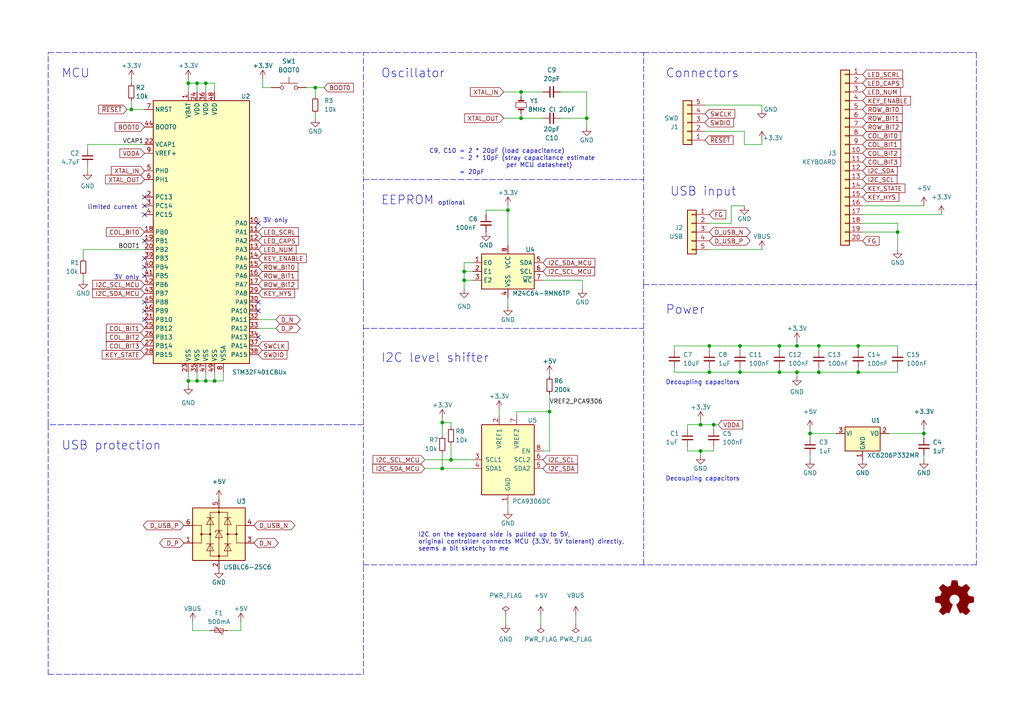
<source format=kicad_sch>
(kicad_sch (version 20211123) (generator eeschema)

  (uuid 3c7f716a-ef14-43e1-9875-4495ece27a97)

  (paper "A4")

  (title_block
    (title "Leopold FC980C Replacement Controller")
    (rev "1")
    (company "Wilhelm Schuster")
    (comment 1 "Licensed under CERN-OHL-S V2")
  )

  (lib_symbols
    (symbol "Connector_Generic:Conn_01x05" (pin_names (offset 1.016) hide) (in_bom yes) (on_board yes)
      (property "Reference" "J" (id 0) (at 0 7.62 0)
        (effects (font (size 1.27 1.27)))
      )
      (property "Value" "Conn_01x05" (id 1) (at 0 -7.62 0)
        (effects (font (size 1.27 1.27)))
      )
      (property "Footprint" "" (id 2) (at 0 0 0)
        (effects (font (size 1.27 1.27)) hide)
      )
      (property "Datasheet" "~" (id 3) (at 0 0 0)
        (effects (font (size 1.27 1.27)) hide)
      )
      (property "ki_keywords" "connector" (id 4) (at 0 0 0)
        (effects (font (size 1.27 1.27)) hide)
      )
      (property "ki_description" "Generic connector, single row, 01x05, script generated (kicad-library-utils/schlib/autogen/connector/)" (id 5) (at 0 0 0)
        (effects (font (size 1.27 1.27)) hide)
      )
      (property "ki_fp_filters" "Connector*:*_1x??_*" (id 6) (at 0 0 0)
        (effects (font (size 1.27 1.27)) hide)
      )
      (symbol "Conn_01x05_1_1"
        (rectangle (start -1.27 -4.953) (end 0 -5.207)
          (stroke (width 0.1524) (type default) (color 0 0 0 0))
          (fill (type none))
        )
        (rectangle (start -1.27 -2.413) (end 0 -2.667)
          (stroke (width 0.1524) (type default) (color 0 0 0 0))
          (fill (type none))
        )
        (rectangle (start -1.27 0.127) (end 0 -0.127)
          (stroke (width 0.1524) (type default) (color 0 0 0 0))
          (fill (type none))
        )
        (rectangle (start -1.27 2.667) (end 0 2.413)
          (stroke (width 0.1524) (type default) (color 0 0 0 0))
          (fill (type none))
        )
        (rectangle (start -1.27 5.207) (end 0 4.953)
          (stroke (width 0.1524) (type default) (color 0 0 0 0))
          (fill (type none))
        )
        (rectangle (start -1.27 6.35) (end 1.27 -6.35)
          (stroke (width 0.254) (type default) (color 0 0 0 0))
          (fill (type background))
        )
        (pin passive line (at -5.08 5.08 0) (length 3.81)
          (name "Pin_1" (effects (font (size 1.27 1.27))))
          (number "1" (effects (font (size 1.27 1.27))))
        )
        (pin passive line (at -5.08 2.54 0) (length 3.81)
          (name "Pin_2" (effects (font (size 1.27 1.27))))
          (number "2" (effects (font (size 1.27 1.27))))
        )
        (pin passive line (at -5.08 0 0) (length 3.81)
          (name "Pin_3" (effects (font (size 1.27 1.27))))
          (number "3" (effects (font (size 1.27 1.27))))
        )
        (pin passive line (at -5.08 -2.54 0) (length 3.81)
          (name "Pin_4" (effects (font (size 1.27 1.27))))
          (number "4" (effects (font (size 1.27 1.27))))
        )
        (pin passive line (at -5.08 -5.08 0) (length 3.81)
          (name "Pin_5" (effects (font (size 1.27 1.27))))
          (number "5" (effects (font (size 1.27 1.27))))
        )
      )
    )
    (symbol "Connector_Generic:Conn_01x20" (pin_names (offset 1.016) hide) (in_bom yes) (on_board yes)
      (property "Reference" "J" (id 0) (at 0 25.4 0)
        (effects (font (size 1.27 1.27)))
      )
      (property "Value" "Conn_01x20" (id 1) (at 0 -27.94 0)
        (effects (font (size 1.27 1.27)))
      )
      (property "Footprint" "" (id 2) (at 0 0 0)
        (effects (font (size 1.27 1.27)) hide)
      )
      (property "Datasheet" "~" (id 3) (at 0 0 0)
        (effects (font (size 1.27 1.27)) hide)
      )
      (property "ki_keywords" "connector" (id 4) (at 0 0 0)
        (effects (font (size 1.27 1.27)) hide)
      )
      (property "ki_description" "Generic connector, single row, 01x20, script generated (kicad-library-utils/schlib/autogen/connector/)" (id 5) (at 0 0 0)
        (effects (font (size 1.27 1.27)) hide)
      )
      (property "ki_fp_filters" "Connector*:*_1x??_*" (id 6) (at 0 0 0)
        (effects (font (size 1.27 1.27)) hide)
      )
      (symbol "Conn_01x20_1_1"
        (rectangle (start -1.27 -25.273) (end 0 -25.527)
          (stroke (width 0.1524) (type default) (color 0 0 0 0))
          (fill (type none))
        )
        (rectangle (start -1.27 -22.733) (end 0 -22.987)
          (stroke (width 0.1524) (type default) (color 0 0 0 0))
          (fill (type none))
        )
        (rectangle (start -1.27 -20.193) (end 0 -20.447)
          (stroke (width 0.1524) (type default) (color 0 0 0 0))
          (fill (type none))
        )
        (rectangle (start -1.27 -17.653) (end 0 -17.907)
          (stroke (width 0.1524) (type default) (color 0 0 0 0))
          (fill (type none))
        )
        (rectangle (start -1.27 -15.113) (end 0 -15.367)
          (stroke (width 0.1524) (type default) (color 0 0 0 0))
          (fill (type none))
        )
        (rectangle (start -1.27 -12.573) (end 0 -12.827)
          (stroke (width 0.1524) (type default) (color 0 0 0 0))
          (fill (type none))
        )
        (rectangle (start -1.27 -10.033) (end 0 -10.287)
          (stroke (width 0.1524) (type default) (color 0 0 0 0))
          (fill (type none))
        )
        (rectangle (start -1.27 -7.493) (end 0 -7.747)
          (stroke (width 0.1524) (type default) (color 0 0 0 0))
          (fill (type none))
        )
        (rectangle (start -1.27 -4.953) (end 0 -5.207)
          (stroke (width 0.1524) (type default) (color 0 0 0 0))
          (fill (type none))
        )
        (rectangle (start -1.27 -2.413) (end 0 -2.667)
          (stroke (width 0.1524) (type default) (color 0 0 0 0))
          (fill (type none))
        )
        (rectangle (start -1.27 0.127) (end 0 -0.127)
          (stroke (width 0.1524) (type default) (color 0 0 0 0))
          (fill (type none))
        )
        (rectangle (start -1.27 2.667) (end 0 2.413)
          (stroke (width 0.1524) (type default) (color 0 0 0 0))
          (fill (type none))
        )
        (rectangle (start -1.27 5.207) (end 0 4.953)
          (stroke (width 0.1524) (type default) (color 0 0 0 0))
          (fill (type none))
        )
        (rectangle (start -1.27 7.747) (end 0 7.493)
          (stroke (width 0.1524) (type default) (color 0 0 0 0))
          (fill (type none))
        )
        (rectangle (start -1.27 10.287) (end 0 10.033)
          (stroke (width 0.1524) (type default) (color 0 0 0 0))
          (fill (type none))
        )
        (rectangle (start -1.27 12.827) (end 0 12.573)
          (stroke (width 0.1524) (type default) (color 0 0 0 0))
          (fill (type none))
        )
        (rectangle (start -1.27 15.367) (end 0 15.113)
          (stroke (width 0.1524) (type default) (color 0 0 0 0))
          (fill (type none))
        )
        (rectangle (start -1.27 17.907) (end 0 17.653)
          (stroke (width 0.1524) (type default) (color 0 0 0 0))
          (fill (type none))
        )
        (rectangle (start -1.27 20.447) (end 0 20.193)
          (stroke (width 0.1524) (type default) (color 0 0 0 0))
          (fill (type none))
        )
        (rectangle (start -1.27 22.987) (end 0 22.733)
          (stroke (width 0.1524) (type default) (color 0 0 0 0))
          (fill (type none))
        )
        (rectangle (start -1.27 24.13) (end 1.27 -26.67)
          (stroke (width 0.254) (type default) (color 0 0 0 0))
          (fill (type background))
        )
        (pin passive line (at -5.08 22.86 0) (length 3.81)
          (name "Pin_1" (effects (font (size 1.27 1.27))))
          (number "1" (effects (font (size 1.27 1.27))))
        )
        (pin passive line (at -5.08 0 0) (length 3.81)
          (name "Pin_10" (effects (font (size 1.27 1.27))))
          (number "10" (effects (font (size 1.27 1.27))))
        )
        (pin passive line (at -5.08 -2.54 0) (length 3.81)
          (name "Pin_11" (effects (font (size 1.27 1.27))))
          (number "11" (effects (font (size 1.27 1.27))))
        )
        (pin passive line (at -5.08 -5.08 0) (length 3.81)
          (name "Pin_12" (effects (font (size 1.27 1.27))))
          (number "12" (effects (font (size 1.27 1.27))))
        )
        (pin passive line (at -5.08 -7.62 0) (length 3.81)
          (name "Pin_13" (effects (font (size 1.27 1.27))))
          (number "13" (effects (font (size 1.27 1.27))))
        )
        (pin passive line (at -5.08 -10.16 0) (length 3.81)
          (name "Pin_14" (effects (font (size 1.27 1.27))))
          (number "14" (effects (font (size 1.27 1.27))))
        )
        (pin passive line (at -5.08 -12.7 0) (length 3.81)
          (name "Pin_15" (effects (font (size 1.27 1.27))))
          (number "15" (effects (font (size 1.27 1.27))))
        )
        (pin passive line (at -5.08 -15.24 0) (length 3.81)
          (name "Pin_16" (effects (font (size 1.27 1.27))))
          (number "16" (effects (font (size 1.27 1.27))))
        )
        (pin passive line (at -5.08 -17.78 0) (length 3.81)
          (name "Pin_17" (effects (font (size 1.27 1.27))))
          (number "17" (effects (font (size 1.27 1.27))))
        )
        (pin passive line (at -5.08 -20.32 0) (length 3.81)
          (name "Pin_18" (effects (font (size 1.27 1.27))))
          (number "18" (effects (font (size 1.27 1.27))))
        )
        (pin passive line (at -5.08 -22.86 0) (length 3.81)
          (name "Pin_19" (effects (font (size 1.27 1.27))))
          (number "19" (effects (font (size 1.27 1.27))))
        )
        (pin passive line (at -5.08 20.32 0) (length 3.81)
          (name "Pin_2" (effects (font (size 1.27 1.27))))
          (number "2" (effects (font (size 1.27 1.27))))
        )
        (pin passive line (at -5.08 -25.4 0) (length 3.81)
          (name "Pin_20" (effects (font (size 1.27 1.27))))
          (number "20" (effects (font (size 1.27 1.27))))
        )
        (pin passive line (at -5.08 17.78 0) (length 3.81)
          (name "Pin_3" (effects (font (size 1.27 1.27))))
          (number "3" (effects (font (size 1.27 1.27))))
        )
        (pin passive line (at -5.08 15.24 0) (length 3.81)
          (name "Pin_4" (effects (font (size 1.27 1.27))))
          (number "4" (effects (font (size 1.27 1.27))))
        )
        (pin passive line (at -5.08 12.7 0) (length 3.81)
          (name "Pin_5" (effects (font (size 1.27 1.27))))
          (number "5" (effects (font (size 1.27 1.27))))
        )
        (pin passive line (at -5.08 10.16 0) (length 3.81)
          (name "Pin_6" (effects (font (size 1.27 1.27))))
          (number "6" (effects (font (size 1.27 1.27))))
        )
        (pin passive line (at -5.08 7.62 0) (length 3.81)
          (name "Pin_7" (effects (font (size 1.27 1.27))))
          (number "7" (effects (font (size 1.27 1.27))))
        )
        (pin passive line (at -5.08 5.08 0) (length 3.81)
          (name "Pin_8" (effects (font (size 1.27 1.27))))
          (number "8" (effects (font (size 1.27 1.27))))
        )
        (pin passive line (at -5.08 2.54 0) (length 3.81)
          (name "Pin_9" (effects (font (size 1.27 1.27))))
          (number "9" (effects (font (size 1.27 1.27))))
        )
      )
    )
    (symbol "Device:C_Small" (pin_numbers hide) (pin_names (offset 0.254) hide) (in_bom yes) (on_board yes)
      (property "Reference" "C" (id 0) (at 0.254 1.778 0)
        (effects (font (size 1.27 1.27)) (justify left))
      )
      (property "Value" "C_Small" (id 1) (at 0.254 -2.032 0)
        (effects (font (size 1.27 1.27)) (justify left))
      )
      (property "Footprint" "" (id 2) (at 0 0 0)
        (effects (font (size 1.27 1.27)) hide)
      )
      (property "Datasheet" "~" (id 3) (at 0 0 0)
        (effects (font (size 1.27 1.27)) hide)
      )
      (property "ki_keywords" "capacitor cap" (id 4) (at 0 0 0)
        (effects (font (size 1.27 1.27)) hide)
      )
      (property "ki_description" "Unpolarized capacitor, small symbol" (id 5) (at 0 0 0)
        (effects (font (size 1.27 1.27)) hide)
      )
      (property "ki_fp_filters" "C_*" (id 6) (at 0 0 0)
        (effects (font (size 1.27 1.27)) hide)
      )
      (symbol "C_Small_0_1"
        (polyline
          (pts
            (xy -1.524 -0.508)
            (xy 1.524 -0.508)
          )
          (stroke (width 0.3302) (type default) (color 0 0 0 0))
          (fill (type none))
        )
        (polyline
          (pts
            (xy -1.524 0.508)
            (xy 1.524 0.508)
          )
          (stroke (width 0.3048) (type default) (color 0 0 0 0))
          (fill (type none))
        )
      )
      (symbol "C_Small_1_1"
        (pin passive line (at 0 2.54 270) (length 2.032)
          (name "~" (effects (font (size 1.27 1.27))))
          (number "1" (effects (font (size 1.27 1.27))))
        )
        (pin passive line (at 0 -2.54 90) (length 2.032)
          (name "~" (effects (font (size 1.27 1.27))))
          (number "2" (effects (font (size 1.27 1.27))))
        )
      )
    )
    (symbol "Device:Crystal_Small" (pin_numbers hide) (pin_names (offset 1.016) hide) (in_bom yes) (on_board yes)
      (property "Reference" "Y" (id 0) (at 0 2.54 0)
        (effects (font (size 1.27 1.27)))
      )
      (property "Value" "Crystal_Small" (id 1) (at 0 -2.54 0)
        (effects (font (size 1.27 1.27)))
      )
      (property "Footprint" "" (id 2) (at 0 0 0)
        (effects (font (size 1.27 1.27)) hide)
      )
      (property "Datasheet" "~" (id 3) (at 0 0 0)
        (effects (font (size 1.27 1.27)) hide)
      )
      (property "ki_keywords" "quartz ceramic resonator oscillator" (id 4) (at 0 0 0)
        (effects (font (size 1.27 1.27)) hide)
      )
      (property "ki_description" "Two pin crystal, small symbol" (id 5) (at 0 0 0)
        (effects (font (size 1.27 1.27)) hide)
      )
      (property "ki_fp_filters" "Crystal*" (id 6) (at 0 0 0)
        (effects (font (size 1.27 1.27)) hide)
      )
      (symbol "Crystal_Small_0_1"
        (rectangle (start -0.762 -1.524) (end 0.762 1.524)
          (stroke (width 0) (type default) (color 0 0 0 0))
          (fill (type none))
        )
        (polyline
          (pts
            (xy -1.27 -0.762)
            (xy -1.27 0.762)
          )
          (stroke (width 0.381) (type default) (color 0 0 0 0))
          (fill (type none))
        )
        (polyline
          (pts
            (xy 1.27 -0.762)
            (xy 1.27 0.762)
          )
          (stroke (width 0.381) (type default) (color 0 0 0 0))
          (fill (type none))
        )
      )
      (symbol "Crystal_Small_1_1"
        (pin passive line (at -2.54 0 0) (length 1.27)
          (name "1" (effects (font (size 1.27 1.27))))
          (number "1" (effects (font (size 1.27 1.27))))
        )
        (pin passive line (at 2.54 0 180) (length 1.27)
          (name "2" (effects (font (size 1.27 1.27))))
          (number "2" (effects (font (size 1.27 1.27))))
        )
      )
    )
    (symbol "Device:Polyfuse_Small" (pin_numbers hide) (pin_names (offset 0)) (in_bom yes) (on_board yes)
      (property "Reference" "F" (id 0) (at -1.905 0 90)
        (effects (font (size 1.27 1.27)))
      )
      (property "Value" "Polyfuse_Small" (id 1) (at 1.905 0 90)
        (effects (font (size 1.27 1.27)))
      )
      (property "Footprint" "" (id 2) (at 1.27 -5.08 0)
        (effects (font (size 1.27 1.27)) (justify left) hide)
      )
      (property "Datasheet" "~" (id 3) (at 0 0 0)
        (effects (font (size 1.27 1.27)) hide)
      )
      (property "ki_keywords" "resettable fuse PTC PPTC polyfuse polyswitch" (id 4) (at 0 0 0)
        (effects (font (size 1.27 1.27)) hide)
      )
      (property "ki_description" "Resettable fuse, polymeric positive temperature coefficient, small symbol" (id 5) (at 0 0 0)
        (effects (font (size 1.27 1.27)) hide)
      )
      (property "ki_fp_filters" "*polyfuse* *PTC*" (id 6) (at 0 0 0)
        (effects (font (size 1.27 1.27)) hide)
      )
      (symbol "Polyfuse_Small_0_1"
        (rectangle (start -0.508 1.27) (end 0.508 -1.27)
          (stroke (width 0) (type default) (color 0 0 0 0))
          (fill (type none))
        )
        (polyline
          (pts
            (xy 0 2.54)
            (xy 0 -2.54)
          )
          (stroke (width 0) (type default) (color 0 0 0 0))
          (fill (type none))
        )
        (polyline
          (pts
            (xy -1.016 1.27)
            (xy -1.016 0.762)
            (xy 1.016 -0.762)
            (xy 1.016 -1.27)
          )
          (stroke (width 0) (type default) (color 0 0 0 0))
          (fill (type none))
        )
      )
      (symbol "Polyfuse_Small_1_1"
        (pin passive line (at 0 2.54 270) (length 0.635)
          (name "~" (effects (font (size 1.27 1.27))))
          (number "1" (effects (font (size 1.27 1.27))))
        )
        (pin passive line (at 0 -2.54 90) (length 0.635)
          (name "~" (effects (font (size 1.27 1.27))))
          (number "2" (effects (font (size 1.27 1.27))))
        )
      )
    )
    (symbol "Device:R_Small" (pin_numbers hide) (pin_names (offset 0.254) hide) (in_bom yes) (on_board yes)
      (property "Reference" "R" (id 0) (at 0.762 0.508 0)
        (effects (font (size 1.27 1.27)) (justify left))
      )
      (property "Value" "R_Small" (id 1) (at 0.762 -1.016 0)
        (effects (font (size 1.27 1.27)) (justify left))
      )
      (property "Footprint" "" (id 2) (at 0 0 0)
        (effects (font (size 1.27 1.27)) hide)
      )
      (property "Datasheet" "~" (id 3) (at 0 0 0)
        (effects (font (size 1.27 1.27)) hide)
      )
      (property "ki_keywords" "R resistor" (id 4) (at 0 0 0)
        (effects (font (size 1.27 1.27)) hide)
      )
      (property "ki_description" "Resistor, small symbol" (id 5) (at 0 0 0)
        (effects (font (size 1.27 1.27)) hide)
      )
      (property "ki_fp_filters" "R_*" (id 6) (at 0 0 0)
        (effects (font (size 1.27 1.27)) hide)
      )
      (symbol "R_Small_0_1"
        (rectangle (start -0.762 1.778) (end 0.762 -1.778)
          (stroke (width 0.2032) (type default) (color 0 0 0 0))
          (fill (type none))
        )
      )
      (symbol "R_Small_1_1"
        (pin passive line (at 0 2.54 270) (length 0.762)
          (name "~" (effects (font (size 1.27 1.27))))
          (number "1" (effects (font (size 1.27 1.27))))
        )
        (pin passive line (at 0 -2.54 90) (length 0.762)
          (name "~" (effects (font (size 1.27 1.27))))
          (number "2" (effects (font (size 1.27 1.27))))
        )
      )
    )
    (symbol "Graphic:Logo_Open_Hardware_Small" (pin_names (offset 1.016)) (in_bom yes) (on_board yes)
      (property "Reference" "#LOGO" (id 0) (at 0 6.985 0)
        (effects (font (size 1.27 1.27)) hide)
      )
      (property "Value" "Logo_Open_Hardware_Small" (id 1) (at 0 -5.715 0)
        (effects (font (size 1.27 1.27)) hide)
      )
      (property "Footprint" "" (id 2) (at 0 0 0)
        (effects (font (size 1.27 1.27)) hide)
      )
      (property "Datasheet" "~" (id 3) (at 0 0 0)
        (effects (font (size 1.27 1.27)) hide)
      )
      (property "ki_keywords" "Logo" (id 4) (at 0 0 0)
        (effects (font (size 1.27 1.27)) hide)
      )
      (property "ki_description" "Open Hardware logo, small" (id 5) (at 0 0 0)
        (effects (font (size 1.27 1.27)) hide)
      )
      (symbol "Logo_Open_Hardware_Small_0_1"
        (polyline
          (pts
            (xy 3.3528 -4.3434)
            (xy 3.302 -4.318)
            (xy 3.175 -4.2418)
            (xy 2.9972 -4.1148)
            (xy 2.7686 -3.9624)
            (xy 2.54 -3.81)
            (xy 2.3622 -3.7084)
            (xy 2.2352 -3.6068)
            (xy 2.1844 -3.5814)
            (xy 2.159 -3.6068)
            (xy 2.0574 -3.6576)
            (xy 1.905 -3.7338)
            (xy 1.8034 -3.7846)
            (xy 1.6764 -3.8354)
            (xy 1.6002 -3.8354)
            (xy 1.6002 -3.8354)
            (xy 1.5494 -3.7338)
            (xy 1.4732 -3.5306)
            (xy 1.3462 -3.302)
            (xy 1.2446 -3.0226)
            (xy 1.1176 -2.7178)
            (xy 0.9652 -2.413)
            (xy 0.8636 -2.1082)
            (xy 0.7366 -1.8288)
            (xy 0.6604 -1.6256)
            (xy 0.6096 -1.4732)
            (xy 0.5842 -1.397)
            (xy 0.5842 -1.397)
            (xy 0.6604 -1.3208)
            (xy 0.7874 -1.2446)
            (xy 1.0414 -1.016)
            (xy 1.2954 -0.6858)
            (xy 1.4478 -0.3302)
            (xy 1.524 0.0762)
            (xy 1.4732 0.4572)
            (xy 1.3208 0.8128)
            (xy 1.0668 1.143)
            (xy 0.762 1.3716)
            (xy 0.4064 1.524)
            (xy 0 1.5748)
            (xy -0.381 1.5494)
            (xy -0.7366 1.397)
            (xy -1.0668 1.143)
            (xy -1.2192 0.9906)
            (xy -1.397 0.6604)
            (xy -1.524 0.3048)
            (xy -1.524 0.2286)
            (xy -1.4986 -0.1778)
            (xy -1.397 -0.5334)
            (xy -1.1938 -0.8636)
            (xy -0.9144 -1.143)
            (xy -0.8636 -1.1684)
            (xy -0.7366 -1.27)
            (xy -0.635 -1.3462)
            (xy -0.5842 -1.397)
            (xy -1.0668 -2.5908)
            (xy -1.143 -2.794)
            (xy -1.2954 -3.1242)
            (xy -1.397 -3.4036)
            (xy -1.4986 -3.6322)
            (xy -1.5748 -3.7846)
            (xy -1.6002 -3.8354)
            (xy -1.6002 -3.8354)
            (xy -1.651 -3.8354)
            (xy -1.7272 -3.81)
            (xy -1.905 -3.7338)
            (xy -2.0066 -3.683)
            (xy -2.1336 -3.6068)
            (xy -2.2098 -3.5814)
            (xy -2.2606 -3.6068)
            (xy -2.3622 -3.683)
            (xy -2.54 -3.81)
            (xy -2.7686 -3.9624)
            (xy -2.9718 -4.0894)
            (xy -3.1496 -4.2164)
            (xy -3.302 -4.318)
            (xy -3.3528 -4.3434)
            (xy -3.3782 -4.3434)
            (xy -3.429 -4.318)
            (xy -3.5306 -4.2164)
            (xy -3.7084 -4.064)
            (xy -3.937 -3.8354)
            (xy -3.9624 -3.81)
            (xy -4.1656 -3.6068)
            (xy -4.318 -3.4544)
            (xy -4.4196 -3.3274)
            (xy -4.445 -3.2766)
            (xy -4.445 -3.2766)
            (xy -4.4196 -3.2258)
            (xy -4.318 -3.0734)
            (xy -4.2164 -2.8956)
            (xy -4.064 -2.667)
            (xy -3.6576 -2.0828)
            (xy -3.8862 -1.5494)
            (xy -3.937 -1.3716)
            (xy -4.0386 -1.1684)
            (xy -4.0894 -1.0414)
            (xy -4.1148 -0.9652)
            (xy -4.191 -0.9398)
            (xy -4.318 -0.9144)
            (xy -4.5466 -0.8636)
            (xy -4.8006 -0.8128)
            (xy -5.0546 -0.7874)
            (xy -5.2578 -0.7366)
            (xy -5.4356 -0.7112)
            (xy -5.5118 -0.6858)
            (xy -5.5118 -0.6858)
            (xy -5.5372 -0.635)
            (xy -5.5372 -0.5588)
            (xy -5.5372 -0.4318)
            (xy -5.5626 -0.2286)
            (xy -5.5626 0.0762)
            (xy -5.5626 0.127)
            (xy -5.5372 0.4064)
            (xy -5.5372 0.635)
            (xy -5.5372 0.762)
            (xy -5.5372 0.8382)
            (xy -5.5372 0.8382)
            (xy -5.461 0.8382)
            (xy -5.3086 0.889)
            (xy -5.08 0.9144)
            (xy -4.826 0.9652)
            (xy -4.8006 0.9906)
            (xy -4.5466 1.0414)
            (xy -4.318 1.0668)
            (xy -4.1656 1.1176)
            (xy -4.0894 1.143)
            (xy -4.0894 1.143)
            (xy -4.0386 1.2446)
            (xy -3.9624 1.4224)
            (xy -3.8608 1.6256)
            (xy -3.7846 1.8288)
            (xy -3.7084 2.0066)
            (xy -3.6576 2.159)
            (xy -3.6322 2.2098)
            (xy -3.6322 2.2098)
            (xy -3.683 2.286)
            (xy -3.7592 2.413)
            (xy -3.8862 2.5908)
            (xy -4.064 2.8194)
            (xy -4.064 2.8448)
            (xy -4.2164 3.0734)
            (xy -4.3434 3.2512)
            (xy -4.4196 3.3782)
            (xy -4.445 3.4544)
            (xy -4.445 3.4544)
            (xy -4.3942 3.5052)
            (xy -4.2926 3.6322)
            (xy -4.1148 3.81)
            (xy -3.937 4.0132)
            (xy -3.8608 4.064)
            (xy -3.6576 4.2926)
            (xy -3.5052 4.4196)
            (xy -3.4036 4.4958)
            (xy -3.3528 4.5212)
            (xy -3.3528 4.5212)
            (xy -3.302 4.4704)
            (xy -3.1496 4.3688)
            (xy -2.9718 4.2418)
            (xy -2.7432 4.0894)
            (xy -2.7178 4.0894)
            (xy -2.4892 3.937)
            (xy -2.3114 3.81)
            (xy -2.1844 3.7084)
            (xy -2.1336 3.683)
            (xy -2.1082 3.683)
            (xy -2.032 3.7084)
            (xy -1.8542 3.7592)
            (xy -1.6764 3.8354)
            (xy -1.4732 3.937)
            (xy -1.27 4.0132)
            (xy -1.143 4.064)
            (xy -1.0668 4.1148)
            (xy -1.0668 4.1148)
            (xy -1.0414 4.191)
            (xy -1.016 4.3434)
            (xy -0.9652 4.572)
            (xy -0.9144 4.8514)
            (xy -0.889 4.9022)
            (xy -0.8382 5.1562)
            (xy -0.8128 5.3848)
            (xy -0.7874 5.5372)
            (xy -0.762 5.588)
            (xy -0.7112 5.6134)
            (xy -0.5842 5.6134)
            (xy -0.4064 5.6134)
            (xy -0.1524 5.6134)
            (xy 0.0762 5.6134)
            (xy 0.3302 5.6134)
            (xy 0.5334 5.6134)
            (xy 0.6858 5.588)
            (xy 0.7366 5.588)
            (xy 0.7366 5.588)
            (xy 0.762 5.5118)
            (xy 0.8128 5.334)
            (xy 0.8382 5.1054)
            (xy 0.9144 4.826)
            (xy 0.9144 4.7752)
            (xy 0.9652 4.5212)
            (xy 1.016 4.2926)
            (xy 1.0414 4.1402)
            (xy 1.0668 4.0894)
            (xy 1.0668 4.0894)
            (xy 1.1938 4.0386)
            (xy 1.3716 3.9624)
            (xy 1.5748 3.8608)
            (xy 2.0828 3.6576)
            (xy 2.7178 4.0894)
            (xy 2.7686 4.1402)
            (xy 2.9972 4.2926)
            (xy 3.175 4.4196)
            (xy 3.302 4.4958)
            (xy 3.3782 4.5212)
            (xy 3.3782 4.5212)
            (xy 3.429 4.4704)
            (xy 3.556 4.3434)
            (xy 3.7338 4.191)
            (xy 3.9116 3.9878)
            (xy 4.064 3.8354)
            (xy 4.2418 3.6576)
            (xy 4.3434 3.556)
            (xy 4.4196 3.4798)
            (xy 4.4196 3.429)
            (xy 4.4196 3.4036)
            (xy 4.3942 3.3274)
            (xy 4.2926 3.2004)
            (xy 4.1656 2.9972)
            (xy 4.0132 2.794)
            (xy 3.8862 2.5908)
            (xy 3.7592 2.3876)
            (xy 3.6576 2.2352)
            (xy 3.6322 2.159)
            (xy 3.6322 2.1336)
            (xy 3.683 2.0066)
            (xy 3.7592 1.8288)
            (xy 3.8608 1.6002)
            (xy 4.064 1.1176)
            (xy 4.3942 1.0414)
            (xy 4.5974 1.016)
            (xy 4.8768 0.9652)
            (xy 5.1308 0.9144)
            (xy 5.5372 0.8382)
            (xy 5.5626 -0.6604)
            (xy 5.4864 -0.6858)
            (xy 5.4356 -0.6858)
            (xy 5.2832 -0.7366)
            (xy 5.0546 -0.762)
            (xy 4.8006 -0.8128)
            (xy 4.5974 -0.8636)
            (xy 4.3688 -0.9144)
            (xy 4.2164 -0.9398)
            (xy 4.1402 -0.9398)
            (xy 4.1148 -0.9652)
            (xy 4.064 -1.0668)
            (xy 3.9878 -1.2446)
            (xy 3.9116 -1.4478)
            (xy 3.81 -1.651)
            (xy 3.7338 -1.8542)
            (xy 3.683 -2.0066)
            (xy 3.6576 -2.0828)
            (xy 3.683 -2.1336)
            (xy 3.7846 -2.2606)
            (xy 3.8862 -2.4638)
            (xy 4.0386 -2.667)
            (xy 4.191 -2.8956)
            (xy 4.318 -3.0734)
            (xy 4.3942 -3.2004)
            (xy 4.445 -3.2766)
            (xy 4.4196 -3.3274)
            (xy 4.3434 -3.429)
            (xy 4.1656 -3.5814)
            (xy 3.937 -3.8354)
            (xy 3.8862 -3.8608)
            (xy 3.683 -4.064)
            (xy 3.5306 -4.2164)
            (xy 3.4036 -4.318)
            (xy 3.3528 -4.3434)
          )
          (stroke (width 0) (type default) (color 0 0 0 0))
          (fill (type outline))
        )
      )
    )
    (symbol "Interface:PCA9306DC" (pin_names (offset 1.016)) (in_bom yes) (on_board yes)
      (property "Reference" "U" (id 0) (at -7.62 11.43 0)
        (effects (font (size 1.27 1.27)) (justify left))
      )
      (property "Value" "PCA9306DC" (id 1) (at 3.81 11.43 0)
        (effects (font (size 1.27 1.27)) (justify left))
      )
      (property "Footprint" "Package_SO:VSSOP-8_2.3x2mm_P0.5mm" (id 2) (at 0 -11.43 0)
        (effects (font (size 1.27 1.27)) hide)
      )
      (property "Datasheet" "https://www.nxp.com/docs/en/data-sheet/PCA9306.pdf" (id 3) (at -7.62 11.43 0)
        (effects (font (size 1.27 1.27)) hide)
      )
      (property "ki_keywords" "I2C SMBus" (id 4) (at 0 0 0)
        (effects (font (size 1.27 1.27)) hide)
      )
      (property "ki_description" "Dual bidirectional I2C Bus and SMBus voltage level translator, VSSOP-8, Discontinued" (id 5) (at 0 0 0)
        (effects (font (size 1.27 1.27)) hide)
      )
      (property "ki_fp_filters" "VSSOP*2.3x2mm*P0.5mm*" (id 6) (at 0 0 0)
        (effects (font (size 1.27 1.27)) hide)
      )
      (symbol "PCA9306DC_0_1"
        (rectangle (start -7.62 10.16) (end 7.62 -10.16)
          (stroke (width 0.254) (type default) (color 0 0 0 0))
          (fill (type background))
        )
      )
      (symbol "PCA9306DC_1_1"
        (pin power_in line (at 0 -12.7 90) (length 2.54)
          (name "GND" (effects (font (size 1.27 1.27))))
          (number "1" (effects (font (size 1.27 1.27))))
        )
        (pin power_in line (at -2.54 12.7 270) (length 2.54)
          (name "VREF1" (effects (font (size 1.27 1.27))))
          (number "2" (effects (font (size 1.27 1.27))))
        )
        (pin bidirectional line (at -10.16 0 0) (length 2.54)
          (name "SCL1" (effects (font (size 1.27 1.27))))
          (number "3" (effects (font (size 1.27 1.27))))
        )
        (pin bidirectional line (at -10.16 -2.54 0) (length 2.54)
          (name "SDA1" (effects (font (size 1.27 1.27))))
          (number "4" (effects (font (size 1.27 1.27))))
        )
        (pin bidirectional line (at 10.16 -2.54 180) (length 2.54)
          (name "SDA2" (effects (font (size 1.27 1.27))))
          (number "5" (effects (font (size 1.27 1.27))))
        )
        (pin bidirectional line (at 10.16 0 180) (length 2.54)
          (name "SCL2" (effects (font (size 1.27 1.27))))
          (number "6" (effects (font (size 1.27 1.27))))
        )
        (pin power_in line (at 2.54 12.7 270) (length 2.54)
          (name "VREF2" (effects (font (size 1.27 1.27))))
          (number "7" (effects (font (size 1.27 1.27))))
        )
        (pin input line (at 10.16 2.54 180) (length 2.54)
          (name "EN" (effects (font (size 1.27 1.27))))
          (number "8" (effects (font (size 1.27 1.27))))
        )
      )
    )
    (symbol "MCU_ST_STM32F4:STM32F401CBUx" (in_bom yes) (on_board yes)
      (property "Reference" "U" (id 0) (at -15.24 39.37 0)
        (effects (font (size 1.27 1.27)) (justify left))
      )
      (property "Value" "STM32F401CBUx" (id 1) (at 5.08 39.37 0)
        (effects (font (size 1.27 1.27)) (justify left))
      )
      (property "Footprint" "Package_DFN_QFN:QFN-48-1EP_7x7mm_P0.5mm_EP5.6x5.6mm" (id 2) (at -15.24 -38.1 0)
        (effects (font (size 1.27 1.27)) (justify right) hide)
      )
      (property "Datasheet" "http://www.st.com/st-web-ui/static/active/en/resource/technical/document/datasheet/DM00086815.pdf" (id 3) (at 0 0 0)
        (effects (font (size 1.27 1.27)) hide)
      )
      (property "ki_keywords" "ARM Cortex-M4 STM32F4 STM32F401" (id 4) (at 0 0 0)
        (effects (font (size 1.27 1.27)) hide)
      )
      (property "ki_description" "ARM Cortex-M4 MCU, 128KB flash, 64KB RAM, 84MHz, 1.7-3.6V, 36 GPIO, UFQFPN-48" (id 5) (at 0 0 0)
        (effects (font (size 1.27 1.27)) hide)
      )
      (property "ki_fp_filters" "QFN*1EP*7x7mm*P0.5mm*" (id 6) (at 0 0 0)
        (effects (font (size 1.27 1.27)) hide)
      )
      (symbol "STM32F401CBUx_0_1"
        (rectangle (start -15.24 -38.1) (end 12.7 38.1)
          (stroke (width 0.254) (type default) (color 0 0 0 0))
          (fill (type background))
        )
      )
      (symbol "STM32F401CBUx_1_1"
        (pin power_in line (at -5.08 40.64 270) (length 2.54)
          (name "VBAT" (effects (font (size 1.27 1.27))))
          (number "1" (effects (font (size 1.27 1.27))))
        )
        (pin bidirectional line (at 15.24 2.54 180) (length 2.54)
          (name "PA0" (effects (font (size 1.27 1.27))))
          (number "10" (effects (font (size 1.27 1.27))))
        )
        (pin bidirectional line (at 15.24 0 180) (length 2.54)
          (name "PA1" (effects (font (size 1.27 1.27))))
          (number "11" (effects (font (size 1.27 1.27))))
        )
        (pin bidirectional line (at 15.24 -2.54 180) (length 2.54)
          (name "PA2" (effects (font (size 1.27 1.27))))
          (number "12" (effects (font (size 1.27 1.27))))
        )
        (pin bidirectional line (at 15.24 -5.08 180) (length 2.54)
          (name "PA3" (effects (font (size 1.27 1.27))))
          (number "13" (effects (font (size 1.27 1.27))))
        )
        (pin bidirectional line (at 15.24 -7.62 180) (length 2.54)
          (name "PA4" (effects (font (size 1.27 1.27))))
          (number "14" (effects (font (size 1.27 1.27))))
        )
        (pin bidirectional line (at 15.24 -10.16 180) (length 2.54)
          (name "PA5" (effects (font (size 1.27 1.27))))
          (number "15" (effects (font (size 1.27 1.27))))
        )
        (pin bidirectional line (at 15.24 -12.7 180) (length 2.54)
          (name "PA6" (effects (font (size 1.27 1.27))))
          (number "16" (effects (font (size 1.27 1.27))))
        )
        (pin bidirectional line (at 15.24 -15.24 180) (length 2.54)
          (name "PA7" (effects (font (size 1.27 1.27))))
          (number "17" (effects (font (size 1.27 1.27))))
        )
        (pin bidirectional line (at -17.78 0 0) (length 2.54)
          (name "PB0" (effects (font (size 1.27 1.27))))
          (number "18" (effects (font (size 1.27 1.27))))
        )
        (pin bidirectional line (at -17.78 -2.54 0) (length 2.54)
          (name "PB1" (effects (font (size 1.27 1.27))))
          (number "19" (effects (font (size 1.27 1.27))))
        )
        (pin bidirectional line (at -17.78 10.16 0) (length 2.54)
          (name "PC13" (effects (font (size 1.27 1.27))))
          (number "2" (effects (font (size 1.27 1.27))))
        )
        (pin bidirectional line (at -17.78 -5.08 0) (length 2.54)
          (name "PB2" (effects (font (size 1.27 1.27))))
          (number "20" (effects (font (size 1.27 1.27))))
        )
        (pin bidirectional line (at -17.78 -25.4 0) (length 2.54)
          (name "PB10" (effects (font (size 1.27 1.27))))
          (number "21" (effects (font (size 1.27 1.27))))
        )
        (pin power_in line (at -17.78 25.4 0) (length 2.54)
          (name "VCAP1" (effects (font (size 1.27 1.27))))
          (number "22" (effects (font (size 1.27 1.27))))
        )
        (pin power_in line (at -5.08 -40.64 90) (length 2.54)
          (name "VSS" (effects (font (size 1.27 1.27))))
          (number "23" (effects (font (size 1.27 1.27))))
        )
        (pin power_in line (at -2.54 40.64 270) (length 2.54)
          (name "VDD" (effects (font (size 1.27 1.27))))
          (number "24" (effects (font (size 1.27 1.27))))
        )
        (pin bidirectional line (at -17.78 -27.94 0) (length 2.54)
          (name "PB12" (effects (font (size 1.27 1.27))))
          (number "25" (effects (font (size 1.27 1.27))))
        )
        (pin bidirectional line (at -17.78 -30.48 0) (length 2.54)
          (name "PB13" (effects (font (size 1.27 1.27))))
          (number "26" (effects (font (size 1.27 1.27))))
        )
        (pin bidirectional line (at -17.78 -33.02 0) (length 2.54)
          (name "PB14" (effects (font (size 1.27 1.27))))
          (number "27" (effects (font (size 1.27 1.27))))
        )
        (pin bidirectional line (at -17.78 -35.56 0) (length 2.54)
          (name "PB15" (effects (font (size 1.27 1.27))))
          (number "28" (effects (font (size 1.27 1.27))))
        )
        (pin bidirectional line (at 15.24 -17.78 180) (length 2.54)
          (name "PA8" (effects (font (size 1.27 1.27))))
          (number "29" (effects (font (size 1.27 1.27))))
        )
        (pin bidirectional line (at -17.78 7.62 0) (length 2.54)
          (name "PC14" (effects (font (size 1.27 1.27))))
          (number "3" (effects (font (size 1.27 1.27))))
        )
        (pin bidirectional line (at 15.24 -20.32 180) (length 2.54)
          (name "PA9" (effects (font (size 1.27 1.27))))
          (number "30" (effects (font (size 1.27 1.27))))
        )
        (pin bidirectional line (at 15.24 -22.86 180) (length 2.54)
          (name "PA10" (effects (font (size 1.27 1.27))))
          (number "31" (effects (font (size 1.27 1.27))))
        )
        (pin bidirectional line (at 15.24 -25.4 180) (length 2.54)
          (name "PA11" (effects (font (size 1.27 1.27))))
          (number "32" (effects (font (size 1.27 1.27))))
        )
        (pin bidirectional line (at 15.24 -27.94 180) (length 2.54)
          (name "PA12" (effects (font (size 1.27 1.27))))
          (number "33" (effects (font (size 1.27 1.27))))
        )
        (pin bidirectional line (at 15.24 -30.48 180) (length 2.54)
          (name "PA13" (effects (font (size 1.27 1.27))))
          (number "34" (effects (font (size 1.27 1.27))))
        )
        (pin power_in line (at -2.54 -40.64 90) (length 2.54)
          (name "VSS" (effects (font (size 1.27 1.27))))
          (number "35" (effects (font (size 1.27 1.27))))
        )
        (pin power_in line (at 0 40.64 270) (length 2.54)
          (name "VDD" (effects (font (size 1.27 1.27))))
          (number "36" (effects (font (size 1.27 1.27))))
        )
        (pin bidirectional line (at 15.24 -33.02 180) (length 2.54)
          (name "PA14" (effects (font (size 1.27 1.27))))
          (number "37" (effects (font (size 1.27 1.27))))
        )
        (pin bidirectional line (at 15.24 -35.56 180) (length 2.54)
          (name "PA15" (effects (font (size 1.27 1.27))))
          (number "38" (effects (font (size 1.27 1.27))))
        )
        (pin bidirectional line (at -17.78 -7.62 0) (length 2.54)
          (name "PB3" (effects (font (size 1.27 1.27))))
          (number "39" (effects (font (size 1.27 1.27))))
        )
        (pin bidirectional line (at -17.78 5.08 0) (length 2.54)
          (name "PC15" (effects (font (size 1.27 1.27))))
          (number "4" (effects (font (size 1.27 1.27))))
        )
        (pin bidirectional line (at -17.78 -10.16 0) (length 2.54)
          (name "PB4" (effects (font (size 1.27 1.27))))
          (number "40" (effects (font (size 1.27 1.27))))
        )
        (pin bidirectional line (at -17.78 -12.7 0) (length 2.54)
          (name "PB5" (effects (font (size 1.27 1.27))))
          (number "41" (effects (font (size 1.27 1.27))))
        )
        (pin bidirectional line (at -17.78 -15.24 0) (length 2.54)
          (name "PB6" (effects (font (size 1.27 1.27))))
          (number "42" (effects (font (size 1.27 1.27))))
        )
        (pin bidirectional line (at -17.78 -17.78 0) (length 2.54)
          (name "PB7" (effects (font (size 1.27 1.27))))
          (number "43" (effects (font (size 1.27 1.27))))
        )
        (pin input line (at -17.78 30.48 0) (length 2.54)
          (name "BOOT0" (effects (font (size 1.27 1.27))))
          (number "44" (effects (font (size 1.27 1.27))))
        )
        (pin bidirectional line (at -17.78 -20.32 0) (length 2.54)
          (name "PB8" (effects (font (size 1.27 1.27))))
          (number "45" (effects (font (size 1.27 1.27))))
        )
        (pin bidirectional line (at -17.78 -22.86 0) (length 2.54)
          (name "PB9" (effects (font (size 1.27 1.27))))
          (number "46" (effects (font (size 1.27 1.27))))
        )
        (pin power_in line (at 0 -40.64 90) (length 2.54)
          (name "VSS" (effects (font (size 1.27 1.27))))
          (number "47" (effects (font (size 1.27 1.27))))
        )
        (pin power_in line (at 2.54 40.64 270) (length 2.54)
          (name "VDD" (effects (font (size 1.27 1.27))))
          (number "48" (effects (font (size 1.27 1.27))))
        )
        (pin power_in line (at 2.54 -40.64 90) (length 2.54)
          (name "VSS" (effects (font (size 1.27 1.27))))
          (number "49" (effects (font (size 1.27 1.27))))
        )
        (pin input line (at -17.78 17.78 0) (length 2.54)
          (name "PH0" (effects (font (size 1.27 1.27))))
          (number "5" (effects (font (size 1.27 1.27))))
        )
        (pin input line (at -17.78 15.24 0) (length 2.54)
          (name "PH1" (effects (font (size 1.27 1.27))))
          (number "6" (effects (font (size 1.27 1.27))))
        )
        (pin input line (at -17.78 35.56 0) (length 2.54)
          (name "NRST" (effects (font (size 1.27 1.27))))
          (number "7" (effects (font (size 1.27 1.27))))
        )
        (pin power_in line (at 5.08 -40.64 90) (length 2.54)
          (name "VSSA" (effects (font (size 1.27 1.27))))
          (number "8" (effects (font (size 1.27 1.27))))
        )
        (pin power_in line (at -17.78 22.86 0) (length 2.54)
          (name "VREF+" (effects (font (size 1.27 1.27))))
          (number "9" (effects (font (size 1.27 1.27))))
        )
      )
    )
    (symbol "Memory_EEPROM:M24C02-RMN" (in_bom yes) (on_board yes)
      (property "Reference" "U" (id 0) (at -6.35 6.35 0)
        (effects (font (size 1.27 1.27)))
      )
      (property "Value" "M24C02-RMN" (id 1) (at 7.62 6.35 0)
        (effects (font (size 1.27 1.27)))
      )
      (property "Footprint" "Package_SO:SOIC-8_3.9x4.9mm_P1.27mm" (id 2) (at 0 8.89 0)
        (effects (font (size 1.27 1.27)) hide)
      )
      (property "Datasheet" "http://www.st.com/content/ccc/resource/technical/document/datasheet/b0/d8/50/40/5a/85/49/6f/DM00071904.pdf/files/DM00071904.pdf/jcr:content/translations/en.DM00071904.pdf" (id 3) (at 1.27 -12.7 0)
        (effects (font (size 1.27 1.27)) hide)
      )
      (property "ki_keywords" "Nonvolatile Non-Volatile Memory ROM ST" (id 4) (at 0 0 0)
        (effects (font (size 1.27 1.27)) hide)
      )
      (property "ki_description" "2Kb (256x8) I2C Serial EEPROM, 1.8-5.5V, SOIC-8" (id 5) (at 0 0 0)
        (effects (font (size 1.27 1.27)) hide)
      )
      (property "ki_fp_filters" "SOIC*3.9x4.9mm*P1.27mm*" (id 6) (at 0 0 0)
        (effects (font (size 1.27 1.27)) hide)
      )
      (symbol "M24C02-RMN_0_1"
        (rectangle (start -7.62 5.08) (end 7.62 -5.08)
          (stroke (width 0.254) (type default) (color 0 0 0 0))
          (fill (type background))
        )
      )
      (symbol "M24C02-RMN_1_1"
        (pin input line (at -10.16 2.54 0) (length 2.54)
          (name "E0" (effects (font (size 1.27 1.27))))
          (number "1" (effects (font (size 1.27 1.27))))
        )
        (pin input line (at -10.16 0 0) (length 2.54)
          (name "E1" (effects (font (size 1.27 1.27))))
          (number "2" (effects (font (size 1.27 1.27))))
        )
        (pin input line (at -10.16 -2.54 0) (length 2.54)
          (name "E2" (effects (font (size 1.27 1.27))))
          (number "3" (effects (font (size 1.27 1.27))))
        )
        (pin power_in line (at 0 -7.62 90) (length 2.54)
          (name "VSS" (effects (font (size 1.27 1.27))))
          (number "4" (effects (font (size 1.27 1.27))))
        )
        (pin bidirectional line (at 10.16 2.54 180) (length 2.54)
          (name "SDA" (effects (font (size 1.27 1.27))))
          (number "5" (effects (font (size 1.27 1.27))))
        )
        (pin input line (at 10.16 0 180) (length 2.54)
          (name "SCL" (effects (font (size 1.27 1.27))))
          (number "6" (effects (font (size 1.27 1.27))))
        )
        (pin input line (at 10.16 -2.54 180) (length 2.54)
          (name "~{WC}" (effects (font (size 1.27 1.27))))
          (number "7" (effects (font (size 1.27 1.27))))
        )
        (pin power_in line (at 0 7.62 270) (length 2.54)
          (name "VCC" (effects (font (size 1.27 1.27))))
          (number "8" (effects (font (size 1.27 1.27))))
        )
      )
    )
    (symbol "Power_Protection:USBLC6-2SC6" (pin_names hide) (in_bom yes) (on_board yes)
      (property "Reference" "U" (id 0) (at 2.54 8.89 0)
        (effects (font (size 1.27 1.27)) (justify left))
      )
      (property "Value" "USBLC6-2SC6" (id 1) (at 2.54 -8.89 0)
        (effects (font (size 1.27 1.27)) (justify left))
      )
      (property "Footprint" "Package_TO_SOT_SMD:SOT-23-6" (id 2) (at 0 -12.7 0)
        (effects (font (size 1.27 1.27)) hide)
      )
      (property "Datasheet" "https://www.st.com/resource/en/datasheet/usblc6-2.pdf" (id 3) (at 5.08 8.89 0)
        (effects (font (size 1.27 1.27)) hide)
      )
      (property "ki_keywords" "usb ethernet video" (id 4) (at 0 0 0)
        (effects (font (size 1.27 1.27)) hide)
      )
      (property "ki_description" "Very low capacitance ESD protection diode, 2 data-line, SOT-23-6" (id 5) (at 0 0 0)
        (effects (font (size 1.27 1.27)) hide)
      )
      (property "ki_fp_filters" "SOT?23*" (id 6) (at 0 0 0)
        (effects (font (size 1.27 1.27)) hide)
      )
      (symbol "USBLC6-2SC6_0_1"
        (rectangle (start -7.62 -7.62) (end 7.62 7.62)
          (stroke (width 0.254) (type default) (color 0 0 0 0))
          (fill (type background))
        )
        (circle (center -5.08 0) (radius 0.254)
          (stroke (width 0) (type default) (color 0 0 0 0))
          (fill (type outline))
        )
        (circle (center -2.54 0) (radius 0.254)
          (stroke (width 0) (type default) (color 0 0 0 0))
          (fill (type outline))
        )
        (rectangle (start -2.54 6.35) (end 2.54 -6.35)
          (stroke (width 0) (type default) (color 0 0 0 0))
          (fill (type none))
        )
        (circle (center 0 -6.35) (radius 0.254)
          (stroke (width 0) (type default) (color 0 0 0 0))
          (fill (type outline))
        )
        (polyline
          (pts
            (xy -5.08 -2.54)
            (xy -7.62 -2.54)
          )
          (stroke (width 0) (type default) (color 0 0 0 0))
          (fill (type none))
        )
        (polyline
          (pts
            (xy -5.08 0)
            (xy -5.08 -2.54)
          )
          (stroke (width 0) (type default) (color 0 0 0 0))
          (fill (type none))
        )
        (polyline
          (pts
            (xy -5.08 2.54)
            (xy -7.62 2.54)
          )
          (stroke (width 0) (type default) (color 0 0 0 0))
          (fill (type none))
        )
        (polyline
          (pts
            (xy -1.524 -2.794)
            (xy -3.556 -2.794)
          )
          (stroke (width 0) (type default) (color 0 0 0 0))
          (fill (type none))
        )
        (polyline
          (pts
            (xy -1.524 4.826)
            (xy -3.556 4.826)
          )
          (stroke (width 0) (type default) (color 0 0 0 0))
          (fill (type none))
        )
        (polyline
          (pts
            (xy 0 -7.62)
            (xy 0 -6.35)
          )
          (stroke (width 0) (type default) (color 0 0 0 0))
          (fill (type none))
        )
        (polyline
          (pts
            (xy 0 -6.35)
            (xy 0 1.27)
          )
          (stroke (width 0) (type default) (color 0 0 0 0))
          (fill (type none))
        )
        (polyline
          (pts
            (xy 0 1.27)
            (xy 0 6.35)
          )
          (stroke (width 0) (type default) (color 0 0 0 0))
          (fill (type none))
        )
        (polyline
          (pts
            (xy 0 6.35)
            (xy 0 7.62)
          )
          (stroke (width 0) (type default) (color 0 0 0 0))
          (fill (type none))
        )
        (polyline
          (pts
            (xy 1.524 -2.794)
            (xy 3.556 -2.794)
          )
          (stroke (width 0) (type default) (color 0 0 0 0))
          (fill (type none))
        )
        (polyline
          (pts
            (xy 1.524 4.826)
            (xy 3.556 4.826)
          )
          (stroke (width 0) (type default) (color 0 0 0 0))
          (fill (type none))
        )
        (polyline
          (pts
            (xy 5.08 -2.54)
            (xy 7.62 -2.54)
          )
          (stroke (width 0) (type default) (color 0 0 0 0))
          (fill (type none))
        )
        (polyline
          (pts
            (xy 5.08 0)
            (xy 5.08 -2.54)
          )
          (stroke (width 0) (type default) (color 0 0 0 0))
          (fill (type none))
        )
        (polyline
          (pts
            (xy 5.08 2.54)
            (xy 7.62 2.54)
          )
          (stroke (width 0) (type default) (color 0 0 0 0))
          (fill (type none))
        )
        (polyline
          (pts
            (xy -2.54 0)
            (xy -5.08 0)
            (xy -5.08 2.54)
          )
          (stroke (width 0) (type default) (color 0 0 0 0))
          (fill (type none))
        )
        (polyline
          (pts
            (xy 2.54 0)
            (xy 5.08 0)
            (xy 5.08 2.54)
          )
          (stroke (width 0) (type default) (color 0 0 0 0))
          (fill (type none))
        )
        (polyline
          (pts
            (xy -3.556 -4.826)
            (xy -1.524 -4.826)
            (xy -2.54 -2.794)
            (xy -3.556 -4.826)
          )
          (stroke (width 0) (type default) (color 0 0 0 0))
          (fill (type none))
        )
        (polyline
          (pts
            (xy -3.556 2.794)
            (xy -1.524 2.794)
            (xy -2.54 4.826)
            (xy -3.556 2.794)
          )
          (stroke (width 0) (type default) (color 0 0 0 0))
          (fill (type none))
        )
        (polyline
          (pts
            (xy -1.016 -1.016)
            (xy 1.016 -1.016)
            (xy 0 1.016)
            (xy -1.016 -1.016)
          )
          (stroke (width 0) (type default) (color 0 0 0 0))
          (fill (type none))
        )
        (polyline
          (pts
            (xy 1.016 1.016)
            (xy 0.762 1.016)
            (xy -1.016 1.016)
            (xy -1.016 0.508)
          )
          (stroke (width 0) (type default) (color 0 0 0 0))
          (fill (type none))
        )
        (polyline
          (pts
            (xy 3.556 -4.826)
            (xy 1.524 -4.826)
            (xy 2.54 -2.794)
            (xy 3.556 -4.826)
          )
          (stroke (width 0) (type default) (color 0 0 0 0))
          (fill (type none))
        )
        (polyline
          (pts
            (xy 3.556 2.794)
            (xy 1.524 2.794)
            (xy 2.54 4.826)
            (xy 3.556 2.794)
          )
          (stroke (width 0) (type default) (color 0 0 0 0))
          (fill (type none))
        )
        (circle (center 0 6.35) (radius 0.254)
          (stroke (width 0) (type default) (color 0 0 0 0))
          (fill (type outline))
        )
        (circle (center 2.54 0) (radius 0.254)
          (stroke (width 0) (type default) (color 0 0 0 0))
          (fill (type outline))
        )
        (circle (center 5.08 0) (radius 0.254)
          (stroke (width 0) (type default) (color 0 0 0 0))
          (fill (type outline))
        )
      )
      (symbol "USBLC6-2SC6_1_1"
        (pin passive line (at -10.16 -2.54 0) (length 2.54)
          (name "I/O1" (effects (font (size 1.27 1.27))))
          (number "1" (effects (font (size 1.27 1.27))))
        )
        (pin passive line (at 0 -10.16 90) (length 2.54)
          (name "GND" (effects (font (size 1.27 1.27))))
          (number "2" (effects (font (size 1.27 1.27))))
        )
        (pin passive line (at 10.16 -2.54 180) (length 2.54)
          (name "I/O2" (effects (font (size 1.27 1.27))))
          (number "3" (effects (font (size 1.27 1.27))))
        )
        (pin passive line (at 10.16 2.54 180) (length 2.54)
          (name "I/O2" (effects (font (size 1.27 1.27))))
          (number "4" (effects (font (size 1.27 1.27))))
        )
        (pin passive line (at 0 10.16 270) (length 2.54)
          (name "VBUS" (effects (font (size 1.27 1.27))))
          (number "5" (effects (font (size 1.27 1.27))))
        )
        (pin passive line (at -10.16 2.54 0) (length 2.54)
          (name "I/O1" (effects (font (size 1.27 1.27))))
          (number "6" (effects (font (size 1.27 1.27))))
        )
      )
    )
    (symbol "Regulator_Linear:XC6206PxxxMR" (pin_names (offset 0.254)) (in_bom yes) (on_board yes)
      (property "Reference" "U" (id 0) (at -3.81 3.175 0)
        (effects (font (size 1.27 1.27)))
      )
      (property "Value" "XC6206PxxxMR" (id 1) (at 0 3.175 0)
        (effects (font (size 1.27 1.27)) (justify left))
      )
      (property "Footprint" "Package_TO_SOT_SMD:SOT-23" (id 2) (at 0 5.715 0)
        (effects (font (size 1.27 1.27) italic) hide)
      )
      (property "Datasheet" "https://www.torexsemi.com/file/xc6206/XC6206.pdf" (id 3) (at 0 0 0)
        (effects (font (size 1.27 1.27)) hide)
      )
      (property "ki_keywords" "Torex LDO Voltage Regulator Fixed Positive" (id 4) (at 0 0 0)
        (effects (font (size 1.27 1.27)) hide)
      )
      (property "ki_description" "Positive 60-250mA Low Dropout Regulator, Fixed Output, SOT-23" (id 5) (at 0 0 0)
        (effects (font (size 1.27 1.27)) hide)
      )
      (property "ki_fp_filters" "SOT?23*" (id 6) (at 0 0 0)
        (effects (font (size 1.27 1.27)) hide)
      )
      (symbol "XC6206PxxxMR_0_1"
        (rectangle (start -5.08 1.905) (end 5.08 -5.08)
          (stroke (width 0.254) (type default) (color 0 0 0 0))
          (fill (type background))
        )
      )
      (symbol "XC6206PxxxMR_1_1"
        (pin power_in line (at 0 -7.62 90) (length 2.54)
          (name "GND" (effects (font (size 1.27 1.27))))
          (number "1" (effects (font (size 1.27 1.27))))
        )
        (pin power_out line (at 7.62 0 180) (length 2.54)
          (name "VO" (effects (font (size 1.27 1.27))))
          (number "2" (effects (font (size 1.27 1.27))))
        )
        (pin power_in line (at -7.62 0 0) (length 2.54)
          (name "VI" (effects (font (size 1.27 1.27))))
          (number "3" (effects (font (size 1.27 1.27))))
        )
      )
    )
    (symbol "Switch:SW_Push" (pin_numbers hide) (pin_names (offset 1.016) hide) (in_bom yes) (on_board yes)
      (property "Reference" "SW" (id 0) (at 1.27 2.54 0)
        (effects (font (size 1.27 1.27)) (justify left))
      )
      (property "Value" "SW_Push" (id 1) (at 0 -1.524 0)
        (effects (font (size 1.27 1.27)))
      )
      (property "Footprint" "" (id 2) (at 0 5.08 0)
        (effects (font (size 1.27 1.27)) hide)
      )
      (property "Datasheet" "~" (id 3) (at 0 5.08 0)
        (effects (font (size 1.27 1.27)) hide)
      )
      (property "ki_keywords" "switch normally-open pushbutton push-button" (id 4) (at 0 0 0)
        (effects (font (size 1.27 1.27)) hide)
      )
      (property "ki_description" "Push button switch, generic, two pins" (id 5) (at 0 0 0)
        (effects (font (size 1.27 1.27)) hide)
      )
      (symbol "SW_Push_0_1"
        (circle (center -2.032 0) (radius 0.508)
          (stroke (width 0) (type default) (color 0 0 0 0))
          (fill (type none))
        )
        (polyline
          (pts
            (xy 0 1.27)
            (xy 0 3.048)
          )
          (stroke (width 0) (type default) (color 0 0 0 0))
          (fill (type none))
        )
        (polyline
          (pts
            (xy 2.54 1.27)
            (xy -2.54 1.27)
          )
          (stroke (width 0) (type default) (color 0 0 0 0))
          (fill (type none))
        )
        (circle (center 2.032 0) (radius 0.508)
          (stroke (width 0) (type default) (color 0 0 0 0))
          (fill (type none))
        )
        (pin passive line (at -5.08 0 0) (length 2.54)
          (name "1" (effects (font (size 1.27 1.27))))
          (number "1" (effects (font (size 1.27 1.27))))
        )
        (pin passive line (at 5.08 0 180) (length 2.54)
          (name "2" (effects (font (size 1.27 1.27))))
          (number "2" (effects (font (size 1.27 1.27))))
        )
      )
    )
    (symbol "power:+3.3V" (power) (pin_names (offset 0)) (in_bom yes) (on_board yes)
      (property "Reference" "#PWR" (id 0) (at 0 -3.81 0)
        (effects (font (size 1.27 1.27)) hide)
      )
      (property "Value" "+3.3V" (id 1) (at 0 3.556 0)
        (effects (font (size 1.27 1.27)))
      )
      (property "Footprint" "" (id 2) (at 0 0 0)
        (effects (font (size 1.27 1.27)) hide)
      )
      (property "Datasheet" "" (id 3) (at 0 0 0)
        (effects (font (size 1.27 1.27)) hide)
      )
      (property "ki_keywords" "power-flag" (id 4) (at 0 0 0)
        (effects (font (size 1.27 1.27)) hide)
      )
      (property "ki_description" "Power symbol creates a global label with name \"+3.3V\"" (id 5) (at 0 0 0)
        (effects (font (size 1.27 1.27)) hide)
      )
      (symbol "+3.3V_0_1"
        (polyline
          (pts
            (xy -0.762 1.27)
            (xy 0 2.54)
          )
          (stroke (width 0) (type default) (color 0 0 0 0))
          (fill (type none))
        )
        (polyline
          (pts
            (xy 0 0)
            (xy 0 2.54)
          )
          (stroke (width 0) (type default) (color 0 0 0 0))
          (fill (type none))
        )
        (polyline
          (pts
            (xy 0 2.54)
            (xy 0.762 1.27)
          )
          (stroke (width 0) (type default) (color 0 0 0 0))
          (fill (type none))
        )
      )
      (symbol "+3.3V_1_1"
        (pin power_in line (at 0 0 90) (length 0) hide
          (name "+3.3V" (effects (font (size 1.27 1.27))))
          (number "1" (effects (font (size 1.27 1.27))))
        )
      )
    )
    (symbol "power:+5V" (power) (pin_names (offset 0)) (in_bom yes) (on_board yes)
      (property "Reference" "#PWR" (id 0) (at 0 -3.81 0)
        (effects (font (size 1.27 1.27)) hide)
      )
      (property "Value" "+5V" (id 1) (at 0 3.556 0)
        (effects (font (size 1.27 1.27)))
      )
      (property "Footprint" "" (id 2) (at 0 0 0)
        (effects (font (size 1.27 1.27)) hide)
      )
      (property "Datasheet" "" (id 3) (at 0 0 0)
        (effects (font (size 1.27 1.27)) hide)
      )
      (property "ki_keywords" "power-flag" (id 4) (at 0 0 0)
        (effects (font (size 1.27 1.27)) hide)
      )
      (property "ki_description" "Power symbol creates a global label with name \"+5V\"" (id 5) (at 0 0 0)
        (effects (font (size 1.27 1.27)) hide)
      )
      (symbol "+5V_0_1"
        (polyline
          (pts
            (xy -0.762 1.27)
            (xy 0 2.54)
          )
          (stroke (width 0) (type default) (color 0 0 0 0))
          (fill (type none))
        )
        (polyline
          (pts
            (xy 0 0)
            (xy 0 2.54)
          )
          (stroke (width 0) (type default) (color 0 0 0 0))
          (fill (type none))
        )
        (polyline
          (pts
            (xy 0 2.54)
            (xy 0.762 1.27)
          )
          (stroke (width 0) (type default) (color 0 0 0 0))
          (fill (type none))
        )
      )
      (symbol "+5V_1_1"
        (pin power_in line (at 0 0 90) (length 0) hide
          (name "+5V" (effects (font (size 1.27 1.27))))
          (number "1" (effects (font (size 1.27 1.27))))
        )
      )
    )
    (symbol "power:GND" (power) (pin_names (offset 0)) (in_bom yes) (on_board yes)
      (property "Reference" "#PWR" (id 0) (at 0 -6.35 0)
        (effects (font (size 1.27 1.27)) hide)
      )
      (property "Value" "GND" (id 1) (at 0 -3.81 0)
        (effects (font (size 1.27 1.27)))
      )
      (property "Footprint" "" (id 2) (at 0 0 0)
        (effects (font (size 1.27 1.27)) hide)
      )
      (property "Datasheet" "" (id 3) (at 0 0 0)
        (effects (font (size 1.27 1.27)) hide)
      )
      (property "ki_keywords" "power-flag" (id 4) (at 0 0 0)
        (effects (font (size 1.27 1.27)) hide)
      )
      (property "ki_description" "Power symbol creates a global label with name \"GND\" , ground" (id 5) (at 0 0 0)
        (effects (font (size 1.27 1.27)) hide)
      )
      (symbol "GND_0_1"
        (polyline
          (pts
            (xy 0 0)
            (xy 0 -1.27)
            (xy 1.27 -1.27)
            (xy 0 -2.54)
            (xy -1.27 -1.27)
            (xy 0 -1.27)
          )
          (stroke (width 0) (type default) (color 0 0 0 0))
          (fill (type none))
        )
      )
      (symbol "GND_1_1"
        (pin power_in line (at 0 0 270) (length 0) hide
          (name "GND" (effects (font (size 1.27 1.27))))
          (number "1" (effects (font (size 1.27 1.27))))
        )
      )
    )
    (symbol "power:PWR_FLAG" (power) (pin_numbers hide) (pin_names (offset 0) hide) (in_bom yes) (on_board yes)
      (property "Reference" "#FLG" (id 0) (at 0 1.905 0)
        (effects (font (size 1.27 1.27)) hide)
      )
      (property "Value" "PWR_FLAG" (id 1) (at 0 3.81 0)
        (effects (font (size 1.27 1.27)))
      )
      (property "Footprint" "" (id 2) (at 0 0 0)
        (effects (font (size 1.27 1.27)) hide)
      )
      (property "Datasheet" "~" (id 3) (at 0 0 0)
        (effects (font (size 1.27 1.27)) hide)
      )
      (property "ki_keywords" "power-flag" (id 4) (at 0 0 0)
        (effects (font (size 1.27 1.27)) hide)
      )
      (property "ki_description" "Special symbol for telling ERC where power comes from" (id 5) (at 0 0 0)
        (effects (font (size 1.27 1.27)) hide)
      )
      (symbol "PWR_FLAG_0_0"
        (pin power_out line (at 0 0 90) (length 0)
          (name "pwr" (effects (font (size 1.27 1.27))))
          (number "1" (effects (font (size 1.27 1.27))))
        )
      )
      (symbol "PWR_FLAG_0_1"
        (polyline
          (pts
            (xy 0 0)
            (xy 0 1.27)
            (xy -1.016 1.905)
            (xy 0 2.54)
            (xy 1.016 1.905)
            (xy 0 1.27)
          )
          (stroke (width 0) (type default) (color 0 0 0 0))
          (fill (type none))
        )
      )
    )
    (symbol "power:VBUS" (power) (pin_names (offset 0)) (in_bom yes) (on_board yes)
      (property "Reference" "#PWR" (id 0) (at 0 -3.81 0)
        (effects (font (size 1.27 1.27)) hide)
      )
      (property "Value" "VBUS" (id 1) (at 0 3.81 0)
        (effects (font (size 1.27 1.27)))
      )
      (property "Footprint" "" (id 2) (at 0 0 0)
        (effects (font (size 1.27 1.27)) hide)
      )
      (property "Datasheet" "" (id 3) (at 0 0 0)
        (effects (font (size 1.27 1.27)) hide)
      )
      (property "ki_keywords" "power-flag" (id 4) (at 0 0 0)
        (effects (font (size 1.27 1.27)) hide)
      )
      (property "ki_description" "Power symbol creates a global label with name \"VBUS\"" (id 5) (at 0 0 0)
        (effects (font (size 1.27 1.27)) hide)
      )
      (symbol "VBUS_0_1"
        (polyline
          (pts
            (xy -0.762 1.27)
            (xy 0 2.54)
          )
          (stroke (width 0) (type default) (color 0 0 0 0))
          (fill (type none))
        )
        (polyline
          (pts
            (xy 0 0)
            (xy 0 2.54)
          )
          (stroke (width 0) (type default) (color 0 0 0 0))
          (fill (type none))
        )
        (polyline
          (pts
            (xy 0 2.54)
            (xy 0.762 1.27)
          )
          (stroke (width 0) (type default) (color 0 0 0 0))
          (fill (type none))
        )
      )
      (symbol "VBUS_1_1"
        (pin power_in line (at 0 0 90) (length 0) hide
          (name "VBUS" (effects (font (size 1.27 1.27))))
          (number "1" (effects (font (size 1.27 1.27))))
        )
      )
    )
  )

  (junction (at 234.95 125.73) (diameter 0) (color 0 0 0 0)
    (uuid 09d28902-05b9-4e0f-9028-500181695d26)
  )
  (junction (at 54.61 110.49) (diameter 0) (color 0 0 0 0)
    (uuid 0c965c0b-3cbb-45ca-a236-b085fe1cbed1)
  )
  (junction (at 57.15 24.13) (diameter 0) (color 0 0 0 0)
    (uuid 218236a9-1215-4d4b-bec8-f14801961cb7)
  )
  (junction (at 237.49 100.33) (diameter 0) (color 0 0 0 0)
    (uuid 2e316977-e4b4-443f-9dca-c398bba4e090)
  )
  (junction (at 237.49 107.95) (diameter 0) (color 0 0 0 0)
    (uuid 2f9b56ef-50ce-43fc-be0e-c7c05cc2e126)
  )
  (junction (at 214.63 100.33) (diameter 0) (color 0 0 0 0)
    (uuid 2fadbf6f-1a9b-4f8f-9399-5ab26ac2792f)
  )
  (junction (at 231.14 107.95) (diameter 0) (color 0 0 0 0)
    (uuid 314a6cd7-318b-4f18-a634-1c1e36749264)
  )
  (junction (at 159.385 119.38) (diameter 0) (color 0 0 0 0)
    (uuid 3360fbc1-f06d-4c7c-8445-2364754a74e2)
  )
  (junction (at 248.92 100.33) (diameter 0) (color 0 0 0 0)
    (uuid 36534151-ad20-4f58-a229-6c8b10363642)
  )
  (junction (at 260.35 67.31) (diameter 0) (color 0 0 0 0)
    (uuid 3e0ba6f3-6ba7-43fa-a5c3-7b6b2324d19c)
  )
  (junction (at 214.63 107.95) (diameter 0) (color 0 0 0 0)
    (uuid 49968bc8-f3dc-4056-ae6a-31eaba6fb06b)
  )
  (junction (at 128.27 122.555) (diameter 0) (color 0 0 0 0)
    (uuid 49ff2914-b809-4ae1-9090-7f6b6a379a17)
  )
  (junction (at 59.69 110.49) (diameter 0) (color 0 0 0 0)
    (uuid 4b9f5ca3-9ce8-434b-956a-5580bdfb88e8)
  )
  (junction (at 203.2 130.81) (diameter 0) (color 0 0 0 0)
    (uuid 4c651f3b-93c3-4667-bacd-74e065b39ec3)
  )
  (junction (at 62.23 110.49) (diameter 0) (color 0 0 0 0)
    (uuid 5044f1fb-c08e-44b5-b340-67cc7bed85b0)
  )
  (junction (at 170.18 34.29) (diameter 0) (color 0 0 0 0)
    (uuid 5999b431-135c-4669-ad7e-34595a0f5523)
  )
  (junction (at 151.13 26.67) (diameter 0) (color 0 0 0 0)
    (uuid 5ab6beb1-81dd-42a4-a545-e46fba43f529)
  )
  (junction (at 267.97 125.73) (diameter 0) (color 0 0 0 0)
    (uuid 62056f4a-7f61-4ab9-b25b-6b34f5f1a04c)
  )
  (junction (at 231.14 100.33) (diameter 0) (color 0 0 0 0)
    (uuid 677c4d92-4786-4d05-bcf2-82f52ae6ed92)
  )
  (junction (at 147.32 60.96) (diameter 0) (color 0 0 0 0)
    (uuid 697cda33-1caa-492d-8cb0-3ad7c74ff677)
  )
  (junction (at 151.13 34.29) (diameter 0) (color 0 0 0 0)
    (uuid 6a253092-7094-47ce-8290-a0b70cdea0c5)
  )
  (junction (at 205.74 100.33) (diameter 0) (color 0 0 0 0)
    (uuid 6ebcbeae-c0f5-4c50-a2ee-8ab541a9523a)
  )
  (junction (at 128.27 135.89) (diameter 0) (color 0 0 0 0)
    (uuid 8455f91f-409b-4964-8304-2961ff0948a2)
  )
  (junction (at 226.06 100.33) (diameter 0) (color 0 0 0 0)
    (uuid 91b2a28a-694a-402d-b41c-318919d7b79a)
  )
  (junction (at 59.69 24.13) (diameter 0) (color 0 0 0 0)
    (uuid 94be6d9b-5042-4cdf-a463-c523f349965a)
  )
  (junction (at 38.1 31.75) (diameter 0) (color 0 0 0 0)
    (uuid 9f2cd530-17a4-416b-a9ab-5e184430fb5b)
  )
  (junction (at 91.44 25.4) (diameter 0) (color 0 0 0 0)
    (uuid a231a79f-45dc-408f-8ca3-3aff03d74e7a)
  )
  (junction (at 248.92 107.95) (diameter 0) (color 0 0 0 0)
    (uuid a34584f9-5e32-4796-85cb-a9310bff1464)
  )
  (junction (at 134.62 78.74) (diameter 0) (color 0 0 0 0)
    (uuid a9a3db84-c76a-422d-ab1b-9d977ec2fe39)
  )
  (junction (at 54.61 24.13) (diameter 0) (color 0 0 0 0)
    (uuid b1dcbf4e-d9d0-460e-9780-685d1495f003)
  )
  (junction (at 134.62 81.28) (diameter 0) (color 0 0 0 0)
    (uuid b5978b21-444e-4dee-be49-47767ccef766)
  )
  (junction (at 203.2 123.19) (diameter 0) (color 0 0 0 0)
    (uuid cf245666-186e-46bc-a6e0-ccaba66f3582)
  )
  (junction (at 207.01 123.19) (diameter 0) (color 0 0 0 0)
    (uuid d289ba23-8538-4742-a2b6-7bafe49f925f)
  )
  (junction (at 226.06 107.95) (diameter 0) (color 0 0 0 0)
    (uuid dae76632-3f1b-474d-bc38-7783ffadb332)
  )
  (junction (at 130.81 133.35) (diameter 0) (color 0 0 0 0)
    (uuid e9351bda-5ca5-4fb6-890e-3854877c96b2)
  )
  (junction (at 205.74 107.95) (diameter 0) (color 0 0 0 0)
    (uuid ee30b871-7b33-4143-875b-4e218e381509)
  )
  (junction (at 57.15 110.49) (diameter 0) (color 0 0 0 0)
    (uuid f574cf52-4e67-4ba0-a8a1-ea19586e73d3)
  )

  (no_connect (at 74.93 64.77) (uuid 0c1a5e52-4893-4d1f-b646-dac524812bc2))
  (no_connect (at 41.91 62.23) (uuid 216aff04-ebb8-459e-9843-fd1a10788c42))
  (no_connect (at 41.91 57.15) (uuid 32e5812e-c7fc-4599-b147-03a35b3837f7))
  (no_connect (at 74.93 90.17) (uuid 694ac50e-56f7-4ca4-af20-6381c51bf7ea))
  (no_connect (at 41.91 69.85) (uuid 7e184c77-f66b-47d7-aa7d-dce317bd7ce0))
  (no_connect (at 41.91 80.01) (uuid 81c1a18f-2e08-4240-b7f3-240342b85818))
  (no_connect (at 74.93 87.63) (uuid 82c69a24-dbfc-46e0-ad72-39d9986fe5d6))
  (no_connect (at 41.91 77.47) (uuid 90a94d5c-df95-4bc9-bffd-9b8f83d531ca))
  (no_connect (at 41.91 74.93) (uuid 9352a068-a897-4202-ab1d-79db2e2a124a))
  (no_connect (at 74.93 97.79) (uuid 9d17cea8-1267-4d60-9464-14c9df5792ea))
  (no_connect (at 41.91 87.63) (uuid a4b93a1e-3058-4cb3-84b5-ae0abe6888ba))
  (no_connect (at 41.91 90.17) (uuid b3e3007a-ee32-4a0a-8068-a6222122456b))
  (no_connect (at 41.91 92.71) (uuid f8a21222-6173-4d86-9cc2-893a2ffdb617))
  (no_connect (at 41.91 59.69) (uuid f938a02a-93d2-4b07-8220-dd66646d7a7a))

  (wire (pts (xy 168.91 83.82) (xy 168.91 81.28))
    (stroke (width 0) (type default) (color 0 0 0 0))
    (uuid 0052cedd-b734-40ca-8230-3bc97adc89a1)
  )
  (polyline (pts (xy 186.69 15.24) (xy 283.21 15.24))
    (stroke (width 0) (type default) (color 0 0 0 0))
    (uuid 0223bdf6-66a1-40ca-8dff-478f9c4ba147)
  )

  (wire (pts (xy 220.98 40.64) (xy 220.98 41.91))
    (stroke (width 0) (type default) (color 0 0 0 0))
    (uuid 035be463-384d-43a8-98f2-94beb20b988f)
  )
  (wire (pts (xy 147.32 60.96) (xy 147.32 71.12))
    (stroke (width 0) (type default) (color 0 0 0 0))
    (uuid 04554975-290a-4827-8272-4bd62978da58)
  )
  (wire (pts (xy 57.15 110.49) (xy 57.15 107.95))
    (stroke (width 0) (type default) (color 0 0 0 0))
    (uuid 0457ace6-1ba0-4a17-a6d8-daf2a7d4312d)
  )
  (wire (pts (xy 250.19 64.77) (xy 260.35 64.77))
    (stroke (width 0) (type default) (color 0 0 0 0))
    (uuid 06be3af0-1c30-4405-bad6-4ac500c49368)
  )
  (wire (pts (xy 36.83 31.75) (xy 38.1 31.75))
    (stroke (width 0) (type default) (color 0 0 0 0))
    (uuid 08dbae42-6ade-4e9b-bbf8-c93fcc4f4f52)
  )
  (wire (pts (xy 226.06 107.95) (xy 231.14 107.95))
    (stroke (width 0) (type default) (color 0 0 0 0))
    (uuid 0a849b38-8c1e-4957-82fc-7e1377e46179)
  )
  (wire (pts (xy 123.19 135.89) (xy 128.27 135.89))
    (stroke (width 0) (type default) (color 0 0 0 0))
    (uuid 0d50c8d2-3e4f-44cb-a08e-aa4782c22483)
  )
  (wire (pts (xy 205.74 100.33) (xy 214.63 100.33))
    (stroke (width 0) (type default) (color 0 0 0 0))
    (uuid 0db318f9-cf0b-4c77-b58d-0fd4f91c66c9)
  )
  (wire (pts (xy 212.09 59.69) (xy 215.9 59.69))
    (stroke (width 0) (type default) (color 0 0 0 0))
    (uuid 0dddfc5b-6e20-4a6e-afe0-8aae4ea74259)
  )
  (wire (pts (xy 62.23 110.49) (xy 62.23 107.95))
    (stroke (width 0) (type default) (color 0 0 0 0))
    (uuid 13dfd277-7e0c-4aa4-8c01-e4100494b4ee)
  )
  (wire (pts (xy 214.63 107.95) (xy 214.63 106.68))
    (stroke (width 0) (type default) (color 0 0 0 0))
    (uuid 141f51c4-f896-447b-a2c9-6d4324893a50)
  )
  (wire (pts (xy 267.97 124.46) (xy 267.97 125.73))
    (stroke (width 0) (type default) (color 0 0 0 0))
    (uuid 15536b53-1ae9-47ae-842d-fbfddcaf639d)
  )
  (polyline (pts (xy 283.21 15.24) (xy 283.21 82.55))
    (stroke (width 0) (type default) (color 0 0 0 0))
    (uuid 17dfd19f-e8d8-47b5-864a-3b6b8a97f50e)
  )

  (wire (pts (xy 128.27 122.555) (xy 128.27 121.285))
    (stroke (width 0) (type default) (color 0 0 0 0))
    (uuid 1a2e84f3-ad30-4e97-8561-b4deaff027f3)
  )
  (wire (pts (xy 55.88 182.88) (xy 60.96 182.88))
    (stroke (width 0) (type default) (color 0 0 0 0))
    (uuid 1a3009fc-ca35-4a64-920f-c8e0bc26db77)
  )
  (wire (pts (xy 134.62 83.82) (xy 134.62 81.28))
    (stroke (width 0) (type default) (color 0 0 0 0))
    (uuid 1c550b6f-ea3b-4271-b4c0-6ff77638e11b)
  )
  (wire (pts (xy 57.15 26.67) (xy 57.15 24.13))
    (stroke (width 0) (type default) (color 0 0 0 0))
    (uuid 1ca8caba-3e0f-42e3-a32a-1e77041c1099)
  )
  (wire (pts (xy 205.74 107.95) (xy 214.63 107.95))
    (stroke (width 0) (type default) (color 0 0 0 0))
    (uuid 1d066d32-408b-48e3-8a9f-71bc5c02de2f)
  )
  (wire (pts (xy 250.19 59.69) (xy 267.97 59.69))
    (stroke (width 0) (type default) (color 0 0 0 0))
    (uuid 1d477c49-1bf1-4741-add2-1df4a181d89c)
  )
  (wire (pts (xy 237.49 100.33) (xy 237.49 101.6))
    (stroke (width 0) (type default) (color 0 0 0 0))
    (uuid 1de7d31c-9924-4928-a1c3-11312cc0ffc2)
  )
  (polyline (pts (xy 105.41 163.83) (xy 186.69 163.83))
    (stroke (width 0) (type default) (color 0 0 0 0))
    (uuid 20ea0799-e556-4533-ab35-1dc5451f62d5)
  )

  (wire (pts (xy 199.39 124.46) (xy 199.39 123.19))
    (stroke (width 0) (type default) (color 0 0 0 0))
    (uuid 2147ca49-08c6-4a4d-a9bc-3b618ef599c3)
  )
  (wire (pts (xy 205.74 100.33) (xy 205.74 101.6))
    (stroke (width 0) (type default) (color 0 0 0 0))
    (uuid 22dddf8e-86ff-40eb-a6ce-12513cf8d9d5)
  )
  (wire (pts (xy 199.39 130.81) (xy 199.39 129.54))
    (stroke (width 0) (type default) (color 0 0 0 0))
    (uuid 242d53a8-886c-4dda-843b-da8fe3e28102)
  )
  (wire (pts (xy 130.81 128.905) (xy 130.81 133.35))
    (stroke (width 0) (type default) (color 0 0 0 0))
    (uuid 27066d77-3a5e-4750-bcee-881aedaf2bd1)
  )
  (wire (pts (xy 149.86 120.65) (xy 149.86 119.38))
    (stroke (width 0) (type default) (color 0 0 0 0))
    (uuid 28c54f7e-a722-410a-8079-abfcf0d47f05)
  )
  (polyline (pts (xy 186.69 82.55) (xy 283.21 82.55))
    (stroke (width 0) (type default) (color 0 0 0 0))
    (uuid 296f4398-3150-4872-a075-6162992ac329)
  )

  (wire (pts (xy 24.13 72.39) (xy 41.91 72.39))
    (stroke (width 0) (type default) (color 0 0 0 0))
    (uuid 2a88e40a-570e-445a-a26f-aaa3ea1bd14a)
  )
  (polyline (pts (xy 13.97 123.19) (xy 13.97 195.58))
    (stroke (width 0) (type default) (color 0 0 0 0))
    (uuid 308aaf1e-ce3b-4e32-b3b5-db19c473cf86)
  )

  (wire (pts (xy 220.98 30.48) (xy 220.98 31.75))
    (stroke (width 0) (type default) (color 0 0 0 0))
    (uuid 323cf261-47ef-4d28-886e-cc8dbf585502)
  )
  (wire (pts (xy 38.1 29.21) (xy 38.1 31.75))
    (stroke (width 0) (type default) (color 0 0 0 0))
    (uuid 324c4e96-f118-4969-837c-42d4a4d53220)
  )
  (wire (pts (xy 59.69 110.49) (xy 62.23 110.49))
    (stroke (width 0) (type default) (color 0 0 0 0))
    (uuid 335bebbb-f608-4358-b5d1-2d2679b00ee9)
  )
  (wire (pts (xy 38.1 22.86) (xy 38.1 24.13))
    (stroke (width 0) (type default) (color 0 0 0 0))
    (uuid 360dd7d8-0b65-457f-8bca-73bd007462d2)
  )
  (wire (pts (xy 25.4 48.26) (xy 25.4 49.53))
    (stroke (width 0) (type default) (color 0 0 0 0))
    (uuid 39f91f91-13fd-458e-942b-d8280c378573)
  )
  (wire (pts (xy 203.2 121.92) (xy 203.2 123.19))
    (stroke (width 0) (type default) (color 0 0 0 0))
    (uuid 3c7da097-b342-435b-99ae-e58a4abaa09e)
  )
  (wire (pts (xy 248.92 100.33) (xy 248.92 101.6))
    (stroke (width 0) (type default) (color 0 0 0 0))
    (uuid 3c8577d8-1fa8-437d-ae4d-b74a7cddad80)
  )
  (wire (pts (xy 214.63 100.33) (xy 226.06 100.33))
    (stroke (width 0) (type default) (color 0 0 0 0))
    (uuid 3f46202f-ad5e-4f9d-8527-d31e1ad409da)
  )
  (wire (pts (xy 128.27 126.365) (xy 128.27 122.555))
    (stroke (width 0) (type default) (color 0 0 0 0))
    (uuid 41e90a50-22bb-4181-bc97-f727d9512502)
  )
  (polyline (pts (xy 105.41 82.55) (xy 105.41 163.83))
    (stroke (width 0) (type default) (color 0 0 0 0))
    (uuid 4267e4fb-f53d-4294-bf62-c0c1e5b4328e)
  )

  (wire (pts (xy 54.61 110.49) (xy 57.15 110.49))
    (stroke (width 0) (type default) (color 0 0 0 0))
    (uuid 43471bdb-3695-47de-8dfe-ef8694ecc07f)
  )
  (wire (pts (xy 76.2 25.4) (xy 76.2 22.86))
    (stroke (width 0) (type default) (color 0 0 0 0))
    (uuid 43aae305-caea-4fef-99ad-3caea2911e15)
  )
  (wire (pts (xy 59.69 110.49) (xy 59.69 107.95))
    (stroke (width 0) (type default) (color 0 0 0 0))
    (uuid 46b24baa-fe38-4212-b56e-25cf234e0340)
  )
  (wire (pts (xy 195.58 107.95) (xy 205.74 107.95))
    (stroke (width 0) (type default) (color 0 0 0 0))
    (uuid 488323a9-ba4c-4ba3-9019-f1ebc21a1b78)
  )
  (wire (pts (xy 205.74 72.39) (xy 220.98 72.39))
    (stroke (width 0) (type default) (color 0 0 0 0))
    (uuid 4954645c-c6b4-458d-acd0-29ed828fb792)
  )
  (wire (pts (xy 91.44 25.4) (xy 93.98 25.4))
    (stroke (width 0) (type default) (color 0 0 0 0))
    (uuid 4a9951e5-666e-4615-931b-50b924ba3184)
  )
  (wire (pts (xy 123.19 133.35) (xy 130.81 133.35))
    (stroke (width 0) (type default) (color 0 0 0 0))
    (uuid 4be4369a-894d-4961-a0ab-6de90e636c1a)
  )
  (wire (pts (xy 54.61 110.49) (xy 54.61 111.76))
    (stroke (width 0) (type default) (color 0 0 0 0))
    (uuid 4d81bfa4-a71e-45a9-a996-3636ee0e1638)
  )
  (wire (pts (xy 237.49 100.33) (xy 248.92 100.33))
    (stroke (width 0) (type default) (color 0 0 0 0))
    (uuid 4e7817e4-8e15-4ac8-aab0-90aa5c3dc418)
  )
  (wire (pts (xy 257.81 125.73) (xy 267.97 125.73))
    (stroke (width 0) (type default) (color 0 0 0 0))
    (uuid 4f0b119c-cb0d-4a6d-98fe-a783a9a754a7)
  )
  (wire (pts (xy 149.86 119.38) (xy 159.385 119.38))
    (stroke (width 0) (type default) (color 0 0 0 0))
    (uuid 50f292f9-86db-4941-b70a-f9ab5e51003a)
  )
  (wire (pts (xy 250.19 67.31) (xy 260.35 67.31))
    (stroke (width 0) (type default) (color 0 0 0 0))
    (uuid 5142a5e8-83b7-47d2-af89-3f8c1c5795c5)
  )
  (wire (pts (xy 170.18 36.83) (xy 170.18 34.29))
    (stroke (width 0) (type default) (color 0 0 0 0))
    (uuid 53e8a132-95ce-4a90-b920-8ff19cf570eb)
  )
  (wire (pts (xy 80.01 95.25) (xy 74.93 95.25))
    (stroke (width 0) (type default) (color 0 0 0 0))
    (uuid 54e7b862-1201-4e01-a0e3-70f180c34f5c)
  )
  (wire (pts (xy 146.05 26.67) (xy 151.13 26.67))
    (stroke (width 0) (type default) (color 0 0 0 0))
    (uuid 58bc4afc-9256-4cc9-9c58-59704791c4d2)
  )
  (wire (pts (xy 146.685 178.435) (xy 146.685 180.975))
    (stroke (width 0) (type default) (color 0 0 0 0))
    (uuid 5aebb54b-307b-46e1-b238-2ffd70c5634d)
  )
  (wire (pts (xy 168.91 81.28) (xy 157.48 81.28))
    (stroke (width 0) (type default) (color 0 0 0 0))
    (uuid 5d0bb506-e80d-437b-ad62-ba631a7df2a9)
  )
  (wire (pts (xy 91.44 25.4) (xy 88.9 25.4))
    (stroke (width 0) (type default) (color 0 0 0 0))
    (uuid 5d9d9499-7d54-4165-a6a6-6da968b1bc94)
  )
  (polyline (pts (xy 105.41 82.55) (xy 105.41 15.24))
    (stroke (width 0) (type default) (color 0 0 0 0))
    (uuid 5da10224-c1af-4508-8e71-314d0d87051c)
  )

  (wire (pts (xy 64.77 110.49) (xy 64.77 107.95))
    (stroke (width 0) (type default) (color 0 0 0 0))
    (uuid 5dad5cb0-b006-403b-855f-bc444297a10f)
  )
  (wire (pts (xy 76.2 25.4) (xy 78.74 25.4))
    (stroke (width 0) (type default) (color 0 0 0 0))
    (uuid 5ef4aaad-c7aa-4f20-adda-e15897b5eb7d)
  )
  (polyline (pts (xy 105.41 95.25) (xy 186.69 95.25))
    (stroke (width 0) (type default) (color 0 0 0 0))
    (uuid 6362abba-eb0f-47fa-99f3-62b53745a1a7)
  )

  (wire (pts (xy 267.97 133.35) (xy 267.97 132.08))
    (stroke (width 0) (type default) (color 0 0 0 0))
    (uuid 639ed857-0f1d-453d-a3a0-355215d1868e)
  )
  (wire (pts (xy 134.62 76.2) (xy 134.62 78.74))
    (stroke (width 0) (type default) (color 0 0 0 0))
    (uuid 657e17d5-5daa-4730-bbcc-dcab58f7551a)
  )
  (wire (pts (xy 260.35 107.95) (xy 260.35 106.68))
    (stroke (width 0) (type default) (color 0 0 0 0))
    (uuid 65971047-a583-414d-aeaf-7592a6babb39)
  )
  (wire (pts (xy 231.14 107.95) (xy 231.14 109.22))
    (stroke (width 0) (type default) (color 0 0 0 0))
    (uuid 66400fbe-7878-409a-a80c-c3d05b96d6c0)
  )
  (wire (pts (xy 207.01 130.81) (xy 207.01 129.54))
    (stroke (width 0) (type default) (color 0 0 0 0))
    (uuid 66a152da-e271-43fa-a76f-4ace3d9dc5ba)
  )
  (wire (pts (xy 144.78 118.745) (xy 144.78 120.65))
    (stroke (width 0) (type default) (color 0 0 0 0))
    (uuid 6ce2af08-cb19-4676-a9e1-ba1791506d6b)
  )
  (wire (pts (xy 231.14 107.95) (xy 237.49 107.95))
    (stroke (width 0) (type default) (color 0 0 0 0))
    (uuid 6ea8a21d-6e67-4d73-ad9e-d1242e6f3c82)
  )
  (polyline (pts (xy 13.97 123.19) (xy 13.97 15.24))
    (stroke (width 0) (type default) (color 0 0 0 0))
    (uuid 70d690d3-17fa-42a9-8cbe-ca0f687f16de)
  )

  (wire (pts (xy 137.16 76.2) (xy 134.62 76.2))
    (stroke (width 0) (type default) (color 0 0 0 0))
    (uuid 71578275-7d19-435f-ac12-f71303a0e486)
  )
  (wire (pts (xy 248.92 107.95) (xy 248.92 106.68))
    (stroke (width 0) (type default) (color 0 0 0 0))
    (uuid 72684a0c-03b6-44e8-833c-740fdcab93ec)
  )
  (wire (pts (xy 55.88 180.34) (xy 55.88 182.88))
    (stroke (width 0) (type default) (color 0 0 0 0))
    (uuid 73237171-b230-493a-96c9-3ef4df59b522)
  )
  (polyline (pts (xy 13.97 195.58) (xy 105.41 195.58))
    (stroke (width 0) (type default) (color 0 0 0 0))
    (uuid 756fdc1c-a4ca-4bea-935a-dcd5a2f4e7a8)
  )
  (polyline (pts (xy 13.97 15.24) (xy 105.41 15.24))
    (stroke (width 0) (type default) (color 0 0 0 0))
    (uuid 75a4f36f-e577-4dad-a2e3-c8981a309013)
  )

  (wire (pts (xy 54.61 110.49) (xy 54.61 107.95))
    (stroke (width 0) (type default) (color 0 0 0 0))
    (uuid 7a9269d8-5f70-4f19-a036-d71f084527ae)
  )
  (polyline (pts (xy 186.69 82.55) (xy 186.69 15.24))
    (stroke (width 0) (type default) (color 0 0 0 0))
    (uuid 7ccb1108-85e2-4982-89e2-06dd85ad1b5b)
  )

  (wire (pts (xy 234.95 125.73) (xy 234.95 127))
    (stroke (width 0) (type default) (color 0 0 0 0))
    (uuid 7f48c0b0-e973-4d01-8470-3e1e7ad2f12c)
  )
  (wire (pts (xy 134.62 81.28) (xy 137.16 81.28))
    (stroke (width 0) (type default) (color 0 0 0 0))
    (uuid 80b388ac-ce5f-4e44-8d38-edfc49b7bffd)
  )
  (wire (pts (xy 250.19 62.23) (xy 273.05 62.23))
    (stroke (width 0) (type default) (color 0 0 0 0))
    (uuid 81288b3f-05ff-46ce-ab38-b1476563fbf7)
  )
  (wire (pts (xy 62.23 110.49) (xy 64.77 110.49))
    (stroke (width 0) (type default) (color 0 0 0 0))
    (uuid 82dd0065-3265-4606-82ec-bd9285e74a5d)
  )
  (wire (pts (xy 151.13 33.02) (xy 151.13 34.29))
    (stroke (width 0) (type default) (color 0 0 0 0))
    (uuid 8695eaf8-e9c3-47c6-b3a1-1f459276ef41)
  )
  (wire (pts (xy 214.63 107.95) (xy 226.06 107.95))
    (stroke (width 0) (type default) (color 0 0 0 0))
    (uuid 871f536a-6d9e-4781-8486-310191dbcf2d)
  )
  (wire (pts (xy 203.2 130.81) (xy 207.01 130.81))
    (stroke (width 0) (type default) (color 0 0 0 0))
    (uuid 87328e6c-0de0-4f96-a4a6-97c1b41fe2f7)
  )
  (wire (pts (xy 159.385 130.81) (xy 159.385 119.38))
    (stroke (width 0) (type default) (color 0 0 0 0))
    (uuid 877a560d-45e3-4cb0-8e14-cd1260dcdabc)
  )
  (wire (pts (xy 140.97 62.23) (xy 140.97 60.96))
    (stroke (width 0) (type default) (color 0 0 0 0))
    (uuid 8ce5a41c-e60e-4bb1-acb4-115561fffce0)
  )
  (wire (pts (xy 54.61 22.86) (xy 54.61 24.13))
    (stroke (width 0) (type default) (color 0 0 0 0))
    (uuid 8d5cbad1-09cb-4584-ab55-e819aa2f3334)
  )
  (wire (pts (xy 69.85 180.34) (xy 69.85 182.88))
    (stroke (width 0) (type default) (color 0 0 0 0))
    (uuid 8f760f39-30d6-49df-8e4b-938e5c80e052)
  )
  (wire (pts (xy 156.845 178.435) (xy 156.845 180.975))
    (stroke (width 0) (type default) (color 0 0 0 0))
    (uuid 9031ff1f-d288-4d2e-8d4f-6cc8ac74bf80)
  )
  (wire (pts (xy 237.49 107.95) (xy 237.49 106.68))
    (stroke (width 0) (type default) (color 0 0 0 0))
    (uuid 905fae70-67b9-492f-a436-56cf35bf25db)
  )
  (polyline (pts (xy 186.69 163.83) (xy 186.69 82.55))
    (stroke (width 0) (type default) (color 0 0 0 0))
    (uuid 92141d8c-9fa9-4fd5-86eb-e4a10c9309d2)
  )

  (wire (pts (xy 231.14 100.33) (xy 237.49 100.33))
    (stroke (width 0) (type default) (color 0 0 0 0))
    (uuid 93550d2c-1dc7-4ced-8f44-b56ffb09fb0e)
  )
  (wire (pts (xy 215.9 41.91) (xy 220.98 41.91))
    (stroke (width 0) (type default) (color 0 0 0 0))
    (uuid 93acec2f-0be9-4c1e-ac26-ac83cc6f028c)
  )
  (wire (pts (xy 205.74 64.77) (xy 212.09 64.77))
    (stroke (width 0) (type default) (color 0 0 0 0))
    (uuid 93c2c977-e960-4d5d-b982-4182cee7a8f1)
  )
  (wire (pts (xy 170.18 34.29) (xy 162.56 34.29))
    (stroke (width 0) (type default) (color 0 0 0 0))
    (uuid 94ac0894-51d7-4c11-8fcb-198222923ddc)
  )
  (wire (pts (xy 207.01 124.46) (xy 207.01 123.19))
    (stroke (width 0) (type default) (color 0 0 0 0))
    (uuid 95b577c4-78cb-4775-acbf-09166575003e)
  )
  (wire (pts (xy 248.92 100.33) (xy 260.35 100.33))
    (stroke (width 0) (type default) (color 0 0 0 0))
    (uuid 9739ce42-21bd-4109-b6d2-ecde7d79b775)
  )
  (wire (pts (xy 59.69 24.13) (xy 57.15 24.13))
    (stroke (width 0) (type default) (color 0 0 0 0))
    (uuid 98692de2-f611-40d2-a18c-02a678a17573)
  )
  (polyline (pts (xy 105.41 195.58) (xy 105.41 163.83))
    (stroke (width 0) (type default) (color 0 0 0 0))
    (uuid 9a4c007a-fc6f-4e13-9375-d015cb8ed97b)
  )
  (polyline (pts (xy 283.21 82.55) (xy 283.21 163.83))
    (stroke (width 0) (type default) (color 0 0 0 0))
    (uuid 9b260718-6dcb-47f8-b984-e5bbc2b12ddb)
  )
  (polyline (pts (xy 105.41 15.24) (xy 186.69 15.24))
    (stroke (width 0) (type default) (color 0 0 0 0))
    (uuid 9e710e83-55a5-497c-990c-1616d4bf89e9)
  )

  (wire (pts (xy 248.92 107.95) (xy 260.35 107.95))
    (stroke (width 0) (type default) (color 0 0 0 0))
    (uuid 9f6c8ec5-ddf4-4af1-a016-a27e5196c9ad)
  )
  (wire (pts (xy 57.15 110.49) (xy 59.69 110.49))
    (stroke (width 0) (type default) (color 0 0 0 0))
    (uuid a0150e21-d165-423c-b4df-74fab1b50604)
  )
  (wire (pts (xy 130.81 133.35) (xy 137.16 133.35))
    (stroke (width 0) (type default) (color 0 0 0 0))
    (uuid a2b9ce35-4c9f-4ce4-9fe7-2980953142e8)
  )
  (wire (pts (xy 215.9 38.1) (xy 215.9 41.91))
    (stroke (width 0) (type default) (color 0 0 0 0))
    (uuid a3f4c82c-0d78-4f7c-b9bf-ae32b76b6456)
  )
  (wire (pts (xy 260.35 67.31) (xy 260.35 72.39))
    (stroke (width 0) (type default) (color 0 0 0 0))
    (uuid a4162621-4667-4b76-aee4-72112c0cbce3)
  )
  (wire (pts (xy 267.97 125.73) (xy 267.97 127))
    (stroke (width 0) (type default) (color 0 0 0 0))
    (uuid a5fa28fe-7be3-452e-9f09-d5ca181e8426)
  )
  (wire (pts (xy 159.385 108.585) (xy 159.385 109.22))
    (stroke (width 0) (type default) (color 0 0 0 0))
    (uuid a6ab2d77-31ab-4e2d-a1a1-69246dea832d)
  )
  (wire (pts (xy 167.005 178.435) (xy 167.005 180.975))
    (stroke (width 0) (type default) (color 0 0 0 0))
    (uuid a7e07218-2cb8-486d-aa47-908ae013c12b)
  )
  (wire (pts (xy 260.35 64.77) (xy 260.35 67.31))
    (stroke (width 0) (type default) (color 0 0 0 0))
    (uuid a8d2ed93-b0a8-40ef-8473-c51800d0d79d)
  )
  (wire (pts (xy 38.1 31.75) (xy 41.91 31.75))
    (stroke (width 0) (type default) (color 0 0 0 0))
    (uuid ab09cb54-325e-4bbb-bdaa-f21781ca4402)
  )
  (wire (pts (xy 195.58 100.33) (xy 195.58 101.6))
    (stroke (width 0) (type default) (color 0 0 0 0))
    (uuid ad571e8f-5825-4fe7-a4ce-e2157622136a)
  )
  (wire (pts (xy 162.56 26.67) (xy 170.18 26.67))
    (stroke (width 0) (type default) (color 0 0 0 0))
    (uuid ad9c08f0-758b-49f8-a95a-0062fa271fbd)
  )
  (wire (pts (xy 137.16 135.89) (xy 128.27 135.89))
    (stroke (width 0) (type default) (color 0 0 0 0))
    (uuid af87ce77-abd3-40d5-b988-055c273da6ae)
  )
  (wire (pts (xy 170.18 26.67) (xy 170.18 34.29))
    (stroke (width 0) (type default) (color 0 0 0 0))
    (uuid b270a0c8-bf6b-49ee-9b16-329a2a1142d2)
  )
  (wire (pts (xy 237.49 107.95) (xy 248.92 107.95))
    (stroke (width 0) (type default) (color 0 0 0 0))
    (uuid b27ad67a-3930-4a36-be6e-2cc90cddd723)
  )
  (wire (pts (xy 25.4 41.91) (xy 41.91 41.91))
    (stroke (width 0) (type default) (color 0 0 0 0))
    (uuid b5a96267-51b1-4066-9dc0-662493e2e00e)
  )
  (wire (pts (xy 234.95 124.46) (xy 234.95 125.73))
    (stroke (width 0) (type default) (color 0 0 0 0))
    (uuid b6080782-7a53-4067-a2f3-324723a00586)
  )
  (wire (pts (xy 226.06 100.33) (xy 226.06 101.6))
    (stroke (width 0) (type default) (color 0 0 0 0))
    (uuid b9f515e8-652d-416c-b186-eb0b602847af)
  )
  (wire (pts (xy 207.01 123.19) (xy 203.2 123.19))
    (stroke (width 0) (type default) (color 0 0 0 0))
    (uuid ba0a4bb1-6cce-41fa-834a-e07c15e9e977)
  )
  (wire (pts (xy 151.13 26.67) (xy 157.48 26.67))
    (stroke (width 0) (type default) (color 0 0 0 0))
    (uuid bb8fee51-0981-47cb-a2bd-625d0d8b341e)
  )
  (wire (pts (xy 205.74 107.95) (xy 205.74 106.68))
    (stroke (width 0) (type default) (color 0 0 0 0))
    (uuid bc539ef1-4edf-4749-a43b-2cb33556234f)
  )
  (wire (pts (xy 69.85 182.88) (xy 66.04 182.88))
    (stroke (width 0) (type default) (color 0 0 0 0))
    (uuid be4303e4-5542-4c73-b820-ed9fd32b9036)
  )
  (polyline (pts (xy 105.41 52.07) (xy 186.69 52.07))
    (stroke (width 0) (type default) (color 0 0 0 0))
    (uuid be75a70a-abd6-4198-a839-882d6c302150)
  )

  (wire (pts (xy 204.47 38.1) (xy 215.9 38.1))
    (stroke (width 0) (type default) (color 0 0 0 0))
    (uuid be9fda42-0713-4cd1-859f-1175eb7ff37c)
  )
  (wire (pts (xy 91.44 27.94) (xy 91.44 25.4))
    (stroke (width 0) (type default) (color 0 0 0 0))
    (uuid beae068c-caee-4351-af43-4b8bd1da5360)
  )
  (wire (pts (xy 25.4 41.91) (xy 25.4 43.18))
    (stroke (width 0) (type default) (color 0 0 0 0))
    (uuid c1ed36d6-5331-424d-a217-02af204b10e0)
  )
  (wire (pts (xy 59.69 26.67) (xy 59.69 24.13))
    (stroke (width 0) (type default) (color 0 0 0 0))
    (uuid c453a980-5b9e-4d91-92ee-da7e43fa31f2)
  )
  (wire (pts (xy 234.95 133.35) (xy 234.95 132.08))
    (stroke (width 0) (type default) (color 0 0 0 0))
    (uuid c58c5711-2cd3-49fe-82df-cae043454b41)
  )
  (wire (pts (xy 151.13 26.67) (xy 151.13 27.94))
    (stroke (width 0) (type default) (color 0 0 0 0))
    (uuid c606747e-5d3f-4755-b159-8de1fa7f0561)
  )
  (wire (pts (xy 80.01 92.71) (xy 74.93 92.71))
    (stroke (width 0) (type default) (color 0 0 0 0))
    (uuid ca138771-471e-454d-80f4-9c2b0eecf0fa)
  )
  (wire (pts (xy 137.16 78.74) (xy 134.62 78.74))
    (stroke (width 0) (type default) (color 0 0 0 0))
    (uuid cb23f99a-97ff-4e96-8bfb-5e73f7e7b00c)
  )
  (wire (pts (xy 151.13 34.29) (xy 157.48 34.29))
    (stroke (width 0) (type default) (color 0 0 0 0))
    (uuid cb3a39eb-0847-4ee0-9cd3-354f85f39c32)
  )
  (wire (pts (xy 204.47 30.48) (xy 220.98 30.48))
    (stroke (width 0) (type default) (color 0 0 0 0))
    (uuid cd188194-db54-4303-905f-e3b201a0794b)
  )
  (wire (pts (xy 146.05 34.29) (xy 151.13 34.29))
    (stroke (width 0) (type default) (color 0 0 0 0))
    (uuid cd7f68e0-1468-46da-b742-01ef1b830e27)
  )
  (wire (pts (xy 231.14 99.06) (xy 231.14 100.33))
    (stroke (width 0) (type default) (color 0 0 0 0))
    (uuid ceb194cf-ed8f-488e-a9c9-bbefcbd3e257)
  )
  (wire (pts (xy 195.58 100.33) (xy 205.74 100.33))
    (stroke (width 0) (type default) (color 0 0 0 0))
    (uuid d01339ee-6fde-436a-80a7-327ce1dc06bd)
  )
  (wire (pts (xy 147.32 146.05) (xy 147.32 147.955))
    (stroke (width 0) (type default) (color 0 0 0 0))
    (uuid d0d87978-a7dc-4e43-9484-1a550ab45a76)
  )
  (wire (pts (xy 203.2 130.81) (xy 203.2 132.08))
    (stroke (width 0) (type default) (color 0 0 0 0))
    (uuid d2ba5a16-2348-462d-afa1-772358c5d56a)
  )
  (wire (pts (xy 128.27 122.555) (xy 130.81 122.555))
    (stroke (width 0) (type default) (color 0 0 0 0))
    (uuid d50a7f80-1402-4a12-b9de-b46c4d37bc22)
  )
  (wire (pts (xy 226.06 107.95) (xy 226.06 106.68))
    (stroke (width 0) (type default) (color 0 0 0 0))
    (uuid d6685c64-c9ce-43ac-abc8-40778a44dcee)
  )
  (wire (pts (xy 199.39 130.81) (xy 203.2 130.81))
    (stroke (width 0) (type default) (color 0 0 0 0))
    (uuid d99aab18-3508-47d2-a902-9388fbc46a5b)
  )
  (wire (pts (xy 260.35 100.33) (xy 260.35 101.6))
    (stroke (width 0) (type default) (color 0 0 0 0))
    (uuid d9aaeb28-7819-41c8-8ab5-fbe52944eb58)
  )
  (wire (pts (xy 91.44 33.02) (xy 91.44 34.29))
    (stroke (width 0) (type default) (color 0 0 0 0))
    (uuid dcef86d1-a9b2-4925-ae56-9ee38c8de38a)
  )
  (wire (pts (xy 140.97 60.96) (xy 147.32 60.96))
    (stroke (width 0) (type default) (color 0 0 0 0))
    (uuid decc9d4d-3da2-4700-ae2f-b6a30d66208b)
  )
  (wire (pts (xy 57.15 24.13) (xy 54.61 24.13))
    (stroke (width 0) (type default) (color 0 0 0 0))
    (uuid e037d0ac-fe6e-432f-96e9-53f4689719cc)
  )
  (wire (pts (xy 62.23 26.67) (xy 62.23 24.13))
    (stroke (width 0) (type default) (color 0 0 0 0))
    (uuid e04841f9-dc2f-4523-9522-ee548ba964c7)
  )
  (wire (pts (xy 159.385 119.38) (xy 159.385 114.3))
    (stroke (width 0) (type default) (color 0 0 0 0))
    (uuid e0e0499d-b490-4158-aef1-420b4d66795b)
  )
  (wire (pts (xy 24.13 81.28) (xy 24.13 80.01))
    (stroke (width 0) (type default) (color 0 0 0 0))
    (uuid e471d7ec-99f6-453f-8e8f-ba189735787c)
  )
  (wire (pts (xy 147.32 86.36) (xy 147.32 88.9))
    (stroke (width 0) (type default) (color 0 0 0 0))
    (uuid e885ce5c-57c8-44da-b2da-525a379afa7e)
  )
  (wire (pts (xy 130.81 122.555) (xy 130.81 123.825))
    (stroke (width 0) (type default) (color 0 0 0 0))
    (uuid e98bf923-9aa1-4121-9877-7c8ec20d0d43)
  )
  (wire (pts (xy 226.06 100.33) (xy 231.14 100.33))
    (stroke (width 0) (type default) (color 0 0 0 0))
    (uuid ee3b0139-39d4-4787-85d7-181e9f574404)
  )
  (wire (pts (xy 54.61 24.13) (xy 54.61 26.67))
    (stroke (width 0) (type default) (color 0 0 0 0))
    (uuid eefcb412-7c67-45e8-9aea-02e795424d59)
  )
  (wire (pts (xy 24.13 72.39) (xy 24.13 74.93))
    (stroke (width 0) (type default) (color 0 0 0 0))
    (uuid f250b240-50ff-42ef-9b33-ca9b2b44100b)
  )
  (wire (pts (xy 147.32 59.69) (xy 147.32 60.96))
    (stroke (width 0) (type default) (color 0 0 0 0))
    (uuid f35c6858-6a2e-45c4-873e-184a5bf36024)
  )
  (wire (pts (xy 234.95 125.73) (xy 242.57 125.73))
    (stroke (width 0) (type default) (color 0 0 0 0))
    (uuid f45387be-57dd-4d72-a801-76fec8664c82)
  )
  (wire (pts (xy 214.63 100.33) (xy 214.63 101.6))
    (stroke (width 0) (type default) (color 0 0 0 0))
    (uuid f6096949-a667-47f1-9e11-3d2fa77b99a6)
  )
  (polyline (pts (xy 105.41 123.19) (xy 13.97 123.19))
    (stroke (width 0) (type default) (color 0 0 0 0))
    (uuid f67f976b-bab4-49d4-918c-086b62078e1f)
  )

  (wire (pts (xy 62.23 24.13) (xy 59.69 24.13))
    (stroke (width 0) (type default) (color 0 0 0 0))
    (uuid f8380a18-e28b-4f79-9b36-b3c26a1a9bac)
  )
  (wire (pts (xy 134.62 78.74) (xy 134.62 81.28))
    (stroke (width 0) (type default) (color 0 0 0 0))
    (uuid f9f68ae7-e184-4ae6-adfb-dd127074ae22)
  )
  (wire (pts (xy 199.39 123.19) (xy 203.2 123.19))
    (stroke (width 0) (type default) (color 0 0 0 0))
    (uuid fa0d0c01-0e7b-4ac2-b5f4-d864f8a7dec9)
  )
  (wire (pts (xy 212.09 64.77) (xy 212.09 59.69))
    (stroke (width 0) (type default) (color 0 0 0 0))
    (uuid fb5ddf6d-dbef-4e1a-b8f9-c9d63f182dbe)
  )
  (wire (pts (xy 195.58 106.68) (xy 195.58 107.95))
    (stroke (width 0) (type default) (color 0 0 0 0))
    (uuid fbbedafa-aa56-4615-bb23-521548d11d78)
  )
  (wire (pts (xy 157.48 130.81) (xy 159.385 130.81))
    (stroke (width 0) (type default) (color 0 0 0 0))
    (uuid fc059e34-950b-4dea-8811-ec1a231ebd5b)
  )
  (wire (pts (xy 128.27 131.445) (xy 128.27 135.89))
    (stroke (width 0) (type default) (color 0 0 0 0))
    (uuid fcf39090-faa3-4ebb-8eed-cff13a97407c)
  )
  (wire (pts (xy 207.01 123.19) (xy 208.28 123.19))
    (stroke (width 0) (type default) (color 0 0 0 0))
    (uuid fe8ec7ef-6076-40e1-aed1-0edb5f813fd5)
  )
  (polyline (pts (xy 283.21 163.83) (xy 186.69 163.83))
    (stroke (width 0) (type default) (color 0 0 0 0))
    (uuid fec43bd3-2825-4889-857a-2c8b7cf824f2)
  )

  (text "Decoupling capacitors" (at 193.04 139.7 0)
    (effects (font (size 1.27 1.27)) (justify left bottom))
    (uuid 054fb0da-b096-4286-8648-e95f6fc1dcaa)
  )
  (text "3V only" (at 76.2 64.77 0)
    (effects (font (size 1.27 1.27)) (justify left bottom))
    (uuid 0b1ae630-02e4-4fa4-827a-6cf87bc6a485)
  )
  (text "Oscillator" (at 110.49 22.86 0)
    (effects (font (size 2.54 2.54)) (justify left bottom))
    (uuid 0b767521-08a0-4f13-8adf-235a16255f72)
  )
  (text "I2C level shifter" (at 110.49 105.41 0)
    (effects (font (size 2.54 2.54)) (justify left bottom))
    (uuid 2784101c-0b97-4435-8ae0-639e04f81dcb)
  )
  (text "C9, C10 = 2 * 20pF (load capacitance)\n         - 2 * 10pF (stray capacitance estimate\n                       per MCU datasheet)\n         = 20pF"
    (at 124.46 50.8 0)
    (effects (font (size 1.27 1.27)) (justify left bottom))
    (uuid 301084fc-95a1-4f4b-8633-068022fb951e)
  )
  (text "Power" (at 193.04 91.44 0)
    (effects (font (size 2.54 2.54)) (justify left bottom))
    (uuid 367da0d6-3a04-4e38-b565-e61fdfe769b5)
  )
  (text "limited current" (at 25.4 60.96 0)
    (effects (font (size 1.27 1.27)) (justify left bottom))
    (uuid 45ac68fb-514b-4bc8-8fc8-6d0cf481c71a)
  )
  (text "Decoupling capacitors" (at 193.04 111.76 0)
    (effects (font (size 1.27 1.27)) (justify left bottom))
    (uuid 5108ae87-3e84-4006-9006-40382c9a9863)
  )
  (text "Connectors\n" (at 193.04 22.86 0)
    (effects (font (size 2.54 2.54)) (justify left bottom))
    (uuid 70c6bddf-2bfc-4b6f-ac61-2353a976ff45)
  )
  (text "I2C on the keyboard side is pulled up to 5V,\noriginal controller connects MCU (3.3V, 5V tolerant) directly,\nseems a bit sketchy to me\n"
    (at 121.285 160.02 0)
    (effects (font (size 1.27 1.27)) (justify left bottom))
    (uuid 84f440bf-33d4-476d-8c40-5d5a178af3a5)
  )
  (text "USB input" (at 194.31 57.15 0)
    (effects (font (size 2.54 2.54)) (justify left bottom))
    (uuid b9b8284d-9e3f-401d-b977-e4ae980684d4)
  )
  (text "USB protection" (at 17.78 130.81 0)
    (effects (font (size 2.54 2.54)) (justify left bottom))
    (uuid bb7a6b4d-021f-405b-abb2-82eb649b1e8c)
  )
  (text "optional" (at 127 59.69 0)
    (effects (font (size 1.27 1.27)) (justify left bottom))
    (uuid ccab21f1-aa27-4290-8295-46956b080b1e)
  )
  (text "MCU" (at 17.78 22.86 0)
    (effects (font (size 2.54 2.54)) (justify left bottom))
    (uuid d7ba40a7-2531-49fc-8ac7-ca0c4b762e28)
  )
  (text "EEPROM" (at 110.49 59.69 0)
    (effects (font (size 2.54 2.54)) (justify left bottom))
    (uuid d8c2aeeb-2d02-4f22-848f-d7da6d81172f)
  )
  (text "3V only" (at 33.02 81.28 0)
    (effects (font (size 1.27 1.27)) (justify left bottom))
    (uuid f0af86c8-404e-45a1-af34-41eaccc7e716)
  )

  (label "BOOT1" (at 34.29 72.39 0)
    (effects (font (size 1.27 1.27)) (justify left bottom))
    (uuid 331ebf2e-309c-4afa-995a-2506b53af939)
  )
  (label "VCAP1" (at 35.56 41.91 0)
    (effects (font (size 1.27 1.27)) (justify left bottom))
    (uuid 4dd6cbc9-3d62-48c7-9c95-8c7334ca0285)
  )
  (label "VREF2_PCA9306" (at 159.385 117.475 0)
    (effects (font (size 1.27 1.27)) (justify left bottom))
    (uuid b7b3511a-4bc9-4c78-9cc5-5090799aa8d7)
  )

  (global_label "D_P" (shape bidirectional) (at 53.34 157.48 180) (fields_autoplaced)
    (effects (font (size 1.27 1.27)) (justify right))
    (uuid 03acab0e-0cb9-40bb-ae9a-7a8a12ec1b61)
    (property "Intersheet References" "${INTERSHEET_REFS}" (id 0) (at 47.4193 157.4006 0)
      (effects (font (size 1.27 1.27)) (justify right) hide)
    )
  )
  (global_label "BOOT0" (shape input) (at 93.98 25.4 0) (fields_autoplaced)
    (effects (font (size 1.27 1.27)) (justify left))
    (uuid 0abb8a2e-5ae4-46f6-8c7f-4be8a7997c3a)
    (property "Intersheet References" "${INTERSHEET_REFS}" (id 0) (at 102.5012 25.3206 0)
      (effects (font (size 1.27 1.27)) (justify left) hide)
    )
  )
  (global_label "XTAL_IN" (shape input) (at 146.05 26.67 180) (fields_autoplaced)
    (effects (font (size 1.27 1.27)) (justify right))
    (uuid 0c490d9a-72d0-4463-a752-0b383a84add1)
    (property "Intersheet References" "${INTERSHEET_REFS}" (id 0) (at 136.4402 26.5906 0)
      (effects (font (size 1.27 1.27)) (justify right) hide)
    )
  )
  (global_label "I2C_SCL_MCU" (shape input) (at 157.48 78.74 0) (fields_autoplaced)
    (effects (font (size 1.27 1.27)) (justify left))
    (uuid 11815454-d676-439b-be1b-ed6d717de657)
    (property "Intersheet References" "${INTERSHEET_REFS}" (id 0) (at 172.4721 78.6606 0)
      (effects (font (size 1.27 1.27)) (justify left) hide)
    )
  )
  (global_label "COL_BIT1" (shape input) (at 41.91 95.25 180) (fields_autoplaced)
    (effects (font (size 1.27 1.27)) (justify right))
    (uuid 124cbf2b-8f56-4121-aea6-5e4897ac8fc0)
    (property "Intersheet References" "${INTERSHEET_REFS}" (id 0) (at 30.8488 95.1706 0)
      (effects (font (size 1.27 1.27)) (justify right) hide)
    )
  )
  (global_label "KEY_HYS" (shape input) (at 74.93 85.09 0) (fields_autoplaced)
    (effects (font (size 1.27 1.27)) (justify left))
    (uuid 148a0b69-1b26-4d8c-9f7e-296f1bb70f22)
    (property "Intersheet References" "${INTERSHEET_REFS}" (id 0) (at 85.4469 85.0106 0)
      (effects (font (size 1.27 1.27)) (justify left) hide)
    )
  )
  (global_label "FG" (shape input) (at 250.19 69.85 0) (fields_autoplaced)
    (effects (font (size 1.27 1.27)) (justify left))
    (uuid 154ca804-7998-484b-8162-01c61a91752c)
    (property "Intersheet References" "${INTERSHEET_REFS}" (id 0) (at 254.9617 69.7706 0)
      (effects (font (size 1.27 1.27)) (justify left) hide)
    )
  )
  (global_label "ROW_BIT1" (shape input) (at 250.19 34.29 0) (fields_autoplaced)
    (effects (font (size 1.27 1.27)) (justify left))
    (uuid 16e6027b-48b5-43bd-8076-44c5b7b220a0)
    (property "Intersheet References" "${INTERSHEET_REFS}" (id 0) (at 261.6745 34.2106 0)
      (effects (font (size 1.27 1.27)) (justify left) hide)
    )
  )
  (global_label "I2C_SCL" (shape input) (at 157.48 133.35 0) (fields_autoplaced)
    (effects (font (size 1.27 1.27)) (justify left))
    (uuid 1f5e70fa-c436-4c0e-bc19-81c4ae8c5d5e)
    (property "Intersheet References" "${INTERSHEET_REFS}" (id 0) (at 167.4526 133.2706 0)
      (effects (font (size 1.27 1.27)) (justify left) hide)
    )
  )
  (global_label "I2C_SDA" (shape input) (at 250.19 49.53 0) (fields_autoplaced)
    (effects (font (size 1.27 1.27)) (justify left))
    (uuid 2f5ece8a-0fee-4b82-9c87-76ae45b63eea)
    (property "Intersheet References" "${INTERSHEET_REFS}" (id 0) (at 260.2231 49.4506 0)
      (effects (font (size 1.27 1.27)) (justify left) hide)
    )
  )
  (global_label "KEY_ENABLE" (shape input) (at 250.19 29.21 0) (fields_autoplaced)
    (effects (font (size 1.27 1.27)) (justify left))
    (uuid 31bff573-cad4-4d97-8a88-0b936b7e5415)
    (property "Intersheet References" "${INTERSHEET_REFS}" (id 0) (at 264.0936 29.1306 0)
      (effects (font (size 1.27 1.27)) (justify left) hide)
    )
  )
  (global_label "I2C_SDA" (shape input) (at 157.48 135.89 0) (fields_autoplaced)
    (effects (font (size 1.27 1.27)) (justify left))
    (uuid 38275e28-389b-4e82-84b7-f1b0b60dd664)
    (property "Intersheet References" "${INTERSHEET_REFS}" (id 0) (at 167.5131 135.8106 0)
      (effects (font (size 1.27 1.27)) (justify left) hide)
    )
  )
  (global_label "COL_BIT2" (shape input) (at 250.19 44.45 0) (fields_autoplaced)
    (effects (font (size 1.27 1.27)) (justify left))
    (uuid 3afab354-3aff-4ff8-b3fa-20b392064fdf)
    (property "Intersheet References" "${INTERSHEET_REFS}" (id 0) (at 261.2512 44.3706 0)
      (effects (font (size 1.27 1.27)) (justify left) hide)
    )
  )
  (global_label "LED_CAPS" (shape input) (at 250.19 24.13 0) (fields_autoplaced)
    (effects (font (size 1.27 1.27)) (justify left))
    (uuid 3dcb2289-74a9-4fd1-9130-3893e6717b7e)
    (property "Intersheet References" "${INTERSHEET_REFS}" (id 0) (at 261.856 24.0506 0)
      (effects (font (size 1.27 1.27)) (justify left) hide)
    )
  )
  (global_label "ROW_BIT2" (shape input) (at 74.93 82.55 0) (fields_autoplaced)
    (effects (font (size 1.27 1.27)) (justify left))
    (uuid 421c3235-c326-4b52-8357-10117bc79a7e)
    (property "Intersheet References" "${INTERSHEET_REFS}" (id 0) (at 86.4145 82.4706 0)
      (effects (font (size 1.27 1.27)) (justify left) hide)
    )
  )
  (global_label "D_N" (shape bidirectional) (at 80.01 92.71 0) (fields_autoplaced)
    (effects (font (size 1.27 1.27)) (justify left))
    (uuid 474c8bd2-99ef-4ae5-982f-dd25dc9e9b86)
    (property "Intersheet References" "${INTERSHEET_REFS}" (id 0) (at 85.9912 92.6306 0)
      (effects (font (size 1.27 1.27)) (justify left) hide)
    )
  )
  (global_label "I2C_SCL" (shape input) (at 250.19 52.07 0) (fields_autoplaced)
    (effects (font (size 1.27 1.27)) (justify left))
    (uuid 4e06a885-3730-4bd8-9114-40e8cba442d4)
    (property "Intersheet References" "${INTERSHEET_REFS}" (id 0) (at 260.1626 51.9906 0)
      (effects (font (size 1.27 1.27)) (justify left) hide)
    )
  )
  (global_label "COL_BIT3" (shape input) (at 250.19 46.99 0) (fields_autoplaced)
    (effects (font (size 1.27 1.27)) (justify left))
    (uuid 4f2bde8a-a0a1-4054-9ad8-3f053118e2cd)
    (property "Intersheet References" "${INTERSHEET_REFS}" (id 0) (at 261.2512 46.9106 0)
      (effects (font (size 1.27 1.27)) (justify left) hide)
    )
  )
  (global_label "KEY_HYS" (shape input) (at 250.19 57.15 0) (fields_autoplaced)
    (effects (font (size 1.27 1.27)) (justify left))
    (uuid 5220aec0-7814-4be8-b58c-270fa04ed47a)
    (property "Intersheet References" "${INTERSHEET_REFS}" (id 0) (at 260.7069 57.0706 0)
      (effects (font (size 1.27 1.27)) (justify left) hide)
    )
  )
  (global_label "SWDIO" (shape input) (at 74.93 102.87 0) (fields_autoplaced)
    (effects (font (size 1.27 1.27)) (justify left))
    (uuid 58d06cbf-3db6-49e1-aa05-a26f2aeac118)
    (property "Intersheet References" "${INTERSHEET_REFS}" (id 0) (at 83.2093 102.7906 0)
      (effects (font (size 1.27 1.27)) (justify left) hide)
    )
  )
  (global_label "I2C_SDA_MCU" (shape input) (at 41.91 85.09 180) (fields_autoplaced)
    (effects (font (size 1.27 1.27)) (justify right))
    (uuid 5aae66a7-3ea7-4120-88ee-d982158f1d9a)
    (property "Intersheet References" "${INTERSHEET_REFS}" (id 0) (at 26.8574 85.0106 0)
      (effects (font (size 1.27 1.27)) (justify right) hide)
    )
  )
  (global_label "SWCLK" (shape input) (at 204.47 33.02 0) (fields_autoplaced)
    (effects (font (size 1.27 1.27)) (justify left))
    (uuid 5b62711a-73b6-474d-84f6-fa0956848aa1)
    (property "Intersheet References" "${INTERSHEET_REFS}" (id 0) (at 213.1121 33.0994 0)
      (effects (font (size 1.27 1.27)) (justify left) hide)
    )
  )
  (global_label "ROW_BIT0" (shape input) (at 250.19 31.75 0) (fields_autoplaced)
    (effects (font (size 1.27 1.27)) (justify left))
    (uuid 5bfd45d3-78aa-4cd5-9566-d6de5a824959)
    (property "Intersheet References" "${INTERSHEET_REFS}" (id 0) (at 261.6745 31.6706 0)
      (effects (font (size 1.27 1.27)) (justify left) hide)
    )
  )
  (global_label "XTAL_OUT" (shape input) (at 146.05 34.29 180) (fields_autoplaced)
    (effects (font (size 1.27 1.27)) (justify right))
    (uuid 5c85b471-523c-4c3f-aa38-da5f41777da1)
    (property "Intersheet References" "${INTERSHEET_REFS}" (id 0) (at 134.7469 34.2106 0)
      (effects (font (size 1.27 1.27)) (justify right) hide)
    )
  )
  (global_label "VDDA" (shape input) (at 208.28 123.19 0) (fields_autoplaced)
    (effects (font (size 1.27 1.27)) (justify left))
    (uuid 6107b86f-592c-4c34-be7f-bee445a35c9a)
    (property "Intersheet References" "${INTERSHEET_REFS}" (id 0) (at 215.4102 123.1106 0)
      (effects (font (size 1.27 1.27)) (justify left) hide)
    )
  )
  (global_label "XTAL_OUT" (shape input) (at 41.91 52.07 180) (fields_autoplaced)
    (effects (font (size 1.27 1.27)) (justify right))
    (uuid 6750de01-3063-4766-98d9-3c2593215b00)
    (property "Intersheet References" "${INTERSHEET_REFS}" (id 0) (at 30.6069 51.9906 0)
      (effects (font (size 1.27 1.27)) (justify right) hide)
    )
  )
  (global_label "KEY_ENABLE" (shape input) (at 74.93 74.93 0) (fields_autoplaced)
    (effects (font (size 1.27 1.27)) (justify left))
    (uuid 6b040471-4a0f-4e10-93a7-a14757278587)
    (property "Intersheet References" "${INTERSHEET_REFS}" (id 0) (at 88.8336 75.0094 0)
      (effects (font (size 1.27 1.27)) (justify left) hide)
    )
  )
  (global_label "LED_SCRL" (shape input) (at 74.93 67.31 0) (fields_autoplaced)
    (effects (font (size 1.27 1.27)) (justify left))
    (uuid 71d4be22-3f67-4473-a3ca-ea5689c92e73)
    (property "Intersheet References" "${INTERSHEET_REFS}" (id 0) (at 86.5355 67.2306 0)
      (effects (font (size 1.27 1.27)) (justify left) hide)
    )
  )
  (global_label "XTAL_IN" (shape input) (at 41.91 49.53 180) (fields_autoplaced)
    (effects (font (size 1.27 1.27)) (justify right))
    (uuid 731f54e0-240d-4fb3-ac1d-d5f2c13e97a9)
    (property "Intersheet References" "${INTERSHEET_REFS}" (id 0) (at 32.3002 49.4506 0)
      (effects (font (size 1.27 1.27)) (justify right) hide)
    )
  )
  (global_label "COL_BIT0" (shape input) (at 250.19 39.37 0) (fields_autoplaced)
    (effects (font (size 1.27 1.27)) (justify left))
    (uuid 74609884-095d-4dbc-bda5-104fba219d5e)
    (property "Intersheet References" "${INTERSHEET_REFS}" (id 0) (at 261.2512 39.2906 0)
      (effects (font (size 1.27 1.27)) (justify left) hide)
    )
  )
  (global_label "~{RESET}" (shape input) (at 36.83 31.75 180) (fields_autoplaced)
    (effects (font (size 1.27 1.27)) (justify right))
    (uuid 756da1b6-64f0-47a2-b19b-d971152a65f1)
    (property "Intersheet References" "${INTERSHEET_REFS}" (id 0) (at 28.6717 31.6706 0)
      (effects (font (size 1.27 1.27)) (justify right) hide)
    )
  )
  (global_label "I2C_SCL_MCU" (shape input) (at 123.19 133.35 180) (fields_autoplaced)
    (effects (font (size 1.27 1.27)) (justify right))
    (uuid 765eaadd-eed7-459b-b624-a2a65fb2053a)
    (property "Intersheet References" "${INTERSHEET_REFS}" (id 0) (at 108.1979 133.2706 0)
      (effects (font (size 1.27 1.27)) (justify right) hide)
    )
  )
  (global_label "LED_NUM" (shape input) (at 74.93 72.39 0) (fields_autoplaced)
    (effects (font (size 1.27 1.27)) (justify left))
    (uuid 79859072-1c55-4f5c-a26f-c7960aac1998)
    (property "Intersheet References" "${INTERSHEET_REFS}" (id 0) (at 85.8702 72.4694 0)
      (effects (font (size 1.27 1.27)) (justify left) hide)
    )
  )
  (global_label "LED_SCRL" (shape input) (at 250.19 21.59 0) (fields_autoplaced)
    (effects (font (size 1.27 1.27)) (justify left))
    (uuid 7c8ed2a2-b49c-43cd-8d4d-8e4f0f69de8f)
    (property "Intersheet References" "${INTERSHEET_REFS}" (id 0) (at 261.7955 21.5106 0)
      (effects (font (size 1.27 1.27)) (justify left) hide)
    )
  )
  (global_label "COL_BIT3" (shape input) (at 41.91 100.33 180) (fields_autoplaced)
    (effects (font (size 1.27 1.27)) (justify right))
    (uuid 80120cc3-2609-41f3-9b47-957ede169192)
    (property "Intersheet References" "${INTERSHEET_REFS}" (id 0) (at 30.8488 100.2506 0)
      (effects (font (size 1.27 1.27)) (justify right) hide)
    )
  )
  (global_label "I2C_SCL_MCU" (shape input) (at 41.91 82.55 180) (fields_autoplaced)
    (effects (font (size 1.27 1.27)) (justify right))
    (uuid 8a138323-df0f-4ece-a1c1-bc07f4a2577e)
    (property "Intersheet References" "${INTERSHEET_REFS}" (id 0) (at 26.9179 82.4706 0)
      (effects (font (size 1.27 1.27)) (justify right) hide)
    )
  )
  (global_label "D_P" (shape bidirectional) (at 80.01 95.25 0) (fields_autoplaced)
    (effects (font (size 1.27 1.27)) (justify left))
    (uuid 8b497fb8-3464-4253-89cc-d1799198a0d1)
    (property "Intersheet References" "${INTERSHEET_REFS}" (id 0) (at 85.9307 95.1706 0)
      (effects (font (size 1.27 1.27)) (justify left) hide)
    )
  )
  (global_label "LED_CAPS" (shape input) (at 74.93 69.85 0) (fields_autoplaced)
    (effects (font (size 1.27 1.27)) (justify left))
    (uuid 9407e8d7-d3bf-409e-bfa1-2fb94dc3ea6b)
    (property "Intersheet References" "${INTERSHEET_REFS}" (id 0) (at 86.596 69.9294 0)
      (effects (font (size 1.27 1.27)) (justify left) hide)
    )
  )
  (global_label "FG" (shape input) (at 205.74 62.23 0) (fields_autoplaced)
    (effects (font (size 1.27 1.27)) (justify left))
    (uuid 97353fa3-784d-40af-b2fb-498a73303626)
    (property "Intersheet References" "${INTERSHEET_REFS}" (id 0) (at 210.5117 62.1506 0)
      (effects (font (size 1.27 1.27)) (justify left) hide)
    )
  )
  (global_label "KEY_STATE" (shape input) (at 41.91 102.87 180) (fields_autoplaced)
    (effects (font (size 1.27 1.27)) (justify right))
    (uuid 9c1008f1-edcd-4a7b-b6f5-4583688f9a4b)
    (property "Intersheet References" "${INTERSHEET_REFS}" (id 0) (at 29.6393 102.7906 0)
      (effects (font (size 1.27 1.27)) (justify right) hide)
    )
  )
  (global_label "D_N" (shape bidirectional) (at 73.66 157.48 0) (fields_autoplaced)
    (effects (font (size 1.27 1.27)) (justify left))
    (uuid a536e326-63f0-4528-8f1e-16eb85ca1c6d)
    (property "Intersheet References" "${INTERSHEET_REFS}" (id 0) (at 79.6412 157.4006 0)
      (effects (font (size 1.27 1.27)) (justify left) hide)
    )
  )
  (global_label "LED_NUM" (shape input) (at 250.19 26.67 0) (fields_autoplaced)
    (effects (font (size 1.27 1.27)) (justify left))
    (uuid ab32957b-d22c-473c-8f03-9c60c37e06e4)
    (property "Intersheet References" "${INTERSHEET_REFS}" (id 0) (at 261.1302 26.5906 0)
      (effects (font (size 1.27 1.27)) (justify left) hide)
    )
  )
  (global_label "SWCLK" (shape input) (at 74.93 100.33 0) (fields_autoplaced)
    (effects (font (size 1.27 1.27)) (justify left))
    (uuid ae32440d-25c1-44df-8549-9a2855924644)
    (property "Intersheet References" "${INTERSHEET_REFS}" (id 0) (at 83.5721 100.2506 0)
      (effects (font (size 1.27 1.27)) (justify left) hide)
    )
  )
  (global_label "SWDIO" (shape input) (at 204.47 35.56 0) (fields_autoplaced)
    (effects (font (size 1.27 1.27)) (justify left))
    (uuid b89b3640-a052-4afe-b1ca-b0f7a6f2312c)
    (property "Intersheet References" "${INTERSHEET_REFS}" (id 0) (at 212.7493 35.4806 0)
      (effects (font (size 1.27 1.27)) (justify left) hide)
    )
  )
  (global_label "BOOT0" (shape input) (at 41.91 36.83 180) (fields_autoplaced)
    (effects (font (size 1.27 1.27)) (justify right))
    (uuid bbe04a8c-2991-4c6f-a24d-248de189fd55)
    (property "Intersheet References" "${INTERSHEET_REFS}" (id 0) (at 33.3888 36.7506 0)
      (effects (font (size 1.27 1.27)) (justify right) hide)
    )
  )
  (global_label "COL_BIT0" (shape input) (at 41.91 67.31 180) (fields_autoplaced)
    (effects (font (size 1.27 1.27)) (justify right))
    (uuid be696fc8-a79a-4d5e-a6ea-ada7ddef619b)
    (property "Intersheet References" "${INTERSHEET_REFS}" (id 0) (at 30.8488 67.2306 0)
      (effects (font (size 1.27 1.27)) (justify right) hide)
    )
  )
  (global_label "D_USB_P" (shape bidirectional) (at 205.74 69.85 0) (fields_autoplaced)
    (effects (font (size 1.27 1.27)) (justify left))
    (uuid c3a77917-0345-441c-8146-24d3502b1474)
    (property "Intersheet References" "${INTERSHEET_REFS}" (id 0) (at 216.4383 69.7706 0)
      (effects (font (size 1.27 1.27)) (justify left) hide)
    )
  )
  (global_label "I2C_SDA_MCU" (shape input) (at 157.48 76.2 0) (fields_autoplaced)
    (effects (font (size 1.27 1.27)) (justify left))
    (uuid d1049f82-f636-4c73-8a43-845de7bf1f69)
    (property "Intersheet References" "${INTERSHEET_REFS}" (id 0) (at 172.5326 76.1206 0)
      (effects (font (size 1.27 1.27)) (justify left) hide)
    )
  )
  (global_label "~{RESET}" (shape input) (at 204.47 40.64 0) (fields_autoplaced)
    (effects (font (size 1.27 1.27)) (justify left))
    (uuid e24aeb53-106f-4591-8a71-f4f732742b30)
    (property "Intersheet References" "${INTERSHEET_REFS}" (id 0) (at 212.6283 40.7194 0)
      (effects (font (size 1.27 1.27)) (justify left) hide)
    )
  )
  (global_label "D_USB_N" (shape bidirectional) (at 205.74 67.31 0) (fields_autoplaced)
    (effects (font (size 1.27 1.27)) (justify left))
    (uuid e60498d3-a9d9-4d1f-aaba-cd0856557498)
    (property "Intersheet References" "${INTERSHEET_REFS}" (id 0) (at 216.4988 67.2306 0)
      (effects (font (size 1.27 1.27)) (justify left) hide)
    )
  )
  (global_label "ROW_BIT1" (shape input) (at 74.93 80.01 0) (fields_autoplaced)
    (effects (font (size 1.27 1.27)) (justify left))
    (uuid e9b887d7-c8ec-4686-a63a-8b6e192d7771)
    (property "Intersheet References" "${INTERSHEET_REFS}" (id 0) (at 86.4145 80.0894 0)
      (effects (font (size 1.27 1.27)) (justify left) hide)
    )
  )
  (global_label "D_USB_P" (shape bidirectional) (at 53.34 152.4 180) (fields_autoplaced)
    (effects (font (size 1.27 1.27)) (justify right))
    (uuid eaedaded-0314-4e57-9c31-ca11cac68c1d)
    (property "Intersheet References" "${INTERSHEET_REFS}" (id 0) (at 42.6417 152.3206 0)
      (effects (font (size 1.27 1.27)) (justify right) hide)
    )
  )
  (global_label "ROW_BIT2" (shape input) (at 250.19 36.83 0) (fields_autoplaced)
    (effects (font (size 1.27 1.27)) (justify left))
    (uuid ee8684e2-5326-4199-9b8c-2bf75b6e7e0d)
    (property "Intersheet References" "${INTERSHEET_REFS}" (id 0) (at 261.6745 36.7506 0)
      (effects (font (size 1.27 1.27)) (justify left) hide)
    )
  )
  (global_label "I2C_SDA_MCU" (shape input) (at 123.19 135.89 180) (fields_autoplaced)
    (effects (font (size 1.27 1.27)) (justify right))
    (uuid ef06ae16-1a6e-40c6-a2d0-66c2fdc63e26)
    (property "Intersheet References" "${INTERSHEET_REFS}" (id 0) (at 108.1374 135.8106 0)
      (effects (font (size 1.27 1.27)) (justify right) hide)
    )
  )
  (global_label "D_USB_N" (shape bidirectional) (at 73.66 152.4 0) (fields_autoplaced)
    (effects (font (size 1.27 1.27)) (justify left))
    (uuid f159d2c5-5b95-4fe7-b0b4-6c9284ae3462)
    (property "Intersheet References" "${INTERSHEET_REFS}" (id 0) (at 84.4188 152.3206 0)
      (effects (font (size 1.27 1.27)) (justify left) hide)
    )
  )
  (global_label "COL_BIT2" (shape input) (at 41.91 97.79 180) (fields_autoplaced)
    (effects (font (size 1.27 1.27)) (justify right))
    (uuid f1648728-a011-424a-b4e7-5b8704b677ff)
    (property "Intersheet References" "${INTERSHEET_REFS}" (id 0) (at 30.8488 97.7106 0)
      (effects (font (size 1.27 1.27)) (justify right) hide)
    )
  )
  (global_label "ROW_BIT0" (shape input) (at 74.93 77.47 0) (fields_autoplaced)
    (effects (font (size 1.27 1.27)) (justify left))
    (uuid f22f1e9d-f511-40a7-bdc9-7a801363dc60)
    (property "Intersheet References" "${INTERSHEET_REFS}" (id 0) (at 86.4145 77.5494 0)
      (effects (font (size 1.27 1.27)) (justify left) hide)
    )
  )
  (global_label "KEY_STATE" (shape input) (at 250.19 54.61 0) (fields_autoplaced)
    (effects (font (size 1.27 1.27)) (justify left))
    (uuid f585ec36-7cd7-4e3c-8960-942f6fcc8974)
    (property "Intersheet References" "${INTERSHEET_REFS}" (id 0) (at 262.4607 54.5306 0)
      (effects (font (size 1.27 1.27)) (justify left) hide)
    )
  )
  (global_label "VDDA" (shape input) (at 41.91 44.45 180) (fields_autoplaced)
    (effects (font (size 1.27 1.27)) (justify right))
    (uuid f5b1a788-f4b9-4e59-a677-ff04dc67ace4)
    (property "Intersheet References" "${INTERSHEET_REFS}" (id 0) (at 34.7798 44.3706 0)
      (effects (font (size 1.27 1.27)) (justify right) hide)
    )
  )
  (global_label "COL_BIT1" (shape input) (at 250.19 41.91 0) (fields_autoplaced)
    (effects (font (size 1.27 1.27)) (justify left))
    (uuid fa379db5-32cb-4c52-8e93-b75b7452bc24)
    (property "Intersheet References" "${INTERSHEET_REFS}" (id 0) (at 261.2512 41.8306 0)
      (effects (font (size 1.27 1.27)) (justify left) hide)
    )
  )

  (symbol (lib_id "Device:C_Small") (at 205.74 104.14 0) (unit 1)
    (in_bom yes) (on_board yes) (fields_autoplaced)
    (uuid 08927d21-4ffd-4232-85d0-b38e2f6e4bff)
    (property "Reference" "C8" (id 0) (at 208.28 102.8762 0)
      (effects (font (size 1.27 1.27)) (justify left))
    )
    (property "Value" "1uF" (id 1) (at 208.28 105.4162 0)
      (effects (font (size 1.27 1.27)) (justify left))
    )
    (property "Footprint" "Capacitor_SMD:C_0603_1608Metric" (id 2) (at 205.74 104.14 0)
      (effects (font (size 1.27 1.27)) hide)
    )
    (property "Datasheet" "~" (id 3) (at 205.74 104.14 0)
      (effects (font (size 1.27 1.27)) hide)
    )
    (pin "1" (uuid 7d5f618d-e9f5-4404-97d3-cbbda0b139cb))
    (pin "2" (uuid 0a06b60f-dc99-461c-9ae9-f63bd57ece0b))
  )

  (symbol (lib_id "power:GND") (at 91.44 34.29 0) (unit 1)
    (in_bom yes) (on_board yes)
    (uuid 0d1ed495-ecbc-48f7-947a-21cb6605548d)
    (property "Reference" "#PWR0111" (id 0) (at 91.44 40.64 0)
      (effects (font (size 1.27 1.27)) hide)
    )
    (property "Value" "GND" (id 1) (at 91.44 38.1 0))
    (property "Footprint" "" (id 2) (at 91.44 34.29 0)
      (effects (font (size 1.27 1.27)) hide)
    )
    (property "Datasheet" "" (id 3) (at 91.44 34.29 0)
      (effects (font (size 1.27 1.27)) hide)
    )
    (pin "1" (uuid 0e9aaa85-f6eb-4f89-895c-6c8beff31a35))
  )

  (symbol (lib_id "power:+3.3V") (at 76.2 22.86 0) (unit 1)
    (in_bom yes) (on_board yes)
    (uuid 0f2c69d6-e50b-4834-b140-8e63920f99ab)
    (property "Reference" "#PWR0110" (id 0) (at 76.2 26.67 0)
      (effects (font (size 1.27 1.27)) hide)
    )
    (property "Value" "+3.3V" (id 1) (at 76.2 19.05 0))
    (property "Footprint" "" (id 2) (at 76.2 22.86 0)
      (effects (font (size 1.27 1.27)) hide)
    )
    (property "Datasheet" "" (id 3) (at 76.2 22.86 0)
      (effects (font (size 1.27 1.27)) hide)
    )
    (pin "1" (uuid 160bb06c-720d-4f73-9980-7d2aa07ba5cb))
  )

  (symbol (lib_id "power:PWR_FLAG") (at 167.005 180.975 180) (unit 1)
    (in_bom yes) (on_board yes) (fields_autoplaced)
    (uuid 104dee70-ea03-44a7-9504-ef681e7d17d7)
    (property "Reference" "#FLG0101" (id 0) (at 167.005 182.88 0)
      (effects (font (size 1.27 1.27)) hide)
    )
    (property "Value" "PWR_FLAG" (id 1) (at 167.005 185.42 0))
    (property "Footprint" "" (id 2) (at 167.005 180.975 0)
      (effects (font (size 1.27 1.27)) hide)
    )
    (property "Datasheet" "~" (id 3) (at 167.005 180.975 0)
      (effects (font (size 1.27 1.27)) hide)
    )
    (pin "1" (uuid e30f342e-55f2-48cd-a397-f8ba5c44fc19))
  )

  (symbol (lib_id "power:GND") (at 250.19 133.35 0) (unit 1)
    (in_bom yes) (on_board yes)
    (uuid 1514a4f5-e886-4f79-abb3-43abf5eea53e)
    (property "Reference" "#PWR09" (id 0) (at 250.19 139.7 0)
      (effects (font (size 1.27 1.27)) hide)
    )
    (property "Value" "GND" (id 1) (at 250.19 137.16 0))
    (property "Footprint" "" (id 2) (at 250.19 133.35 0)
      (effects (font (size 1.27 1.27)) hide)
    )
    (property "Datasheet" "" (id 3) (at 250.19 133.35 0)
      (effects (font (size 1.27 1.27)) hide)
    )
    (pin "1" (uuid 81815573-dae9-4d38-bf73-2ba46b17fe1d))
  )

  (symbol (lib_id "power:+3.3V") (at 267.97 124.46 0) (unit 1)
    (in_bom yes) (on_board yes) (fields_autoplaced)
    (uuid 19eaaf05-397a-4185-ae4c-4fbb59d2a60f)
    (property "Reference" "#PWR013" (id 0) (at 267.97 128.27 0)
      (effects (font (size 1.27 1.27)) hide)
    )
    (property "Value" "+3.3V" (id 1) (at 267.97 119.38 0))
    (property "Footprint" "" (id 2) (at 267.97 124.46 0)
      (effects (font (size 1.27 1.27)) hide)
    )
    (property "Datasheet" "" (id 3) (at 267.97 124.46 0)
      (effects (font (size 1.27 1.27)) hide)
    )
    (pin "1" (uuid 20783971-6949-458f-8e74-6504f3d5529c))
  )

  (symbol (lib_id "power:GND") (at 147.32 147.955 0) (unit 1)
    (in_bom yes) (on_board yes)
    (uuid 284c5eb8-6d0c-4aa5-8244-999ca1a205d8)
    (property "Reference" "#PWR07" (id 0) (at 147.32 154.305 0)
      (effects (font (size 1.27 1.27)) hide)
    )
    (property "Value" "GND" (id 1) (at 147.32 151.765 0))
    (property "Footprint" "" (id 2) (at 147.32 147.955 0)
      (effects (font (size 1.27 1.27)) hide)
    )
    (property "Datasheet" "" (id 3) (at 147.32 147.955 0)
      (effects (font (size 1.27 1.27)) hide)
    )
    (pin "1" (uuid b887bb81-465c-4f5d-8fb8-95a396836a22))
  )

  (symbol (lib_id "power:+3.3V") (at 54.61 22.86 0) (unit 1)
    (in_bom yes) (on_board yes)
    (uuid 289b433b-55cf-4d47-bd92-056f658ef052)
    (property "Reference" "#PWR0105" (id 0) (at 54.61 26.67 0)
      (effects (font (size 1.27 1.27)) hide)
    )
    (property "Value" "+3.3V" (id 1) (at 54.61 19.05 0))
    (property "Footprint" "" (id 2) (at 54.61 22.86 0)
      (effects (font (size 1.27 1.27)) hide)
    )
    (property "Datasheet" "" (id 3) (at 54.61 22.86 0)
      (effects (font (size 1.27 1.27)) hide)
    )
    (pin "1" (uuid fb80362f-dcf8-4842-8ede-28c17b85f356))
  )

  (symbol (lib_id "power:GND") (at 54.61 111.76 0) (unit 1)
    (in_bom yes) (on_board yes) (fields_autoplaced)
    (uuid 29b46fc3-4b5b-4826-a726-f1d04d519a1d)
    (property "Reference" "#PWR0113" (id 0) (at 54.61 118.11 0)
      (effects (font (size 1.27 1.27)) hide)
    )
    (property "Value" "GND" (id 1) (at 54.61 116.84 0))
    (property "Footprint" "" (id 2) (at 54.61 111.76 0)
      (effects (font (size 1.27 1.27)) hide)
    )
    (property "Datasheet" "" (id 3) (at 54.61 111.76 0)
      (effects (font (size 1.27 1.27)) hide)
    )
    (pin "1" (uuid 6b3a35d0-9eb9-4a37-9486-0368ec052c49))
  )

  (symbol (lib_id "Device:C_Small") (at 25.4 45.72 0) (unit 1)
    (in_bom yes) (on_board yes)
    (uuid 2a9f95fd-eaab-43b3-bc47-266e0a37cb58)
    (property "Reference" "C2" (id 0) (at 20.32 44.45 0)
      (effects (font (size 1.27 1.27)) (justify left))
    )
    (property "Value" "4.7uF" (id 1) (at 17.78 46.99 0)
      (effects (font (size 1.27 1.27)) (justify left))
    )
    (property "Footprint" "Capacitor_SMD:C_0603_1608Metric" (id 2) (at 25.4 45.72 0)
      (effects (font (size 1.27 1.27)) hide)
    )
    (property "Datasheet" "~" (id 3) (at 25.4 45.72 0)
      (effects (font (size 1.27 1.27)) hide)
    )
    (pin "1" (uuid 033896e1-5d15-43c7-b55e-3c32127d439a))
    (pin "2" (uuid 7dcd13a0-d29b-4cf7-b6d3-45f302dd077a))
  )

  (symbol (lib_id "power:+5V") (at 159.385 108.585 0) (unit 1)
    (in_bom yes) (on_board yes)
    (uuid 2dcefcfc-1d1d-4ee3-a677-60f96d75783a)
    (property "Reference" "#PWR011" (id 0) (at 159.385 112.395 0)
      (effects (font (size 1.27 1.27)) hide)
    )
    (property "Value" "+5V" (id 1) (at 159.385 104.775 0))
    (property "Footprint" "" (id 2) (at 159.385 108.585 0)
      (effects (font (size 1.27 1.27)) hide)
    )
    (property "Datasheet" "" (id 3) (at 159.385 108.585 0)
      (effects (font (size 1.27 1.27)) hide)
    )
    (pin "1" (uuid c057e5f9-236d-45c0-b5db-82b9ee4a51df))
  )

  (symbol (lib_id "power:GND") (at 170.18 36.83 0) (unit 1)
    (in_bom yes) (on_board yes)
    (uuid 32a53474-fa86-4145-a4b1-827d85436cf5)
    (property "Reference" "#PWR026" (id 0) (at 170.18 43.18 0)
      (effects (font (size 1.27 1.27)) hide)
    )
    (property "Value" "GND" (id 1) (at 170.18 40.64 0))
    (property "Footprint" "" (id 2) (at 170.18 36.83 0)
      (effects (font (size 1.27 1.27)) hide)
    )
    (property "Datasheet" "" (id 3) (at 170.18 36.83 0)
      (effects (font (size 1.27 1.27)) hide)
    )
    (pin "1" (uuid 63dde42d-0824-4f10-94ed-ba9ecd942d9c))
  )

  (symbol (lib_id "power:GND") (at 203.2 132.08 0) (unit 1)
    (in_bom yes) (on_board yes)
    (uuid 34ef1875-daf4-43d9-87fb-6aa803fc0287)
    (property "Reference" "#PWR0117" (id 0) (at 203.2 138.43 0)
      (effects (font (size 1.27 1.27)) hide)
    )
    (property "Value" "GND" (id 1) (at 203.2 135.89 0))
    (property "Footprint" "" (id 2) (at 203.2 132.08 0)
      (effects (font (size 1.27 1.27)) hide)
    )
    (property "Datasheet" "" (id 3) (at 203.2 132.08 0)
      (effects (font (size 1.27 1.27)) hide)
    )
    (pin "1" (uuid 9e2c6be3-1933-46f8-bc1f-5d32b77747f1))
  )

  (symbol (lib_id "Device:C_Small") (at 214.63 104.14 0) (unit 1)
    (in_bom yes) (on_board yes) (fields_autoplaced)
    (uuid 397718e2-df8e-49d9-afdd-dacef15c80e4)
    (property "Reference" "C11" (id 0) (at 217.17 102.8762 0)
      (effects (font (size 1.27 1.27)) (justify left))
    )
    (property "Value" "100nF" (id 1) (at 217.17 105.4162 0)
      (effects (font (size 1.27 1.27)) (justify left))
    )
    (property "Footprint" "Capacitor_SMD:C_0402_1005Metric" (id 2) (at 214.63 104.14 0)
      (effects (font (size 1.27 1.27)) hide)
    )
    (property "Datasheet" "~" (id 3) (at 214.63 104.14 0)
      (effects (font (size 1.27 1.27)) hide)
    )
    (pin "1" (uuid e9945d26-cf52-4de3-95e5-60b8acae9b9c))
    (pin "2" (uuid becd58a5-f067-46b7-a8ef-8e1a02cbce87))
  )

  (symbol (lib_id "power:GND") (at 231.14 109.22 0) (unit 1)
    (in_bom yes) (on_board yes)
    (uuid 3ba0cdf1-e5e8-4d87-b2be-5904026c437b)
    (property "Reference" "#PWR029" (id 0) (at 231.14 115.57 0)
      (effects (font (size 1.27 1.27)) hide)
    )
    (property "Value" "GND" (id 1) (at 231.14 113.665 0))
    (property "Footprint" "" (id 2) (at 231.14 109.22 0)
      (effects (font (size 1.27 1.27)) hide)
    )
    (property "Datasheet" "" (id 3) (at 231.14 109.22 0)
      (effects (font (size 1.27 1.27)) hide)
    )
    (pin "1" (uuid 4d52656c-2e0f-4a0a-81ba-502bbe5fc292))
  )

  (symbol (lib_id "power:+3.3V") (at 231.14 99.06 0) (unit 1)
    (in_bom yes) (on_board yes)
    (uuid 459c6ca4-bba6-496d-9b96-20b32545faa8)
    (property "Reference" "#PWR028" (id 0) (at 231.14 102.87 0)
      (effects (font (size 1.27 1.27)) hide)
    )
    (property "Value" "+3.3V" (id 1) (at 231.14 95.25 0))
    (property "Footprint" "" (id 2) (at 231.14 99.06 0)
      (effects (font (size 1.27 1.27)) hide)
    )
    (property "Datasheet" "" (id 3) (at 231.14 99.06 0)
      (effects (font (size 1.27 1.27)) hide)
    )
    (pin "1" (uuid d9c70701-1456-4d83-b3bd-3fb794ab24df))
  )

  (symbol (lib_id "Device:C_Small") (at 234.95 129.54 0) (unit 1)
    (in_bom yes) (on_board yes) (fields_autoplaced)
    (uuid 535c896e-c539-43c4-bb0c-d1d894fa8042)
    (property "Reference" "C3" (id 0) (at 237.49 128.2762 0)
      (effects (font (size 1.27 1.27)) (justify left))
    )
    (property "Value" "1uF" (id 1) (at 237.49 130.8162 0)
      (effects (font (size 1.27 1.27)) (justify left))
    )
    (property "Footprint" "Capacitor_SMD:C_0603_1608Metric" (id 2) (at 234.95 129.54 0)
      (effects (font (size 1.27 1.27)) hide)
    )
    (property "Datasheet" "~" (id 3) (at 234.95 129.54 0)
      (effects (font (size 1.27 1.27)) hide)
    )
    (pin "1" (uuid 59edbbff-9bf2-4823-ae26-1fa947a068d7))
    (pin "2" (uuid a54f594b-3bd7-4908-ab33-b6ebcb0c6533))
  )

  (symbol (lib_id "power:GND") (at 25.4 49.53 0) (unit 1)
    (in_bom yes) (on_board yes)
    (uuid 53fe883e-9a4c-4d8c-bdef-a1ccb8ee53aa)
    (property "Reference" "#PWR04" (id 0) (at 25.4 55.88 0)
      (effects (font (size 1.27 1.27)) hide)
    )
    (property "Value" "GND" (id 1) (at 25.4 53.975 0))
    (property "Footprint" "" (id 2) (at 25.4 49.53 0)
      (effects (font (size 1.27 1.27)) hide)
    )
    (property "Datasheet" "" (id 3) (at 25.4 49.53 0)
      (effects (font (size 1.27 1.27)) hide)
    )
    (pin "1" (uuid 8b8b3571-c235-4fc8-a896-053ae22c364d))
  )

  (symbol (lib_id "power:+5V") (at 63.5 144.78 0) (unit 1)
    (in_bom yes) (on_board yes) (fields_autoplaced)
    (uuid 57f399c0-8aa4-4355-a003-95d4a223c9cf)
    (property "Reference" "#PWR030" (id 0) (at 63.5 148.59 0)
      (effects (font (size 1.27 1.27)) hide)
    )
    (property "Value" "+5V" (id 1) (at 63.5 139.7 0))
    (property "Footprint" "" (id 2) (at 63.5 144.78 0)
      (effects (font (size 1.27 1.27)) hide)
    )
    (property "Datasheet" "" (id 3) (at 63.5 144.78 0)
      (effects (font (size 1.27 1.27)) hide)
    )
    (pin "1" (uuid a47b9a03-df2b-49f3-99b8-2d6beae0dd84))
  )

  (symbol (lib_id "Connector_Generic:Conn_01x05") (at 200.66 67.31 0) (mirror y) (unit 1)
    (in_bom yes) (on_board yes) (fields_autoplaced)
    (uuid 5ebc16e0-87a0-4065-8b09-fb755b646ddf)
    (property "Reference" "J2" (id 0) (at 198.12 66.0399 0)
      (effects (font (size 1.27 1.27)) (justify left))
    )
    (property "Value" "USB" (id 1) (at 198.12 68.5799 0)
      (effects (font (size 1.27 1.27)) (justify left))
    )
    (property "Footprint" "Connector_JST:JST_PH_S5B-PH-K_1x05_P2.00mm_Horizontal" (id 2) (at 200.66 67.31 0)
      (effects (font (size 1.27 1.27)) hide)
    )
    (property "Datasheet" "~" (id 3) (at 200.66 67.31 0)
      (effects (font (size 1.27 1.27)) hide)
    )
    (pin "1" (uuid 7668e867-a4bd-4ef5-b34c-33936057d024))
    (pin "2" (uuid f640d783-baa1-4d2c-a96c-bb6a2a8a89fc))
    (pin "3" (uuid 59329b5b-0a75-4285-943f-a186ac157939))
    (pin "4" (uuid 5ad20e3c-c3d9-4e16-a7cb-063ac74e28ee))
    (pin "5" (uuid 6958b9d0-c51c-4956-999a-3b96f23c020d))
  )

  (symbol (lib_id "Device:R_Small") (at 130.81 126.365 0) (unit 1)
    (in_bom yes) (on_board yes)
    (uuid 6367f29e-ff00-4062-b0b3-26c0b708b5ba)
    (property "Reference" "R8" (id 0) (at 132.08 125.095 0)
      (effects (font (size 1.27 1.27)) (justify left))
    )
    (property "Value" "10k" (id 1) (at 132.08 127.635 0)
      (effects (font (size 1.27 1.27)) (justify left))
    )
    (property "Footprint" "Resistor_SMD:R_0402_1005Metric" (id 2) (at 130.81 126.365 0)
      (effects (font (size 1.27 1.27)) hide)
    )
    (property "Datasheet" "~" (id 3) (at 130.81 126.365 0)
      (effects (font (size 1.27 1.27)) hide)
    )
    (pin "1" (uuid a0c064d8-0f4a-412c-8edd-7a7f616310ff))
    (pin "2" (uuid 81661525-6bc2-46b8-94af-c98bc55c647d))
  )

  (symbol (lib_id "Connector_Generic:Conn_01x05") (at 199.39 35.56 180) (unit 1)
    (in_bom yes) (on_board yes) (fields_autoplaced)
    (uuid 694a0a3f-ee53-4373-9c1c-a41436b9e892)
    (property "Reference" "J1" (id 0) (at 196.85 36.8301 0)
      (effects (font (size 1.27 1.27)) (justify left))
    )
    (property "Value" "SWD" (id 1) (at 196.85 34.2901 0)
      (effects (font (size 1.27 1.27)) (justify left))
    )
    (property "Footprint" "Connector_PinHeader_2.54mm:PinHeader_1x05_P2.54mm_Horizontal" (id 2) (at 199.39 35.56 0)
      (effects (font (size 1.27 1.27)) hide)
    )
    (property "Datasheet" "~" (id 3) (at 199.39 35.56 0)
      (effects (font (size 1.27 1.27)) hide)
    )
    (pin "1" (uuid f3e31410-cea4-4709-8e0e-6f6eccab7b93))
    (pin "2" (uuid 09d78573-3293-46ee-b0d8-472f3e0923cd))
    (pin "3" (uuid 75ee1112-45f5-445c-9554-a9e013aeecb2))
    (pin "4" (uuid 65352735-0772-459e-9a35-4ba5954d3f6c))
    (pin "5" (uuid 34fe95e6-c091-48dd-b5d4-a050f044c4a3))
  )

  (symbol (lib_id "power:GND") (at 220.98 31.75 0) (mirror y) (unit 1)
    (in_bom yes) (on_board yes)
    (uuid 6b34fbfb-08f0-475c-868f-6d920d00c457)
    (property "Reference" "#PWR0103" (id 0) (at 220.98 38.1 0)
      (effects (font (size 1.27 1.27)) hide)
    )
    (property "Value" "GND" (id 1) (at 223.52 31.75 0))
    (property "Footprint" "" (id 2) (at 220.98 31.75 0)
      (effects (font (size 1.27 1.27)) hide)
    )
    (property "Datasheet" "" (id 3) (at 220.98 31.75 0)
      (effects (font (size 1.27 1.27)) hide)
    )
    (pin "1" (uuid 188b5bc3-0946-47da-bd44-0b3a0258d54d))
  )

  (symbol (lib_id "power:+5V") (at 234.95 124.46 0) (unit 1)
    (in_bom yes) (on_board yes) (fields_autoplaced)
    (uuid 6e81c116-d7e8-4c63-b6b5-7c13db6ae41b)
    (property "Reference" "#PWR0101" (id 0) (at 234.95 128.27 0)
      (effects (font (size 1.27 1.27)) hide)
    )
    (property "Value" "+5V" (id 1) (at 234.95 119.38 0))
    (property "Footprint" "" (id 2) (at 234.95 124.46 0)
      (effects (font (size 1.27 1.27)) hide)
    )
    (property "Datasheet" "" (id 3) (at 234.95 124.46 0)
      (effects (font (size 1.27 1.27)) hide)
    )
    (pin "1" (uuid 90df5789-acb2-4b38-b38a-40dec8597186))
  )

  (symbol (lib_id "power:+5V") (at 267.97 59.69 0) (mirror y) (unit 1)
    (in_bom yes) (on_board yes) (fields_autoplaced)
    (uuid 7bd53199-6ce3-459d-99ee-bbe6b379f44e)
    (property "Reference" "#PWR022" (id 0) (at 267.97 63.5 0)
      (effects (font (size 1.27 1.27)) hide)
    )
    (property "Value" "+5V" (id 1) (at 267.97 54.61 0))
    (property "Footprint" "" (id 2) (at 267.97 59.69 0)
      (effects (font (size 1.27 1.27)) hide)
    )
    (property "Datasheet" "" (id 3) (at 267.97 59.69 0)
      (effects (font (size 1.27 1.27)) hide)
    )
    (pin "1" (uuid f0d8d931-40fb-4f0e-84f2-30ad607715ea))
  )

  (symbol (lib_id "power:VBUS") (at 220.98 72.39 0) (unit 1)
    (in_bom yes) (on_board yes)
    (uuid 7e5796ac-8a57-47a8-9b0e-06f34f1b79ba)
    (property "Reference" "#PWR018" (id 0) (at 220.98 76.2 0)
      (effects (font (size 1.27 1.27)) hide)
    )
    (property "Value" "VBUS" (id 1) (at 220.98 68.58 0))
    (property "Footprint" "" (id 2) (at 220.98 72.39 0)
      (effects (font (size 1.27 1.27)) hide)
    )
    (property "Datasheet" "" (id 3) (at 220.98 72.39 0)
      (effects (font (size 1.27 1.27)) hide)
    )
    (pin "1" (uuid 331ac166-9f78-4a02-86fd-8978be9b6665))
  )

  (symbol (lib_id "Device:C_Small") (at 267.97 129.54 0) (unit 1)
    (in_bom yes) (on_board yes) (fields_autoplaced)
    (uuid 81019a99-fba8-4562-9a9d-cb4bc9584803)
    (property "Reference" "C4" (id 0) (at 270.51 128.2762 0)
      (effects (font (size 1.27 1.27)) (justify left))
    )
    (property "Value" "1uF" (id 1) (at 270.51 130.8162 0)
      (effects (font (size 1.27 1.27)) (justify left))
    )
    (property "Footprint" "Capacitor_SMD:C_0603_1608Metric" (id 2) (at 267.97 129.54 0)
      (effects (font (size 1.27 1.27)) hide)
    )
    (property "Datasheet" "~" (id 3) (at 267.97 129.54 0)
      (effects (font (size 1.27 1.27)) hide)
    )
    (pin "1" (uuid 78c5ca31-6b0c-4168-a9f2-2fdf5bd95b37))
    (pin "2" (uuid 1c37c883-388d-4792-9fee-a8eb080ea75e))
  )

  (symbol (lib_id "Device:C_Small") (at 140.97 64.77 0) (unit 1)
    (in_bom yes) (on_board yes)
    (uuid 83d76cde-20a0-47d1-ab22-0b028dac3312)
    (property "Reference" "C6" (id 0) (at 135.89 63.5 0)
      (effects (font (size 1.27 1.27)) (justify left))
    )
    (property "Value" "100nF" (id 1) (at 132.08 66.04 0)
      (effects (font (size 1.27 1.27)) (justify left))
    )
    (property "Footprint" "Resistor_SMD:R_0402_1005Metric" (id 2) (at 140.97 64.77 0)
      (effects (font (size 1.27 1.27)) hide)
    )
    (property "Datasheet" "~" (id 3) (at 140.97 64.77 0)
      (effects (font (size 1.27 1.27)) hide)
    )
    (pin "1" (uuid 86a33867-f6ba-47a1-ba00-f78a08f46d3e))
    (pin "2" (uuid edefead9-67a3-4225-b6ec-0689c885acd2))
  )

  (symbol (lib_id "power:GND") (at 215.9 59.69 0) (unit 1)
    (in_bom yes) (on_board yes)
    (uuid 8526f23c-f953-41e7-ba51-5f374853d13f)
    (property "Reference" "#PWR017" (id 0) (at 215.9 66.04 0)
      (effects (font (size 1.27 1.27)) hide)
    )
    (property "Value" "GND" (id 1) (at 215.9 63.5 0))
    (property "Footprint" "" (id 2) (at 215.9 59.69 0)
      (effects (font (size 1.27 1.27)) hide)
    )
    (property "Datasheet" "" (id 3) (at 215.9 59.69 0)
      (effects (font (size 1.27 1.27)) hide)
    )
    (pin "1" (uuid 63c00869-d4ba-4ba6-8baa-0f6fe22f6682))
  )

  (symbol (lib_id "power:+3.3V") (at 144.78 118.745 0) (unit 1)
    (in_bom yes) (on_board yes)
    (uuid 86aedd04-2df6-45ea-b4a2-cf06cb8cb038)
    (property "Reference" "#PWR06" (id 0) (at 144.78 122.555 0)
      (effects (font (size 1.27 1.27)) hide)
    )
    (property "Value" "+3.3V" (id 1) (at 144.78 114.935 0))
    (property "Footprint" "" (id 2) (at 144.78 118.745 0)
      (effects (font (size 1.27 1.27)) hide)
    )
    (property "Datasheet" "" (id 3) (at 144.78 118.745 0)
      (effects (font (size 1.27 1.27)) hide)
    )
    (pin "1" (uuid 0b5ab41e-2764-4faa-a56d-51f4a09c8d35))
  )

  (symbol (lib_id "power:VBUS") (at 55.88 180.34 0) (unit 1)
    (in_bom yes) (on_board yes)
    (uuid 8a6d5fd9-13d0-47d3-bf32-c81f7dae76a5)
    (property "Reference" "#PWR0115" (id 0) (at 55.88 184.15 0)
      (effects (font (size 1.27 1.27)) hide)
    )
    (property "Value" "VBUS" (id 1) (at 55.88 176.53 0))
    (property "Footprint" "" (id 2) (at 55.88 180.34 0)
      (effects (font (size 1.27 1.27)) hide)
    )
    (property "Datasheet" "" (id 3) (at 55.88 180.34 0)
      (effects (font (size 1.27 1.27)) hide)
    )
    (pin "1" (uuid d6cb37f9-a540-486a-b7b3-ac55a17903f4))
  )

  (symbol (lib_id "power:+3.3V") (at 273.05 62.23 0) (mirror y) (unit 1)
    (in_bom yes) (on_board yes) (fields_autoplaced)
    (uuid 8e112a25-2a29-455d-ae2d-1fcdba224e84)
    (property "Reference" "#PWR019" (id 0) (at 273.05 66.04 0)
      (effects (font (size 1.27 1.27)) hide)
    )
    (property "Value" "+3.3V" (id 1) (at 273.05 57.15 0))
    (property "Footprint" "" (id 2) (at 273.05 62.23 0)
      (effects (font (size 1.27 1.27)) hide)
    )
    (property "Datasheet" "" (id 3) (at 273.05 62.23 0)
      (effects (font (size 1.27 1.27)) hide)
    )
    (pin "1" (uuid d634afa9-786c-452b-b56a-077fb698fd89))
  )

  (symbol (lib_id "Device:C_Small") (at 160.02 26.67 90) (unit 1)
    (in_bom yes) (on_board yes) (fields_autoplaced)
    (uuid 9437f18c-02a1-4fdd-b6ff-019cca7f92f7)
    (property "Reference" "C9" (id 0) (at 160.0263 20.32 90))
    (property "Value" "20pF" (id 1) (at 160.0263 22.86 90))
    (property "Footprint" "Capacitor_SMD:C_0402_1005Metric" (id 2) (at 160.02 26.67 0)
      (effects (font (size 1.27 1.27)) hide)
    )
    (property "Datasheet" "~" (id 3) (at 160.02 26.67 0)
      (effects (font (size 1.27 1.27)) hide)
    )
    (pin "1" (uuid a39c336a-e722-46a8-b4a0-3db23d0fc5c6))
    (pin "2" (uuid e7f2a238-ba64-46f6-bf3f-0dc6c26c2546))
  )

  (symbol (lib_id "power:+5V") (at 69.85 180.34 0) (mirror y) (unit 1)
    (in_bom yes) (on_board yes)
    (uuid 963d5fec-fdb7-4bad-8f18-b3d28a7241f5)
    (property "Reference" "#PWR0114" (id 0) (at 69.85 184.15 0)
      (effects (font (size 1.27 1.27)) hide)
    )
    (property "Value" "+5V" (id 1) (at 69.85 176.53 0))
    (property "Footprint" "" (id 2) (at 69.85 180.34 0)
      (effects (font (size 1.27 1.27)) hide)
    )
    (property "Datasheet" "" (id 3) (at 69.85 180.34 0)
      (effects (font (size 1.27 1.27)) hide)
    )
    (pin "1" (uuid 8db5d313-d0bb-46b9-aa3c-47ae3a5244a2))
  )

  (symbol (lib_id "power:VBUS") (at 167.005 178.435 0) (unit 1)
    (in_bom yes) (on_board yes) (fields_autoplaced)
    (uuid 9b7ded04-180a-4a76-9986-fb4cf20a464c)
    (property "Reference" "#PWR0107" (id 0) (at 167.005 182.245 0)
      (effects (font (size 1.27 1.27)) hide)
    )
    (property "Value" "VBUS" (id 1) (at 167.005 172.72 0))
    (property "Footprint" "" (id 2) (at 167.005 178.435 0)
      (effects (font (size 1.27 1.27)) hide)
    )
    (property "Datasheet" "" (id 3) (at 167.005 178.435 0)
      (effects (font (size 1.27 1.27)) hide)
    )
    (pin "1" (uuid 146e8c7f-5c2e-4a35-8362-bfa3a56f5cd6))
  )

  (symbol (lib_id "Device:C_Small") (at 226.06 104.14 0) (unit 1)
    (in_bom yes) (on_board yes) (fields_autoplaced)
    (uuid 9c666648-808d-40ba-ac07-713debda6eec)
    (property "Reference" "C12" (id 0) (at 228.6 102.8762 0)
      (effects (font (size 1.27 1.27)) (justify left))
    )
    (property "Value" "100nF" (id 1) (at 228.6 105.4162 0)
      (effects (font (size 1.27 1.27)) (justify left))
    )
    (property "Footprint" "Capacitor_SMD:C_0402_1005Metric" (id 2) (at 226.06 104.14 0)
      (effects (font (size 1.27 1.27)) hide)
    )
    (property "Datasheet" "~" (id 3) (at 226.06 104.14 0)
      (effects (font (size 1.27 1.27)) hide)
    )
    (pin "1" (uuid c1e83485-8407-4145-a89b-a715621d0e18))
    (pin "2" (uuid 36b6783c-6262-4783-99bd-878d9cb98bac))
  )

  (symbol (lib_id "Regulator_Linear:XC6206PxxxMR") (at 250.19 125.73 0) (unit 1)
    (in_bom yes) (on_board yes)
    (uuid 9dcf26ac-38da-455a-b3ac-e7d2877aa889)
    (property "Reference" "U1" (id 0) (at 254 121.92 0))
    (property "Value" "XC6206P332MR" (id 1) (at 259.08 132.08 0))
    (property "Footprint" "Package_TO_SOT_SMD:SOT-23" (id 2) (at 250.19 120.015 0)
      (effects (font (size 1.27 1.27) italic) hide)
    )
    (property "Datasheet" "https://www.torexsemi.com/file/xc6206/XC6206.pdf" (id 3) (at 250.19 125.73 0)
      (effects (font (size 1.27 1.27)) hide)
    )
    (pin "1" (uuid a0fe44c1-3720-4461-9468-4595c742aafd))
    (pin "2" (uuid 8f3d25fc-9c85-40b1-b832-81801279ae3a))
    (pin "3" (uuid 294f9cc7-3c23-48fc-b7f7-4df2d6b5444e))
  )

  (symbol (lib_id "Device:R_Small") (at 91.44 30.48 0) (unit 1)
    (in_bom yes) (on_board yes) (fields_autoplaced)
    (uuid a45d97d6-ae59-470b-95df-29a4801f9c25)
    (property "Reference" "R3" (id 0) (at 93.98 29.2099 0)
      (effects (font (size 1.27 1.27)) (justify left))
    )
    (property "Value" "10k" (id 1) (at 93.98 31.7499 0)
      (effects (font (size 1.27 1.27)) (justify left))
    )
    (property "Footprint" "Resistor_SMD:R_0402_1005Metric" (id 2) (at 91.44 30.48 0)
      (effects (font (size 1.27 1.27)) hide)
    )
    (property "Datasheet" "~" (id 3) (at 91.44 30.48 0)
      (effects (font (size 1.27 1.27)) hide)
    )
    (pin "1" (uuid 956061e9-f374-4030-bae8-70a6c6f68907))
    (pin "2" (uuid a6f23e07-dcd2-4548-b91d-26f1fa94833c))
  )

  (symbol (lib_id "power:GND") (at 267.97 133.35 0) (unit 1)
    (in_bom yes) (on_board yes)
    (uuid a524ad86-c679-47c0-881f-f39eb2c87a80)
    (property "Reference" "#PWR014" (id 0) (at 267.97 139.7 0)
      (effects (font (size 1.27 1.27)) hide)
    )
    (property "Value" "GND" (id 1) (at 267.97 137.16 0))
    (property "Footprint" "" (id 2) (at 267.97 133.35 0)
      (effects (font (size 1.27 1.27)) hide)
    )
    (property "Datasheet" "" (id 3) (at 267.97 133.35 0)
      (effects (font (size 1.27 1.27)) hide)
    )
    (pin "1" (uuid 7034387d-a2e5-43de-b1fb-80abfd82ca8e))
  )

  (symbol (lib_id "Device:C_Small") (at 260.35 104.14 0) (unit 1)
    (in_bom yes) (on_board yes) (fields_autoplaced)
    (uuid a6b07825-f78a-45ec-8fdc-d2a8d8eb8620)
    (property "Reference" "C15" (id 0) (at 262.89 102.8762 0)
      (effects (font (size 1.27 1.27)) (justify left))
    )
    (property "Value" "100nF" (id 1) (at 262.89 105.4162 0)
      (effects (font (size 1.27 1.27)) (justify left))
    )
    (property "Footprint" "Capacitor_SMD:C_0402_1005Metric" (id 2) (at 260.35 104.14 0)
      (effects (font (size 1.27 1.27)) hide)
    )
    (property "Datasheet" "~" (id 3) (at 260.35 104.14 0)
      (effects (font (size 1.27 1.27)) hide)
    )
    (pin "1" (uuid 3759549f-77c5-468c-9d40-7aa048efdb1e))
    (pin "2" (uuid 0e22d0ce-aa03-4e9b-83c3-15ea79944673))
  )

  (symbol (lib_id "power:GND") (at 24.13 81.28 0) (unit 1)
    (in_bom yes) (on_board yes)
    (uuid a7927507-f129-4272-8db2-4023216edecf)
    (property "Reference" "#PWR0112" (id 0) (at 24.13 87.63 0)
      (effects (font (size 1.27 1.27)) hide)
    )
    (property "Value" "GND" (id 1) (at 24.13 85.09 0))
    (property "Footprint" "" (id 2) (at 24.13 81.28 0)
      (effects (font (size 1.27 1.27)) hide)
    )
    (property "Datasheet" "" (id 3) (at 24.13 81.28 0)
      (effects (font (size 1.27 1.27)) hide)
    )
    (pin "1" (uuid c51c5f12-8a02-476b-bc1a-3fb83b4e92a7))
  )

  (symbol (lib_id "Switch:SW_Push") (at 83.82 25.4 0) (unit 1)
    (in_bom yes) (on_board yes)
    (uuid a8eeb152-a29a-4749-8b9a-c252280199ea)
    (property "Reference" "SW1" (id 0) (at 83.82 17.78 0))
    (property "Value" "BOOT0" (id 1) (at 83.82 20.32 0))
    (property "Footprint" "Button_Switch_THT:SW_PUSH_6mm" (id 2) (at 83.82 20.32 0)
      (effects (font (size 1.27 1.27)) hide)
    )
    (property "Datasheet" "~" (id 3) (at 83.82 20.32 0)
      (effects (font (size 1.27 1.27)) hide)
    )
    (pin "1" (uuid ad820238-52d6-4790-b557-e7f93ed820eb))
    (pin "2" (uuid 6147b0c9-7ae4-4d7c-8b35-419c0f24a1ad))
  )

  (symbol (lib_id "Memory_EEPROM:M24C02-RMN") (at 147.32 78.74 0) (unit 1)
    (in_bom yes) (on_board yes)
    (uuid aa06614e-77c3-4100-8eda-206ab4cbb969)
    (property "Reference" "U4" (id 0) (at 152.4 72.39 0)
      (effects (font (size 1.27 1.27)) (justify left))
    )
    (property "Value" "M24C64-RMN6TP" (id 1) (at 148.59 85.09 0)
      (effects (font (size 1.27 1.27)) (justify left))
    )
    (property "Footprint" "Package_SO:SOIC-8_3.9x4.9mm_P1.27mm" (id 2) (at 147.32 69.85 0)
      (effects (font (size 1.27 1.27)) hide)
    )
    (property "Datasheet" "https://datasheet.lcsc.com/lcsc/1809261911_STMicroelectronics-M24C64-RMN6TP_C79988.pdf" (id 3) (at 148.59 91.44 0)
      (effects (font (size 1.27 1.27)) hide)
    )
    (pin "1" (uuid d7e5bf56-f2b4-428f-9c4d-ac723b37e8d6))
    (pin "2" (uuid c23ad9d3-5d94-40cd-985c-ce3d7fa42818))
    (pin "3" (uuid da90c27e-45ba-4105-b38e-d610a85cd455))
    (pin "4" (uuid 95f5764f-f3a1-415d-ba11-15451a4a9c1b))
    (pin "5" (uuid 320b2a2d-a690-4880-a1cf-bd764fdf6512))
    (pin "6" (uuid a009232a-a4a3-451a-937c-ab5fc74e6708))
    (pin "7" (uuid 6472c35d-6b19-44d0-9398-d8c0f7c0ca90))
    (pin "8" (uuid 2fa508e8-734c-4ca9-89b2-adc7abe52525))
  )

  (symbol (lib_id "Device:C_Small") (at 207.01 127 0) (unit 1)
    (in_bom yes) (on_board yes) (fields_autoplaced)
    (uuid ab8e15ab-1b6c-409d-9ee0-90c94d57120d)
    (property "Reference" "C5" (id 0) (at 209.55 125.7362 0)
      (effects (font (size 1.27 1.27)) (justify left))
    )
    (property "Value" "100nF" (id 1) (at 209.55 128.2762 0)
      (effects (font (size 1.27 1.27)) (justify left))
    )
    (property "Footprint" "Capacitor_SMD:C_0402_1005Metric" (id 2) (at 207.01 127 0)
      (effects (font (size 1.27 1.27)) hide)
    )
    (property "Datasheet" "~" (id 3) (at 207.01 127 0)
      (effects (font (size 1.27 1.27)) hide)
    )
    (pin "1" (uuid c80c38b5-bfd5-462d-ab9e-384923a146bf))
    (pin "2" (uuid 0cdf3245-5050-47d9-9888-3b4f722e442c))
  )

  (symbol (lib_id "Device:R_Small") (at 159.385 111.76 0) (unit 1)
    (in_bom yes) (on_board yes)
    (uuid ae06dd18-ec1d-4497-962f-d84c49a81f80)
    (property "Reference" "R6" (id 0) (at 160.655 110.49 0)
      (effects (font (size 1.27 1.27)) (justify left))
    )
    (property "Value" "200k" (id 1) (at 160.655 113.03 0)
      (effects (font (size 1.27 1.27)) (justify left))
    )
    (property "Footprint" "Resistor_SMD:R_0402_1005Metric" (id 2) (at 159.385 111.76 0)
      (effects (font (size 1.27 1.27)) hide)
    )
    (property "Datasheet" "~" (id 3) (at 159.385 111.76 0)
      (effects (font (size 1.27 1.27)) hide)
    )
    (pin "1" (uuid 4d2e475f-0ec3-4d99-bcb4-63c312e6a0a4))
    (pin "2" (uuid a98d6bc6-2363-4171-8722-96b2963d2a5b))
  )

  (symbol (lib_id "power:GND") (at 146.685 180.975 0) (unit 1)
    (in_bom yes) (on_board yes) (fields_autoplaced)
    (uuid b33e788d-58ff-424b-9927-d6738d11099d)
    (property "Reference" "#PWR0109" (id 0) (at 146.685 187.325 0)
      (effects (font (size 1.27 1.27)) hide)
    )
    (property "Value" "GND" (id 1) (at 146.685 185.42 0))
    (property "Footprint" "" (id 2) (at 146.685 180.975 0)
      (effects (font (size 1.27 1.27)) hide)
    )
    (property "Datasheet" "" (id 3) (at 146.685 180.975 0)
      (effects (font (size 1.27 1.27)) hide)
    )
    (pin "1" (uuid 84d45836-1c49-496e-8c3b-f15cd442f265))
  )

  (symbol (lib_id "power:+5V") (at 156.845 178.435 0) (unit 1)
    (in_bom yes) (on_board yes) (fields_autoplaced)
    (uuid b8b31b97-f4da-4843-8294-52048ec886d9)
    (property "Reference" "#PWR0108" (id 0) (at 156.845 182.245 0)
      (effects (font (size 1.27 1.27)) hide)
    )
    (property "Value" "+5V" (id 1) (at 156.845 172.72 0))
    (property "Footprint" "" (id 2) (at 156.845 178.435 0)
      (effects (font (size 1.27 1.27)) hide)
    )
    (property "Datasheet" "" (id 3) (at 156.845 178.435 0)
      (effects (font (size 1.27 1.27)) hide)
    )
    (pin "1" (uuid bc3dea24-537b-444c-a08c-814ea4a44dc2))
  )

  (symbol (lib_id "Device:R_Small") (at 128.27 128.905 0) (unit 1)
    (in_bom yes) (on_board yes)
    (uuid ba600c17-6ced-4551-af5d-0a2a1e8a206a)
    (property "Reference" "R7" (id 0) (at 124.46 127.635 0)
      (effects (font (size 1.27 1.27)) (justify left))
    )
    (property "Value" "10k" (id 1) (at 123.19 130.175 0)
      (effects (font (size 1.27 1.27)) (justify left))
    )
    (property "Footprint" "Resistor_SMD:R_0402_1005Metric" (id 2) (at 128.27 128.905 0)
      (effects (font (size 1.27 1.27)) hide)
    )
    (property "Datasheet" "~" (id 3) (at 128.27 128.905 0)
      (effects (font (size 1.27 1.27)) hide)
    )
    (pin "1" (uuid e4685cf6-2695-47a0-9a04-c3e0b4fffe78))
    (pin "2" (uuid 679432ce-bff0-4c81-89a8-6453e94a4f20))
  )

  (symbol (lib_id "Device:R_Small") (at 24.13 77.47 0) (unit 1)
    (in_bom yes) (on_board yes)
    (uuid bccf2164-0379-4ecb-b078-d9ed120cf930)
    (property "Reference" "R1" (id 0) (at 20.32 76.2 0)
      (effects (font (size 1.27 1.27)) (justify left))
    )
    (property "Value" "10k" (id 1) (at 19.05 78.74 0)
      (effects (font (size 1.27 1.27)) (justify left))
    )
    (property "Footprint" "Resistor_SMD:R_0402_1005Metric" (id 2) (at 24.13 77.47 0)
      (effects (font (size 1.27 1.27)) hide)
    )
    (property "Datasheet" "~" (id 3) (at 24.13 77.47 0)
      (effects (font (size 1.27 1.27)) hide)
    )
    (pin "1" (uuid 260ffdd0-a996-4b95-96b1-29dda0806f0e))
    (pin "2" (uuid 9c000bb7-f59d-4e02-8ab3-e2e48c2ee48a))
  )

  (symbol (lib_id "power:GND") (at 63.5 165.1 0) (unit 1)
    (in_bom yes) (on_board yes)
    (uuid be529b1a-c8d5-46ed-8a44-63d5fc4554f3)
    (property "Reference" "#PWR031" (id 0) (at 63.5 171.45 0)
      (effects (font (size 1.27 1.27)) hide)
    )
    (property "Value" "GND" (id 1) (at 63.5 168.91 0))
    (property "Footprint" "" (id 2) (at 63.5 165.1 0)
      (effects (font (size 1.27 1.27)) hide)
    )
    (property "Datasheet" "" (id 3) (at 63.5 165.1 0)
      (effects (font (size 1.27 1.27)) hide)
    )
    (pin "1" (uuid 487501fc-97dc-4424-8315-8f57476f8948))
  )

  (symbol (lib_id "Device:C_Small") (at 195.58 104.14 0) (unit 1)
    (in_bom yes) (on_board yes) (fields_autoplaced)
    (uuid c1c939fb-fb05-4e5e-9033-217fdd266527)
    (property "Reference" "C7" (id 0) (at 198.12 102.8762 0)
      (effects (font (size 1.27 1.27)) (justify left))
    )
    (property "Value" "10uF" (id 1) (at 198.12 105.4162 0)
      (effects (font (size 1.27 1.27)) (justify left))
    )
    (property "Footprint" "Capacitor_SMD:C_0603_1608Metric" (id 2) (at 195.58 104.14 0)
      (effects (font (size 1.27 1.27)) hide)
    )
    (property "Datasheet" "~" (id 3) (at 195.58 104.14 0)
      (effects (font (size 1.27 1.27)) hide)
    )
    (pin "1" (uuid f2e8c237-c59d-4687-9295-b837320dd671))
    (pin "2" (uuid ca914b89-78c1-4183-90a6-e747f39434f6))
  )

  (symbol (lib_id "Device:C_Small") (at 237.49 104.14 0) (unit 1)
    (in_bom yes) (on_board yes) (fields_autoplaced)
    (uuid c26e0f59-4f6b-4ff7-b6b7-8f81ea73ab34)
    (property "Reference" "C13" (id 0) (at 240.03 102.8762 0)
      (effects (font (size 1.27 1.27)) (justify left))
    )
    (property "Value" "100nF" (id 1) (at 240.03 105.4162 0)
      (effects (font (size 1.27 1.27)) (justify left))
    )
    (property "Footprint" "Capacitor_SMD:C_0402_1005Metric" (id 2) (at 237.49 104.14 0)
      (effects (font (size 1.27 1.27)) hide)
    )
    (property "Datasheet" "~" (id 3) (at 237.49 104.14 0)
      (effects (font (size 1.27 1.27)) hide)
    )
    (pin "1" (uuid ea3d06c0-7c33-46ac-a453-eea07bb02f48))
    (pin "2" (uuid 5d984f76-236b-4f18-982b-c18c42e26461))
  )

  (symbol (lib_id "power:GND") (at 260.35 72.39 0) (mirror y) (unit 1)
    (in_bom yes) (on_board yes)
    (uuid cb58afc9-b72f-4973-8833-bf7a3e2c43e2)
    (property "Reference" "#PWR023" (id 0) (at 260.35 78.74 0)
      (effects (font (size 1.27 1.27)) hide)
    )
    (property "Value" "GND" (id 1) (at 260.35 76.2 0))
    (property "Footprint" "" (id 2) (at 260.35 72.39 0)
      (effects (font (size 1.27 1.27)) hide)
    )
    (property "Datasheet" "" (id 3) (at 260.35 72.39 0)
      (effects (font (size 1.27 1.27)) hide)
    )
    (pin "1" (uuid 5ab5eef4-7bf1-4098-ae98-b8457458d6c1))
  )

  (symbol (lib_id "power:GND") (at 147.32 88.9 0) (unit 1)
    (in_bom yes) (on_board yes)
    (uuid d7bc5acf-9f20-4029-b0e8-c9b22139c97b)
    (property "Reference" "#PWR05" (id 0) (at 147.32 95.25 0)
      (effects (font (size 1.27 1.27)) hide)
    )
    (property "Value" "GND" (id 1) (at 147.32 92.71 0))
    (property "Footprint" "" (id 2) (at 147.32 88.9 0)
      (effects (font (size 1.27 1.27)) hide)
    )
    (property "Datasheet" "" (id 3) (at 147.32 88.9 0)
      (effects (font (size 1.27 1.27)) hide)
    )
    (pin "1" (uuid 3d3bca53-a619-44ca-8e90-b12d5fc26a44))
  )

  (symbol (lib_id "MCU_ST_STM32F4:STM32F401CBUx") (at 59.69 67.31 0) (unit 1)
    (in_bom yes) (on_board yes)
    (uuid d81525e6-2d9c-4501-975b-eff7e958bdcd)
    (property "Reference" "U2" (id 0) (at 69.85 27.94 0)
      (effects (font (size 1.27 1.27)) (justify left))
    )
    (property "Value" "STM32F401CBUx" (id 1) (at 67.31 107.95 0)
      (effects (font (size 1.27 1.27)) (justify left))
    )
    (property "Footprint" "Package_DFN_QFN:QFN-48-1EP_7x7mm_P0.5mm_EP5.6x5.6mm" (id 2) (at 44.45 105.41 0)
      (effects (font (size 1.27 1.27)) (justify right) hide)
    )
    (property "Datasheet" "http://www.st.com/st-web-ui/static/active/en/resource/technical/document/datasheet/DM00086815.pdf" (id 3) (at 59.69 67.31 0)
      (effects (font (size 1.27 1.27)) hide)
    )
    (pin "1" (uuid 3bda43e6-e446-4e24-8c68-f06629a4f774))
    (pin "10" (uuid d63d2b17-b72e-4f60-a055-e43a354a3f14))
    (pin "11" (uuid 57e64bed-ad01-47bd-a330-1bf04797e7d4))
    (pin "12" (uuid 2f369e90-1da2-400d-b5e0-16b8a593c89a))
    (pin "13" (uuid d82a75b9-2c4e-4fa9-8f87-663e0765cd03))
    (pin "14" (uuid e9fb4a95-a583-4704-966c-fafdb9742011))
    (pin "15" (uuid e5396bb1-3542-4259-82fa-79772c6c84cf))
    (pin "16" (uuid 3df740ed-642c-42af-9794-9b4cfbc146bb))
    (pin "17" (uuid eb5c609a-6b06-4a42-980a-22e3a55b3053))
    (pin "18" (uuid 1de101ae-e71a-4d87-91ee-75ebee85475a))
    (pin "19" (uuid 213804b3-51c7-487a-a2bc-868526ce145b))
    (pin "2" (uuid e37a8988-f18d-4564-91e4-6616e00493b6))
    (pin "20" (uuid 15112993-a1b7-4ca3-b1a8-55647d06969d))
    (pin "21" (uuid ad618543-11af-4166-aa4c-e31aa1d2d318))
    (pin "22" (uuid b37b8bf8-1de5-45a5-9a86-4d461f81f8a1))
    (pin "23" (uuid e7847eea-d583-4466-8b66-a92caebc96dd))
    (pin "24" (uuid 8ef019bb-f42c-4ec5-b974-030cf7b04a21))
    (pin "25" (uuid 2136bf87-b607-419e-84c8-59074a8713cb))
    (pin "26" (uuid 76d7829c-9bff-42f0-afec-fc9de354c011))
    (pin "27" (uuid 0c896c3b-f931-4260-a477-43d2ddb4eff3))
    (pin "28" (uuid d57fab58-2bf9-43fa-82fa-2c80426d5c64))
    (pin "29" (uuid 79f4a569-42b8-4601-8cca-6f168ea0be1c))
    (pin "3" (uuid b5d0f942-cfb2-409c-8909-20f6be028302))
    (pin "30" (uuid 9d1c0ea6-3ebb-4eef-8c17-6d6f29c6da27))
    (pin "31" (uuid c21704f0-279f-4ba6-87e4-11eb0408fc38))
    (pin "32" (uuid 03e80cd0-d53c-431a-9053-73db365a580a))
    (pin "33" (uuid 97467b33-5b89-40ee-8a44-c2aab21c6569))
    (pin "34" (uuid b50bb265-f33d-4f97-a067-eecac17f09c9))
    (pin "35" (uuid d740571d-0d65-4cb8-b132-24188bb75699))
    (pin "36" (uuid 73c7b372-f1dc-42a4-a56e-50db09b0825f))
    (pin "37" (uuid b5dbde17-ae90-4d62-8209-3a1b69ec50b3))
    (pin "38" (uuid 9c2a6cc0-d524-401c-995c-ff205d733e9e))
    (pin "39" (uuid 5076891c-cb7e-4840-a7b1-a569177479a9))
    (pin "4" (uuid 05915527-318b-4218-81ee-87f8f3ed4173))
    (pin "40" (uuid ea64d461-3b4b-43a3-8822-1946b3399340))
    (pin "41" (uuid 15cf4c3e-bb03-4199-b782-676c3c287d97))
    (pin "42" (uuid 358df6ea-add7-4897-a36b-11884ec7f5e8))
    (pin "43" (uuid 68224a1b-b555-488f-83ad-d19080254025))
    (pin "44" (uuid 5c667afc-b52d-43e5-a77a-98c2990d937c))
    (pin "45" (uuid 02ca751e-7bc2-4268-a785-4159a5cdc59b))
    (pin "46" (uuid 7f4e956d-8834-4167-9c44-0c6c1a13ebcf))
    (pin "47" (uuid 05c51370-29e5-4d22-a864-ffd5cbc12c48))
    (pin "48" (uuid 09ddf91f-1352-4e35-8e8e-5c8d4e214000))
    (pin "49" (uuid 9e1e210a-c48c-434d-a14a-6869bc2c67b6))
    (pin "5" (uuid 08be51a3-3193-4b40-84a6-88ea44e972c3))
    (pin "6" (uuid 8fb08939-fe62-41b9-97f4-6d1647f16f3a))
    (pin "7" (uuid b3c7643b-a984-48e1-b8e9-4f0571ce587a))
    (pin "8" (uuid a1340397-5ad5-4aa8-a32f-670fb1d43ec3))
    (pin "9" (uuid cebadcd8-c3e1-467a-a0f6-b4955a6160af))
  )

  (symbol (lib_id "Device:Crystal_Small") (at 151.13 30.48 90) (unit 1)
    (in_bom yes) (on_board yes)
    (uuid d887c514-9893-4921-8636-9c3d3f190cf1)
    (property "Reference" "Y1" (id 0) (at 154.94 29.21 90))
    (property "Value" "8MHz Cl 20pF" (id 1) (at 160.02 31.75 90))
    (property "Footprint" "Crystal:Crystal_SMD_5032-2Pin_5.0x3.2mm" (id 2) (at 151.13 30.48 0)
      (effects (font (size 1.27 1.27)) hide)
    )
    (property "Datasheet" "https://datasheet.lcsc.com/lcsc/2103291135_Yangxing-Tech-X50328MSB2GI_C115962.pdf" (id 3) (at 151.13 30.48 0)
      (effects (font (size 1.27 1.27)) hide)
    )
    (pin "1" (uuid fd2abfb7-26b1-4bf3-abaf-5a26341f14b4))
    (pin "2" (uuid 922ca616-2d10-4c1d-acde-2fb5159befe4))
  )

  (symbol (lib_id "power:+3.3V") (at 38.1 22.86 0) (unit 1)
    (in_bom yes) (on_board yes)
    (uuid d9593ae9-f5e3-46e9-97f7-770c30ffc05a)
    (property "Reference" "#PWR0106" (id 0) (at 38.1 26.67 0)
      (effects (font (size 1.27 1.27)) hide)
    )
    (property "Value" "+3.3V" (id 1) (at 38.1 19.05 0))
    (property "Footprint" "" (id 2) (at 38.1 22.86 0)
      (effects (font (size 1.27 1.27)) hide)
    )
    (property "Datasheet" "" (id 3) (at 38.1 22.86 0)
      (effects (font (size 1.27 1.27)) hide)
    )
    (pin "1" (uuid 2d85f124-eccb-49c0-9381-abf9b87085a5))
  )

  (symbol (lib_id "power:+3.3V") (at 128.27 121.285 0) (unit 1)
    (in_bom yes) (on_board yes)
    (uuid da05cae2-7f51-42ea-a639-594ac0a2c4b6)
    (property "Reference" "#PWR015" (id 0) (at 128.27 125.095 0)
      (effects (font (size 1.27 1.27)) hide)
    )
    (property "Value" "+3.3V" (id 1) (at 128.27 117.475 0))
    (property "Footprint" "" (id 2) (at 128.27 121.285 0)
      (effects (font (size 1.27 1.27)) hide)
    )
    (property "Datasheet" "" (id 3) (at 128.27 121.285 0)
      (effects (font (size 1.27 1.27)) hide)
    )
    (pin "1" (uuid 40be221b-18e7-402f-a5df-8323ee46d463))
  )

  (symbol (lib_id "Device:Polyfuse_Small") (at 63.5 182.88 270) (mirror x) (unit 1)
    (in_bom yes) (on_board yes)
    (uuid da0bf042-a139-4e7e-acca-37c48684b074)
    (property "Reference" "F1" (id 0) (at 63.5 177.8 90))
    (property "Value" "500mA" (id 1) (at 63.5 180.34 90))
    (property "Footprint" "Fuse:Fuse_1206_3216Metric" (id 2) (at 58.42 181.61 0)
      (effects (font (size 1.27 1.27)) (justify left) hide)
    )
    (property "Datasheet" "~" (id 3) (at 63.5 182.88 0)
      (effects (font (size 1.27 1.27)) hide)
    )
    (pin "1" (uuid 452e1e87-021c-4c47-a82e-3e8b9460aeff))
    (pin "2" (uuid 90454a1b-b40f-4832-9548-476b71717999))
  )

  (symbol (lib_id "power:PWR_FLAG") (at 146.685 178.435 0) (unit 1)
    (in_bom yes) (on_board yes) (fields_autoplaced)
    (uuid da9e3b4f-fd6d-4ef4-8f3a-f9d9369461b8)
    (property "Reference" "#FLG0103" (id 0) (at 146.685 176.53 0)
      (effects (font (size 1.27 1.27)) hide)
    )
    (property "Value" "PWR_FLAG" (id 1) (at 146.685 172.72 0))
    (property "Footprint" "" (id 2) (at 146.685 178.435 0)
      (effects (font (size 1.27 1.27)) hide)
    )
    (property "Datasheet" "~" (id 3) (at 146.685 178.435 0)
      (effects (font (size 1.27 1.27)) hide)
    )
    (pin "1" (uuid 50d37c56-1b96-4ee9-9276-e8d6b3aaa5f7))
  )

  (symbol (lib_id "Device:R_Small") (at 38.1 26.67 0) (unit 1)
    (in_bom yes) (on_board yes)
    (uuid dafb4939-1d26-41aa-a3b8-78bffcbe7eac)
    (property "Reference" "R2" (id 0) (at 39.37 25.4 0)
      (effects (font (size 1.27 1.27)) (justify left))
    )
    (property "Value" "10k" (id 1) (at 39.37 27.94 0)
      (effects (font (size 1.27 1.27)) (justify left))
    )
    (property "Footprint" "Resistor_SMD:R_0402_1005Metric" (id 2) (at 38.1 26.67 0)
      (effects (font (size 1.27 1.27)) hide)
    )
    (property "Datasheet" "~" (id 3) (at 38.1 26.67 0)
      (effects (font (size 1.27 1.27)) hide)
    )
    (pin "1" (uuid 7d0da897-dc42-4627-b76e-41e2138a7ff9))
    (pin "2" (uuid 4dde28fe-9d4f-4e36-9e69-5ba82a477d01))
  )

  (symbol (lib_id "Power_Protection:USBLC6-2SC6") (at 63.5 154.94 0) (unit 1)
    (in_bom yes) (on_board yes)
    (uuid dd56dc17-98e4-45e5-8cc8-ad23c2c690f9)
    (property "Reference" "U3" (id 0) (at 68.58 145.415 0)
      (effects (font (size 1.27 1.27)) (justify left))
    )
    (property "Value" "USBLC6-2SC6" (id 1) (at 64.77 164.465 0)
      (effects (font (size 1.27 1.27)) (justify left))
    )
    (property "Footprint" "Package_TO_SOT_SMD:SOT-23-6" (id 2) (at 63.5 167.64 0)
      (effects (font (size 1.27 1.27)) hide)
    )
    (property "Datasheet" "https://www.st.com/resource/en/datasheet/usblc6-2.pdf" (id 3) (at 68.58 146.05 0)
      (effects (font (size 1.27 1.27)) hide)
    )
    (pin "1" (uuid 7100159f-eee2-481b-bbf4-3aa4b9991f34))
    (pin "2" (uuid 78eef7d6-68e6-42d4-9360-dca4a0c002e1))
    (pin "3" (uuid e73c0cfa-8aaf-49a8-9687-2b7649001a11))
    (pin "4" (uuid d92bf4d2-4bfd-4492-b86a-6fdaf72cbb85))
    (pin "5" (uuid 1c99f133-81fc-44e9-92d3-c8b07b2cbe10))
    (pin "6" (uuid dddd3d4f-ed41-4553-a445-84fa1ab79444))
  )

  (symbol (lib_id "Graphic:Logo_Open_Hardware_Small") (at 276.86 173.99 0) (unit 1)
    (in_bom yes) (on_board yes) (fields_autoplaced)
    (uuid ddf493fe-6d0f-48a5-bcb3-b0c667be8a78)
    (property "Reference" "LOGO1" (id 0) (at 276.86 167.005 0)
      (effects (font (size 1.27 1.27)) hide)
    )
    (property "Value" "Logo_Open_Hardware_Small" (id 1) (at 276.86 179.705 0)
      (effects (font (size 1.27 1.27)) hide)
    )
    (property "Footprint" "Symbol:OSHW-Logo2_7.3x6mm_SilkScreen" (id 2) (at 276.86 173.99 0)
      (effects (font (size 1.27 1.27)) hide)
    )
    (property "Datasheet" "~" (id 3) (at 276.86 173.99 0)
      (effects (font (size 1.27 1.27)) hide)
    )
  )

  (symbol (lib_id "power:+3.3V") (at 220.98 40.64 0) (mirror y) (unit 1)
    (in_bom yes) (on_board yes)
    (uuid e05c6fb0-2202-4b5e-ad67-9694e46f5ce2)
    (property "Reference" "#PWR0104" (id 0) (at 220.98 44.45 0)
      (effects (font (size 1.27 1.27)) hide)
    )
    (property "Value" "+3.3V" (id 1) (at 224.155 40.005 0))
    (property "Footprint" "" (id 2) (at 220.98 40.64 0)
      (effects (font (size 1.27 1.27)) hide)
    )
    (property "Datasheet" "" (id 3) (at 220.98 40.64 0)
      (effects (font (size 1.27 1.27)) hide)
    )
    (pin "1" (uuid 0f92cb92-6820-4563-9c5a-ef9e980b3106))
  )

  (symbol (lib_id "Device:C_Small") (at 248.92 104.14 0) (unit 1)
    (in_bom yes) (on_board yes) (fields_autoplaced)
    (uuid e4190810-b3b4-474b-9aa1-0fe16ad1e097)
    (property "Reference" "C14" (id 0) (at 251.46 102.8762 0)
      (effects (font (size 1.27 1.27)) (justify left))
    )
    (property "Value" "100nF" (id 1) (at 251.46 105.4162 0)
      (effects (font (size 1.27 1.27)) (justify left))
    )
    (property "Footprint" "Capacitor_SMD:C_0402_1005Metric" (id 2) (at 248.92 104.14 0)
      (effects (font (size 1.27 1.27)) hide)
    )
    (property "Datasheet" "~" (id 3) (at 248.92 104.14 0)
      (effects (font (size 1.27 1.27)) hide)
    )
    (pin "1" (uuid 4a7386b1-52de-4ab9-8269-a5d9baff2bf7))
    (pin "2" (uuid 069b723e-02b0-499b-8c9f-42ad68fa4eae))
  )

  (symbol (lib_id "power:+3.3V") (at 203.2 121.92 0) (unit 1)
    (in_bom yes) (on_board yes)
    (uuid e597f34b-11e8-4411-9761-6da18e7a7ef5)
    (property "Reference" "#PWR0116" (id 0) (at 203.2 125.73 0)
      (effects (font (size 1.27 1.27)) hide)
    )
    (property "Value" "+3.3V" (id 1) (at 203.2 118.11 0))
    (property "Footprint" "" (id 2) (at 203.2 121.92 0)
      (effects (font (size 1.27 1.27)) hide)
    )
    (property "Datasheet" "" (id 3) (at 203.2 121.92 0)
      (effects (font (size 1.27 1.27)) hide)
    )
    (pin "1" (uuid 189b023e-e2ff-40a4-8631-b81bc1a418a1))
  )

  (symbol (lib_id "power:+3.3V") (at 147.32 59.69 0) (unit 1)
    (in_bom yes) (on_board yes)
    (uuid e61fdfba-31cd-4599-8b83-059b1eb018b0)
    (property "Reference" "#PWR03" (id 0) (at 147.32 63.5 0)
      (effects (font (size 1.27 1.27)) hide)
    )
    (property "Value" "+3.3V" (id 1) (at 147.32 55.88 0))
    (property "Footprint" "" (id 2) (at 147.32 59.69 0)
      (effects (font (size 1.27 1.27)) hide)
    )
    (property "Datasheet" "" (id 3) (at 147.32 59.69 0)
      (effects (font (size 1.27 1.27)) hide)
    )
    (pin "1" (uuid e635cab5-5d4e-4b5e-bb56-cdffb205b6a4))
  )

  (symbol (lib_id "Device:C_Small") (at 199.39 127 0) (unit 1)
    (in_bom yes) (on_board yes)
    (uuid e6528c41-2bf9-43c4-b3fa-0ee111427bed)
    (property "Reference" "C1" (id 0) (at 194.31 125.73 0)
      (effects (font (size 1.27 1.27)) (justify left))
    )
    (property "Value" "1uF" (id 1) (at 193.04 128.27 0)
      (effects (font (size 1.27 1.27)) (justify left))
    )
    (property "Footprint" "Capacitor_SMD:C_0402_1005Metric" (id 2) (at 199.39 127 0)
      (effects (font (size 1.27 1.27)) hide)
    )
    (property "Datasheet" "~" (id 3) (at 199.39 127 0)
      (effects (font (size 1.27 1.27)) hide)
    )
    (pin "1" (uuid df5a47f2-99f7-467b-af81-a074a503b962))
    (pin "2" (uuid cc02e57e-9336-4162-8c91-f63d9b3462ac))
  )

  (symbol (lib_id "power:PWR_FLAG") (at 156.845 180.975 180) (unit 1)
    (in_bom yes) (on_board yes) (fields_autoplaced)
    (uuid e7dd7bdc-fc17-4641-890d-19f911a128bb)
    (property "Reference" "#FLG0102" (id 0) (at 156.845 182.88 0)
      (effects (font (size 1.27 1.27)) hide)
    )
    (property "Value" "PWR_FLAG" (id 1) (at 156.845 185.42 0))
    (property "Footprint" "" (id 2) (at 156.845 180.975 0)
      (effects (font (size 1.27 1.27)) hide)
    )
    (property "Datasheet" "~" (id 3) (at 156.845 180.975 0)
      (effects (font (size 1.27 1.27)) hide)
    )
    (pin "1" (uuid 8bbb6e06-523e-440b-9032-b5bdeda33e35))
  )

  (symbol (lib_id "Connector_Generic:Conn_01x20") (at 245.11 44.45 0) (mirror y) (unit 1)
    (in_bom yes) (on_board yes) (fields_autoplaced)
    (uuid eed4d674-0aeb-49a1-87d8-bc139019a30f)
    (property "Reference" "J3" (id 0) (at 242.57 44.4499 0)
      (effects (font (size 1.27 1.27)) (justify left))
    )
    (property "Value" "KEYBOARD" (id 1) (at 242.57 46.9899 0)
      (effects (font (size 1.27 1.27)) (justify left))
    )
    (property "Footprint" "additional:HRS_DF14_20P" (id 2) (at 245.11 44.45 0)
      (effects (font (size 1.27 1.27)) hide)
    )
    (property "Datasheet" "~" (id 3) (at 245.11 44.45 0)
      (effects (font (size 1.27 1.27)) hide)
    )
    (pin "1" (uuid 7500b0c0-3d2b-4917-b51f-b7485718b5c1))
    (pin "10" (uuid 5952ab55-e0b2-4d9a-ae37-2e78bc477072))
    (pin "11" (uuid 5b782806-f978-4be3-b9dc-eaac8b4e57b0))
    (pin "12" (uuid 1220d5e0-70cc-44be-a1e9-5823cb213c17))
    (pin "13" (uuid b3877e97-c097-47e8-af11-e7e13ca4dfb0))
    (pin "14" (uuid 1024c3cc-f742-458e-9e13-11287fa6f64a))
    (pin "15" (uuid 9a051a39-47f3-46e7-b5c5-82024055d2f4))
    (pin "16" (uuid 8620971c-d703-4050-85b6-c2d99490186b))
    (pin "17" (uuid 98898799-6907-4871-a025-5b67427dfc89))
    (pin "18" (uuid efbc30fd-f4cd-494f-8150-7c42dfa0b4a6))
    (pin "19" (uuid 59498df2-d71d-4f1a-82fa-d7a4a7791690))
    (pin "2" (uuid 06a2c552-0560-4d09-a9cb-bd90e0f556b3))
    (pin "20" (uuid 16826b2e-410c-429d-9864-574e52933a21))
    (pin "3" (uuid efd64b0d-ca57-48fd-bcaf-c1b1122c9e83))
    (pin "4" (uuid dccc7cd6-7c80-4312-b775-48dd30829007))
    (pin "5" (uuid e84f8b41-6968-4d80-be1f-3cc72cd27040))
    (pin "6" (uuid 2dc328e9-5b62-4df2-8db2-8ed31f577ba5))
    (pin "7" (uuid 5a4784bd-8bab-40fd-aa58-d3368663e693))
    (pin "8" (uuid ee3f20e3-11a8-43ea-b55e-f8b8d28d4aab))
    (pin "9" (uuid 60ebcd17-8d86-4a77-93ff-182afe7552c8))
  )

  (symbol (lib_id "power:GND") (at 140.97 67.31 0) (unit 1)
    (in_bom yes) (on_board yes)
    (uuid f0c6b064-4e15-4e53-8fec-80318ce9940f)
    (property "Reference" "#PWR02" (id 0) (at 140.97 73.66 0)
      (effects (font (size 1.27 1.27)) hide)
    )
    (property "Value" "GND" (id 1) (at 140.97 71.12 0))
    (property "Footprint" "" (id 2) (at 140.97 67.31 0)
      (effects (font (size 1.27 1.27)) hide)
    )
    (property "Datasheet" "" (id 3) (at 140.97 67.31 0)
      (effects (font (size 1.27 1.27)) hide)
    )
    (pin "1" (uuid 8d791aa4-aad7-46d1-b94d-b4d194474b30))
  )

  (symbol (lib_id "Interface:PCA9306DC") (at 147.32 133.35 0) (unit 1)
    (in_bom yes) (on_board yes)
    (uuid f21dd26e-7afd-4064-a111-27275f11ae5e)
    (property "Reference" "U5" (id 0) (at 153.035 121.92 0)
      (effects (font (size 1.27 1.27)) (justify left))
    )
    (property "Value" "PCA9306DC" (id 1) (at 148.59 145.415 0)
      (effects (font (size 1.27 1.27)) (justify left))
    )
    (property "Footprint" "Package_SO:VSSOP-8_2.3x2mm_P0.5mm" (id 2) (at 147.32 144.78 0)
      (effects (font (size 1.27 1.27)) hide)
    )
    (property "Datasheet" "https://www.ti.com/cn/lit/gpn/pca9306" (id 3) (at 139.7 121.92 0)
      (effects (font (size 1.27 1.27)) hide)
    )
    (pin "1" (uuid 2514c966-f5c6-4a65-bf37-8212036e43ea))
    (pin "2" (uuid 008aa536-3fc4-4bfa-b8f8-8d9a7ae9dabe))
    (pin "3" (uuid ec2e3c17-bf80-42c5-9c69-4455c06d0053))
    (pin "4" (uuid 24628d77-1ee9-45ed-a7a8-bdeda632677f))
    (pin "5" (uuid 30f89a95-fa8a-4ca6-9caf-dee733313daa))
    (pin "6" (uuid 202c7973-d18b-4f2f-a351-98d74912025b))
    (pin "7" (uuid 7dadb25d-6f0a-4f41-a8c7-f6bcd00a9174))
    (pin "8" (uuid b538298e-b290-4102-9d1a-7217d1a15a78))
  )

  (symbol (lib_id "Device:C_Small") (at 160.02 34.29 90) (unit 1)
    (in_bom yes) (on_board yes)
    (uuid f5d12958-9542-410a-b6a0-06f7dff6201c)
    (property "Reference" "C10" (id 0) (at 160.02 40.005 90))
    (property "Value" "20pF" (id 1) (at 160.02 37.465 90))
    (property "Footprint" "Capacitor_SMD:C_0402_1005Metric" (id 2) (at 160.02 34.29 0)
      (effects (font (size 1.27 1.27)) hide)
    )
    (property "Datasheet" "~" (id 3) (at 160.02 34.29 0)
      (effects (font (size 1.27 1.27)) hide)
    )
    (pin "1" (uuid 187784f8-e620-4b0a-b712-384633657940))
    (pin "2" (uuid 6eaaa327-ea4e-4f0b-a8ac-092bb2cbfd37))
  )

  (symbol (lib_id "power:GND") (at 234.95 133.35 0) (unit 1)
    (in_bom yes) (on_board yes)
    (uuid f5d32125-d9b3-4ab3-a9bd-183148fe3955)
    (property "Reference" "#PWR0102" (id 0) (at 234.95 139.7 0)
      (effects (font (size 1.27 1.27)) hide)
    )
    (property "Value" "GND" (id 1) (at 234.95 137.16 0))
    (property "Footprint" "" (id 2) (at 234.95 133.35 0)
      (effects (font (size 1.27 1.27)) hide)
    )
    (property "Datasheet" "" (id 3) (at 234.95 133.35 0)
      (effects (font (size 1.27 1.27)) hide)
    )
    (pin "1" (uuid b3329dc8-5029-49f9-9bb4-a410a701c3bd))
  )

  (symbol (lib_id "power:GND") (at 168.91 83.82 0) (unit 1)
    (in_bom yes) (on_board yes)
    (uuid fbfc7234-2ef0-4615-b62c-60314f7239de)
    (property "Reference" "#PWR08" (id 0) (at 168.91 90.17 0)
      (effects (font (size 1.27 1.27)) hide)
    )
    (property "Value" "GND" (id 1) (at 168.91 87.63 0))
    (property "Footprint" "" (id 2) (at 168.91 83.82 0)
      (effects (font (size 1.27 1.27)) hide)
    )
    (property "Datasheet" "" (id 3) (at 168.91 83.82 0)
      (effects (font (size 1.27 1.27)) hide)
    )
    (pin "1" (uuid 08e0ed84-0c88-4dac-a385-a2265dc1d8fb))
  )

  (symbol (lib_id "power:GND") (at 134.62 83.82 0) (unit 1)
    (in_bom yes) (on_board yes) (fields_autoplaced)
    (uuid ffb8e3fa-757f-4ecb-a67a-a03ca631d03e)
    (property "Reference" "#PWR01" (id 0) (at 134.62 90.17 0)
      (effects (font (size 1.27 1.27)) hide)
    )
    (property "Value" "GND" (id 1) (at 134.62 88.9 0))
    (property "Footprint" "" (id 2) (at 134.62 83.82 0)
      (effects (font (size 1.27 1.27)) hide)
    )
    (property "Datasheet" "" (id 3) (at 134.62 83.82 0)
      (effects (font (size 1.27 1.27)) hide)
    )
    (pin "1" (uuid 0f87c896-b814-469e-a2a9-bd5bd96972ef))
  )

  (sheet_instances
    (path "/" (page "1"))
  )

  (symbol_instances
    (path "/104dee70-ea03-44a7-9504-ef681e7d17d7"
      (reference "#FLG0101") (unit 1) (value "PWR_FLAG") (footprint "")
    )
    (path "/e7dd7bdc-fc17-4641-890d-19f911a128bb"
      (reference "#FLG0102") (unit 1) (value "PWR_FLAG") (footprint "")
    )
    (path "/da9e3b4f-fd6d-4ef4-8f3a-f9d9369461b8"
      (reference "#FLG0103") (unit 1) (value "PWR_FLAG") (footprint "")
    )
    (path "/ffb8e3fa-757f-4ecb-a67a-a03ca631d03e"
      (reference "#PWR01") (unit 1) (value "GND") (footprint "")
    )
    (path "/f0c6b064-4e15-4e53-8fec-80318ce9940f"
      (reference "#PWR02") (unit 1) (value "GND") (footprint "")
    )
    (path "/e61fdfba-31cd-4599-8b83-059b1eb018b0"
      (reference "#PWR03") (unit 1) (value "+3.3V") (footprint "")
    )
    (path "/53fe883e-9a4c-4d8c-bdef-a1ccb8ee53aa"
      (reference "#PWR04") (unit 1) (value "GND") (footprint "")
    )
    (path "/d7bc5acf-9f20-4029-b0e8-c9b22139c97b"
      (reference "#PWR05") (unit 1) (value "GND") (footprint "")
    )
    (path "/86aedd04-2df6-45ea-b4a2-cf06cb8cb038"
      (reference "#PWR06") (unit 1) (value "+3.3V") (footprint "")
    )
    (path "/284c5eb8-6d0c-4aa5-8244-999ca1a205d8"
      (reference "#PWR07") (unit 1) (value "GND") (footprint "")
    )
    (path "/fbfc7234-2ef0-4615-b62c-60314f7239de"
      (reference "#PWR08") (unit 1) (value "GND") (footprint "")
    )
    (path "/1514a4f5-e886-4f79-abb3-43abf5eea53e"
      (reference "#PWR09") (unit 1) (value "GND") (footprint "")
    )
    (path "/2dcefcfc-1d1d-4ee3-a677-60f96d75783a"
      (reference "#PWR011") (unit 1) (value "+5V") (footprint "")
    )
    (path "/19eaaf05-397a-4185-ae4c-4fbb59d2a60f"
      (reference "#PWR013") (unit 1) (value "+3.3V") (footprint "")
    )
    (path "/a524ad86-c679-47c0-881f-f39eb2c87a80"
      (reference "#PWR014") (unit 1) (value "GND") (footprint "")
    )
    (path "/da05cae2-7f51-42ea-a639-594ac0a2c4b6"
      (reference "#PWR015") (unit 1) (value "+3.3V") (footprint "")
    )
    (path "/8526f23c-f953-41e7-ba51-5f374853d13f"
      (reference "#PWR017") (unit 1) (value "GND") (footprint "")
    )
    (path "/7e5796ac-8a57-47a8-9b0e-06f34f1b79ba"
      (reference "#PWR018") (unit 1) (value "VBUS") (footprint "")
    )
    (path "/8e112a25-2a29-455d-ae2d-1fcdba224e84"
      (reference "#PWR019") (unit 1) (value "+3.3V") (footprint "")
    )
    (path "/7bd53199-6ce3-459d-99ee-bbe6b379f44e"
      (reference "#PWR022") (unit 1) (value "+5V") (footprint "")
    )
    (path "/cb58afc9-b72f-4973-8833-bf7a3e2c43e2"
      (reference "#PWR023") (unit 1) (value "GND") (footprint "")
    )
    (path "/32a53474-fa86-4145-a4b1-827d85436cf5"
      (reference "#PWR026") (unit 1) (value "GND") (footprint "")
    )
    (path "/459c6ca4-bba6-496d-9b96-20b32545faa8"
      (reference "#PWR028") (unit 1) (value "+3.3V") (footprint "")
    )
    (path "/3ba0cdf1-e5e8-4d87-b2be-5904026c437b"
      (reference "#PWR029") (unit 1) (value "GND") (footprint "")
    )
    (path "/57f399c0-8aa4-4355-a003-95d4a223c9cf"
      (reference "#PWR030") (unit 1) (value "+5V") (footprint "")
    )
    (path "/be529b1a-c8d5-46ed-8a44-63d5fc4554f3"
      (reference "#PWR031") (unit 1) (value "GND") (footprint "")
    )
    (path "/6e81c116-d7e8-4c63-b6b5-7c13db6ae41b"
      (reference "#PWR0101") (unit 1) (value "+5V") (footprint "")
    )
    (path "/f5d32125-d9b3-4ab3-a9bd-183148fe3955"
      (reference "#PWR0102") (unit 1) (value "GND") (footprint "")
    )
    (path "/6b34fbfb-08f0-475c-868f-6d920d00c457"
      (reference "#PWR0103") (unit 1) (value "GND") (footprint "")
    )
    (path "/e05c6fb0-2202-4b5e-ad67-9694e46f5ce2"
      (reference "#PWR0104") (unit 1) (value "+3.3V") (footprint "")
    )
    (path "/289b433b-55cf-4d47-bd92-056f658ef052"
      (reference "#PWR0105") (unit 1) (value "+3.3V") (footprint "")
    )
    (path "/d9593ae9-f5e3-46e9-97f7-770c30ffc05a"
      (reference "#PWR0106") (unit 1) (value "+3.3V") (footprint "")
    )
    (path "/9b7ded04-180a-4a76-9986-fb4cf20a464c"
      (reference "#PWR0107") (unit 1) (value "VBUS") (footprint "")
    )
    (path "/b8b31b97-f4da-4843-8294-52048ec886d9"
      (reference "#PWR0108") (unit 1) (value "+5V") (footprint "")
    )
    (path "/b33e788d-58ff-424b-9927-d6738d11099d"
      (reference "#PWR0109") (unit 1) (value "GND") (footprint "")
    )
    (path "/0f2c69d6-e50b-4834-b140-8e63920f99ab"
      (reference "#PWR0110") (unit 1) (value "+3.3V") (footprint "")
    )
    (path "/0d1ed495-ecbc-48f7-947a-21cb6605548d"
      (reference "#PWR0111") (unit 1) (value "GND") (footprint "")
    )
    (path "/a7927507-f129-4272-8db2-4023216edecf"
      (reference "#PWR0112") (unit 1) (value "GND") (footprint "")
    )
    (path "/29b46fc3-4b5b-4826-a726-f1d04d519a1d"
      (reference "#PWR0113") (unit 1) (value "GND") (footprint "")
    )
    (path "/963d5fec-fdb7-4bad-8f18-b3d28a7241f5"
      (reference "#PWR0114") (unit 1) (value "+5V") (footprint "")
    )
    (path "/8a6d5fd9-13d0-47d3-bf32-c81f7dae76a5"
      (reference "#PWR0115") (unit 1) (value "VBUS") (footprint "")
    )
    (path "/e597f34b-11e8-4411-9761-6da18e7a7ef5"
      (reference "#PWR0116") (unit 1) (value "+3.3V") (footprint "")
    )
    (path "/34ef1875-daf4-43d9-87fb-6aa803fc0287"
      (reference "#PWR0117") (unit 1) (value "GND") (footprint "")
    )
    (path "/e6528c41-2bf9-43c4-b3fa-0ee111427bed"
      (reference "C1") (unit 1) (value "1uF") (footprint "Capacitor_SMD:C_0402_1005Metric")
    )
    (path "/2a9f95fd-eaab-43b3-bc47-266e0a37cb58"
      (reference "C2") (unit 1) (value "4.7uF") (footprint "Capacitor_SMD:C_0603_1608Metric")
    )
    (path "/535c896e-c539-43c4-bb0c-d1d894fa8042"
      (reference "C3") (unit 1) (value "1uF") (footprint "Capacitor_SMD:C_0603_1608Metric")
    )
    (path "/81019a99-fba8-4562-9a9d-cb4bc9584803"
      (reference "C4") (unit 1) (value "1uF") (footprint "Capacitor_SMD:C_0603_1608Metric")
    )
    (path "/ab8e15ab-1b6c-409d-9ee0-90c94d57120d"
      (reference "C5") (unit 1) (value "100nF") (footprint "Capacitor_SMD:C_0402_1005Metric")
    )
    (path "/83d76cde-20a0-47d1-ab22-0b028dac3312"
      (reference "C6") (unit 1) (value "100nF") (footprint "Resistor_SMD:R_0402_1005Metric")
    )
    (path "/c1c939fb-fb05-4e5e-9033-217fdd266527"
      (reference "C7") (unit 1) (value "10uF") (footprint "Capacitor_SMD:C_0603_1608Metric")
    )
    (path "/08927d21-4ffd-4232-85d0-b38e2f6e4bff"
      (reference "C8") (unit 1) (value "1uF") (footprint "Capacitor_SMD:C_0603_1608Metric")
    )
    (path "/9437f18c-02a1-4fdd-b6ff-019cca7f92f7"
      (reference "C9") (unit 1) (value "20pF") (footprint "Capacitor_SMD:C_0402_1005Metric")
    )
    (path "/f5d12958-9542-410a-b6a0-06f7dff6201c"
      (reference "C10") (unit 1) (value "20pF") (footprint "Capacitor_SMD:C_0402_1005Metric")
    )
    (path "/397718e2-df8e-49d9-afdd-dacef15c80e4"
      (reference "C11") (unit 1) (value "100nF") (footprint "Capacitor_SMD:C_0402_1005Metric")
    )
    (path "/9c666648-808d-40ba-ac07-713debda6eec"
      (reference "C12") (unit 1) (value "100nF") (footprint "Capacitor_SMD:C_0402_1005Metric")
    )
    (path "/c26e0f59-4f6b-4ff7-b6b7-8f81ea73ab34"
      (reference "C13") (unit 1) (value "100nF") (footprint "Capacitor_SMD:C_0402_1005Metric")
    )
    (path "/e4190810-b3b4-474b-9aa1-0fe16ad1e097"
      (reference "C14") (unit 1) (value "100nF") (footprint "Capacitor_SMD:C_0402_1005Metric")
    )
    (path "/a6b07825-f78a-45ec-8fdc-d2a8d8eb8620"
      (reference "C15") (unit 1) (value "100nF") (footprint "Capacitor_SMD:C_0402_1005Metric")
    )
    (path "/da0bf042-a139-4e7e-acca-37c48684b074"
      (reference "F1") (unit 1) (value "500mA") (footprint "Fuse:Fuse_1206_3216Metric")
    )
    (path "/694a0a3f-ee53-4373-9c1c-a41436b9e892"
      (reference "J1") (unit 1) (value "SWD") (footprint "Connector_PinHeader_2.54mm:PinHeader_1x05_P2.54mm_Horizontal")
    )
    (path "/5ebc16e0-87a0-4065-8b09-fb755b646ddf"
      (reference "J2") (unit 1) (value "USB") (footprint "Connector_JST:JST_PH_S5B-PH-K_1x05_P2.00mm_Horizontal")
    )
    (path "/eed4d674-0aeb-49a1-87d8-bc139019a30f"
      (reference "J3") (unit 1) (value "KEYBOARD") (footprint "additional:HRS_DF14_20P")
    )
    (path "/ddf493fe-6d0f-48a5-bcb3-b0c667be8a78"
      (reference "LOGO1") (unit 1) (value "Logo_Open_Hardware_Small") (footprint "Symbol:OSHW-Logo2_7.3x6mm_SilkScreen")
    )
    (path "/bccf2164-0379-4ecb-b078-d9ed120cf930"
      (reference "R1") (unit 1) (value "10k") (footprint "Resistor_SMD:R_0402_1005Metric")
    )
    (path "/dafb4939-1d26-41aa-a3b8-78bffcbe7eac"
      (reference "R2") (unit 1) (value "10k") (footprint "Resistor_SMD:R_0402_1005Metric")
    )
    (path "/a45d97d6-ae59-470b-95df-29a4801f9c25"
      (reference "R3") (unit 1) (value "10k") (footprint "Resistor_SMD:R_0402_1005Metric")
    )
    (path "/ae06dd18-ec1d-4497-962f-d84c49a81f80"
      (reference "R6") (unit 1) (value "200k") (footprint "Resistor_SMD:R_0402_1005Metric")
    )
    (path "/ba600c17-6ced-4551-af5d-0a2a1e8a206a"
      (reference "R7") (unit 1) (value "10k") (footprint "Resistor_SMD:R_0402_1005Metric")
    )
    (path "/6367f29e-ff00-4062-b0b3-26c0b708b5ba"
      (reference "R8") (unit 1) (value "10k") (footprint "Resistor_SMD:R_0402_1005Metric")
    )
    (path "/a8eeb152-a29a-4749-8b9a-c252280199ea"
      (reference "SW1") (unit 1) (value "BOOT0") (footprint "Button_Switch_THT:SW_PUSH_6mm")
    )
    (path "/9dcf26ac-38da-455a-b3ac-e7d2877aa889"
      (reference "U1") (unit 1) (value "XC6206P332MR") (footprint "Package_TO_SOT_SMD:SOT-23")
    )
    (path "/d81525e6-2d9c-4501-975b-eff7e958bdcd"
      (reference "U2") (unit 1) (value "STM32F401CBUx") (footprint "Package_DFN_QFN:QFN-48-1EP_7x7mm_P0.5mm_EP5.6x5.6mm")
    )
    (path "/dd56dc17-98e4-45e5-8cc8-ad23c2c690f9"
      (reference "U3") (unit 1) (value "USBLC6-2SC6") (footprint "Package_TO_SOT_SMD:SOT-23-6")
    )
    (path "/aa06614e-77c3-4100-8eda-206ab4cbb969"
      (reference "U4") (unit 1) (value "M24C64-RMN6TP") (footprint "Package_SO:SOIC-8_3.9x4.9mm_P1.27mm")
    )
    (path "/f21dd26e-7afd-4064-a111-27275f11ae5e"
      (reference "U5") (unit 1) (value "PCA9306DC") (footprint "Package_SO:VSSOP-8_2.3x2mm_P0.5mm")
    )
    (path "/d887c514-9893-4921-8636-9c3d3f190cf1"
      (reference "Y1") (unit 1) (value "8MHz Cl 20pF") (footprint "Crystal:Crystal_SMD_5032-2Pin_5.0x3.2mm")
    )
  )
)

</source>
